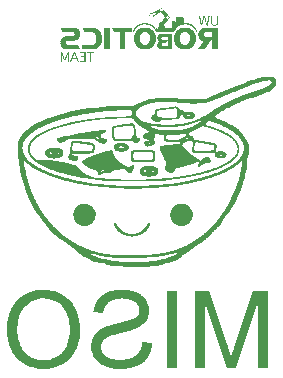
<source format=gbo>
G04*
G04 #@! TF.GenerationSoftware,Altium Limited,Altium Designer,20.1.11 (218)*
G04*
G04 Layer_Color=32896*
%FSAX25Y25*%
%MOIN*%
G70*
G04*
G04 #@! TF.SameCoordinates,AC60C541-8D92-4DB1-9754-A0BA6A31DCDC*
G04*
G04*
G04 #@! TF.FilePolarity,Positive*
G04*
G01*
G75*
G36*
X0069753Y0109260D02*
X0069789D01*
Y0109223D01*
X0069898D01*
Y0109187D01*
X0069934D01*
Y0109151D01*
X0069971D01*
Y0109187D01*
X0070007D01*
Y0109151D01*
X0070043D01*
Y0109115D01*
X0070079D01*
Y0109078D01*
X0070116D01*
Y0109042D01*
X0070079D01*
Y0109006D01*
X0070152D01*
Y0108970D01*
Y0108933D01*
X0070188D01*
Y0108897D01*
X0070224D01*
Y0108861D01*
X0070261D01*
Y0108825D01*
X0070297D01*
Y0108788D01*
X0070333D01*
Y0108752D01*
X0070369D01*
Y0108716D01*
X0070406D01*
Y0108679D01*
X0070442D01*
Y0108643D01*
X0070478D01*
Y0108607D01*
Y0108571D01*
X0070551D01*
Y0108534D01*
Y0108498D01*
X0070587D01*
Y0108462D01*
Y0108425D01*
X0070623D01*
Y0108389D01*
X0070660D01*
Y0108353D01*
X0070696D01*
Y0108317D01*
X0070732D01*
Y0108280D01*
X0070769D01*
Y0108244D01*
X0070805D01*
Y0108208D01*
X0070841D01*
Y0108171D01*
X0070877D01*
Y0108135D01*
X0070914D01*
Y0108099D01*
Y0108063D01*
X0070950D01*
Y0108026D01*
Y0107990D01*
X0071022D01*
Y0107954D01*
Y0107918D01*
X0071059D01*
Y0107881D01*
X0071095D01*
Y0107845D01*
X0071131D01*
Y0107809D01*
X0071168D01*
Y0107772D01*
X0071204D01*
Y0107736D01*
X0071240D01*
Y0107700D01*
X0071276D01*
Y0107664D01*
Y0107627D01*
X0071349D01*
Y0107591D01*
Y0107555D01*
X0071422D01*
Y0107518D01*
X0071385D01*
Y0107482D01*
X0071422D01*
Y0107446D01*
X0071458D01*
Y0107410D01*
X0071494D01*
Y0107373D01*
X0071530D01*
Y0107337D01*
X0071567D01*
Y0107301D01*
X0071603D01*
Y0107265D01*
X0071639D01*
Y0107228D01*
X0071675D01*
Y0107192D01*
X0071712D01*
Y0107156D01*
X0071675D01*
Y0107119D01*
X0071748D01*
Y0107083D01*
Y0107047D01*
X0071784D01*
Y0107011D01*
X0071821D01*
Y0106974D01*
X0071857D01*
Y0106938D01*
X0071893D01*
Y0106902D01*
X0071930D01*
Y0106866D01*
X0071966D01*
Y0106829D01*
X0072002D01*
Y0106793D01*
X0072038D01*
Y0106757D01*
X0072075D01*
Y0106720D01*
X0072111D01*
Y0106684D01*
X0072147D01*
Y0106648D01*
X0072183D01*
Y0106612D01*
X0072220D01*
Y0106575D01*
X0072256D01*
Y0106539D01*
X0072292D01*
Y0106503D01*
X0072256D01*
Y0106466D01*
X0072292D01*
Y0106430D01*
Y0106394D01*
X0072329D01*
Y0106358D01*
Y0106321D01*
Y0106285D01*
Y0106249D01*
Y0106212D01*
Y0106176D01*
X0072292D01*
Y0106140D01*
Y0106104D01*
Y0106067D01*
X0072256D01*
Y0106031D01*
X0072220D01*
Y0105995D01*
X0072183D01*
Y0105959D01*
X0072220D01*
Y0105922D01*
X0072147D01*
Y0105886D01*
Y0105850D01*
X0072111D01*
Y0105814D01*
X0072075D01*
Y0105777D01*
X0072038D01*
Y0105741D01*
X0072002D01*
Y0105705D01*
X0071966D01*
Y0105668D01*
X0071930D01*
Y0105632D01*
X0071893D01*
Y0105596D01*
Y0105560D01*
X0071821D01*
Y0105523D01*
X0071857D01*
Y0105487D01*
X0071821D01*
Y0105451D01*
X0071784D01*
Y0105414D01*
X0071748D01*
Y0105378D01*
X0071712D01*
Y0105342D01*
X0071675D01*
Y0105306D01*
X0071639D01*
Y0105269D01*
X0071603D01*
Y0105233D01*
X0071567D01*
Y0105197D01*
X0071530D01*
Y0105160D01*
Y0105124D01*
X0071494D01*
Y0105088D01*
Y0105052D01*
X0071458D01*
Y0105015D01*
X0071422D01*
Y0104979D01*
X0071385D01*
Y0104943D01*
X0071349D01*
Y0104906D01*
X0071313D01*
Y0104870D01*
X0071276D01*
Y0104834D01*
X0071240D01*
Y0104798D01*
Y0104761D01*
X0071168D01*
Y0104725D01*
Y0104689D01*
X0071131D01*
Y0104653D01*
Y0104616D01*
X0071095D01*
Y0104580D01*
X0071059D01*
Y0104544D01*
X0071022D01*
Y0104508D01*
X0070986D01*
Y0104471D01*
X0070950D01*
Y0104435D01*
X0070914D01*
Y0104399D01*
X0070877D01*
Y0104362D01*
X0070841D01*
Y0104326D01*
Y0104290D01*
X0070805D01*
Y0104253D01*
X0070769D01*
Y0104217D01*
Y0104181D01*
X0070732D01*
Y0104145D01*
X0070696D01*
Y0104108D01*
X0070660D01*
Y0104072D01*
X0070623D01*
Y0104036D01*
X0070587D01*
Y0104000D01*
X0070551D01*
Y0103963D01*
X0070515D01*
Y0103927D01*
X0070551D01*
Y0103891D01*
X0070442D01*
Y0103855D01*
X0070478D01*
Y0103818D01*
X0070442D01*
Y0103782D01*
X0070478D01*
Y0103746D01*
X0070442D01*
Y0103709D01*
X0070478D01*
Y0103673D01*
Y0103637D01*
X0070515D01*
Y0103601D01*
Y0103564D01*
X0070551D01*
Y0103528D01*
X0070515D01*
Y0103492D01*
X0070551D01*
Y0103455D01*
Y0103419D01*
Y0103383D01*
X0070587D01*
Y0103347D01*
Y0103310D01*
Y0103274D01*
X0070623D01*
Y0103238D01*
X0070587D01*
Y0103201D01*
X0070623D01*
Y0103165D01*
X0070660D01*
Y0103129D01*
X0070623D01*
Y0103093D01*
X0070660D01*
Y0103056D01*
X0070696D01*
Y0103020D01*
X0070660D01*
Y0102984D01*
X0070696D01*
Y0102948D01*
X0070660D01*
Y0102911D01*
X0070696D01*
Y0102875D01*
X0070732D01*
Y0102839D01*
Y0102802D01*
Y0102766D01*
X0070769D01*
Y0102730D01*
X0070732D01*
Y0102694D01*
X0070769D01*
Y0102657D01*
Y0102621D01*
X0072437D01*
Y0102657D01*
X0072474D01*
Y0102621D01*
X0072582D01*
Y0102657D01*
X0072619D01*
Y0102621D01*
X0072655D01*
Y0102657D01*
X0072691D01*
Y0102621D01*
X0072728D01*
Y0102657D01*
X0072764D01*
Y0102621D01*
X0072800D01*
Y0102657D01*
X0072836D01*
Y0102621D01*
X0072873D01*
Y0102657D01*
X0072909D01*
Y0102621D01*
X0072945D01*
Y0102657D01*
X0072982D01*
Y0102621D01*
X0073018D01*
Y0102657D01*
X0072982D01*
Y0102694D01*
Y0102730D01*
Y0102766D01*
X0073018D01*
Y0102802D01*
X0072982D01*
Y0102839D01*
Y0102875D01*
Y0102911D01*
X0073018D01*
Y0102948D01*
X0072982D01*
Y0102984D01*
Y0103020D01*
Y0103056D01*
X0073018D01*
Y0103093D01*
X0072982D01*
Y0103129D01*
Y0103165D01*
Y0103201D01*
X0073018D01*
Y0103238D01*
X0072982D01*
Y0103274D01*
Y0103310D01*
Y0103347D01*
X0073018D01*
Y0103383D01*
X0072982D01*
Y0103419D01*
Y0103455D01*
Y0103492D01*
X0073018D01*
Y0103528D01*
X0072982D01*
Y0103564D01*
Y0103601D01*
Y0103637D01*
X0073018D01*
Y0103673D01*
X0072982D01*
Y0103709D01*
Y0103746D01*
Y0103782D01*
X0073018D01*
Y0103818D01*
X0072982D01*
Y0103855D01*
Y0103891D01*
Y0103927D01*
X0073018D01*
Y0103963D01*
X0072982D01*
Y0104000D01*
Y0104036D01*
Y0104072D01*
X0073018D01*
Y0104108D01*
X0072982D01*
Y0104145D01*
Y0104181D01*
Y0104217D01*
X0073018D01*
Y0104253D01*
X0072982D01*
Y0104290D01*
Y0104326D01*
Y0104362D01*
X0073018D01*
Y0104399D01*
X0072982D01*
Y0104435D01*
Y0104471D01*
Y0104508D01*
X0073018D01*
Y0104544D01*
X0072982D01*
Y0104580D01*
Y0104616D01*
Y0104653D01*
X0073018D01*
Y0104689D01*
X0072982D01*
Y0104725D01*
Y0104761D01*
Y0104798D01*
X0073018D01*
Y0104834D01*
X0072982D01*
Y0104870D01*
Y0104906D01*
Y0104943D01*
X0073743D01*
Y0104906D01*
X0073780D01*
Y0104943D01*
X0073816D01*
Y0104906D01*
X0073852D01*
Y0104943D01*
X0073888D01*
Y0104906D01*
X0073925D01*
Y0104943D01*
X0073961D01*
Y0104906D01*
X0073997D01*
Y0104943D01*
X0074033D01*
Y0104906D01*
X0074070D01*
Y0104943D01*
X0074106D01*
Y0104906D01*
X0074142D01*
Y0104943D01*
X0074179D01*
Y0104906D01*
X0074215D01*
Y0104943D01*
X0074251D01*
Y0104906D01*
X0074287D01*
Y0104943D01*
X0074324D01*
Y0104906D01*
X0074360D01*
Y0104943D01*
X0074396D01*
Y0104979D01*
Y0105015D01*
Y0105052D01*
Y0105088D01*
Y0105124D01*
Y0105160D01*
Y0105197D01*
Y0105233D01*
Y0105269D01*
Y0105306D01*
Y0105342D01*
Y0105378D01*
Y0105414D01*
Y0105451D01*
Y0105487D01*
Y0105523D01*
Y0105560D01*
Y0105596D01*
Y0105632D01*
Y0105668D01*
Y0105705D01*
X0074433D01*
Y0105741D01*
X0074396D01*
Y0105777D01*
Y0105814D01*
Y0105850D01*
X0074433D01*
Y0105886D01*
X0074396D01*
Y0105922D01*
X0074433D01*
Y0105959D01*
Y0105995D01*
Y0106031D01*
X0074396D01*
Y0106067D01*
X0074433D01*
Y0106104D01*
Y0106140D01*
Y0106176D01*
Y0106212D01*
Y0106249D01*
Y0106285D01*
Y0106321D01*
Y0106358D01*
Y0106394D01*
Y0106430D01*
Y0106466D01*
X0074469D01*
Y0106430D01*
X0074505D01*
Y0106466D01*
X0074541D01*
Y0106430D01*
X0074578D01*
Y0106466D01*
X0074614D01*
Y0106430D01*
X0074650D01*
Y0106466D01*
X0074686D01*
Y0106430D01*
X0074723D01*
Y0106466D01*
X0074759D01*
Y0106430D01*
X0074795D01*
Y0106466D01*
X0074832D01*
Y0106430D01*
X0074868D01*
Y0106466D01*
X0074904D01*
Y0106430D01*
X0074941D01*
Y0106466D01*
X0074977D01*
Y0106430D01*
X0075013D01*
Y0106394D01*
X0075049D01*
Y0106430D01*
X0075086D01*
Y0106466D01*
X0075122D01*
Y0106430D01*
X0075158D01*
Y0106394D01*
X0075194D01*
Y0106430D01*
X0075231D01*
Y0106466D01*
X0075267D01*
Y0106430D01*
X0075303D01*
Y0106394D01*
X0075340D01*
Y0106430D01*
X0075376D01*
Y0106466D01*
X0075412D01*
Y0106430D01*
X0075448D01*
Y0106394D01*
X0075485D01*
Y0106430D01*
X0075521D01*
Y0106394D01*
X0075557D01*
Y0106430D01*
X0075593D01*
Y0106394D01*
X0075630D01*
Y0106430D01*
X0075666D01*
Y0106394D01*
X0075702D01*
Y0106430D01*
X0075739D01*
Y0106394D01*
X0075775D01*
Y0106430D01*
X0075811D01*
Y0106394D01*
X0075847D01*
Y0106430D01*
X0075884D01*
Y0106394D01*
X0075920D01*
Y0106430D01*
X0075956D01*
Y0106394D01*
X0075993D01*
Y0106430D01*
X0076029D01*
Y0106394D01*
X0076065D01*
Y0106430D01*
X0076101D01*
Y0106394D01*
X0076138D01*
Y0106430D01*
X0076174D01*
Y0106394D01*
X0076210D01*
Y0106430D01*
X0076247D01*
Y0106394D01*
X0076283D01*
Y0106430D01*
X0076319D01*
Y0106394D01*
X0076355D01*
Y0106430D01*
X0076392D01*
Y0106394D01*
X0076428D01*
Y0106430D01*
X0076464D01*
Y0106394D01*
X0076500D01*
Y0106430D01*
X0076537D01*
Y0106394D01*
X0076573D01*
Y0106430D01*
X0076609D01*
Y0106394D01*
X0076645D01*
Y0106430D01*
X0076682D01*
Y0106394D01*
X0076718D01*
Y0106430D01*
X0076754D01*
Y0106394D01*
X0076791D01*
Y0106430D01*
X0076827D01*
Y0106394D01*
X0076863D01*
Y0106430D01*
X0076899D01*
Y0106394D01*
Y0106358D01*
Y0106321D01*
Y0106285D01*
Y0106249D01*
X0076936D01*
Y0106212D01*
X0076899D01*
Y0106176D01*
X0076936D01*
Y0106140D01*
X0076899D01*
Y0106104D01*
X0076936D01*
Y0106067D01*
X0076899D01*
Y0106031D01*
X0076936D01*
Y0105995D01*
X0076899D01*
Y0105959D01*
X0076936D01*
Y0105922D01*
X0076899D01*
Y0105886D01*
X0076936D01*
Y0105850D01*
X0076899D01*
Y0105814D01*
X0076936D01*
Y0105777D01*
X0076899D01*
Y0105741D01*
X0076936D01*
Y0105705D01*
X0076899D01*
Y0105668D01*
X0076936D01*
Y0105632D01*
X0076899D01*
Y0105596D01*
X0076936D01*
Y0105560D01*
X0076899D01*
Y0105523D01*
X0076936D01*
Y0105487D01*
X0076899D01*
Y0105451D01*
X0076936D01*
Y0105414D01*
X0076899D01*
Y0105378D01*
X0076936D01*
Y0105342D01*
Y0105306D01*
Y0105269D01*
Y0105233D01*
Y0105197D01*
Y0105160D01*
Y0105124D01*
X0076899D01*
Y0105088D01*
X0076936D01*
Y0105052D01*
Y0105015D01*
Y0104979D01*
Y0104943D01*
Y0104906D01*
Y0104870D01*
Y0104834D01*
Y0104798D01*
Y0104761D01*
Y0104725D01*
Y0104689D01*
X0076972D01*
Y0104653D01*
X0076936D01*
Y0104616D01*
X0076972D01*
Y0104580D01*
Y0104544D01*
Y0104508D01*
X0076936D01*
Y0104471D01*
X0076972D01*
Y0104435D01*
Y0104399D01*
Y0104362D01*
X0077081D01*
Y0104399D01*
X0077117D01*
Y0104362D01*
X0077153D01*
Y0104399D01*
X0077190D01*
Y0104362D01*
X0077226D01*
Y0104399D01*
X0077335D01*
Y0104362D01*
X0077371D01*
Y0104399D01*
X0077480D01*
Y0104362D01*
X0077516D01*
Y0104399D01*
X0077625D01*
Y0104362D01*
X0077661D01*
Y0104399D01*
X0077770D01*
Y0104362D01*
X0077806D01*
Y0104399D01*
X0077843D01*
Y0104362D01*
X0077879D01*
Y0104399D01*
X0077915D01*
Y0104362D01*
X0077952D01*
Y0104399D01*
X0077988D01*
Y0104362D01*
X0078242D01*
Y0104326D01*
X0078351D01*
Y0104362D01*
X0078387D01*
Y0104326D01*
X0078423D01*
Y0104290D01*
X0078459D01*
Y0104326D01*
X0078496D01*
Y0104290D01*
X0078605D01*
Y0104253D01*
X0078641D01*
Y0104290D01*
X0078677D01*
Y0104253D01*
X0078713D01*
Y0104217D01*
X0078750D01*
Y0104253D01*
X0078786D01*
Y0104217D01*
X0078895D01*
Y0104181D01*
X0078931D01*
Y0104217D01*
X0078967D01*
Y0104181D01*
X0079004D01*
Y0104145D01*
X0079112D01*
Y0104108D01*
X0079149D01*
Y0104072D01*
X0079185D01*
Y0104108D01*
X0079221D01*
Y0104072D01*
X0079258D01*
Y0104036D01*
X0079294D01*
Y0104072D01*
X0079330D01*
Y0104036D01*
X0079366D01*
Y0104000D01*
X0079475D01*
Y0103963D01*
X0079511D01*
Y0103927D01*
X0079620D01*
Y0103891D01*
X0079656D01*
Y0103855D01*
X0079765D01*
Y0103818D01*
X0079802D01*
Y0103782D01*
X0079838D01*
Y0103746D01*
X0079874D01*
Y0103709D01*
X0079983D01*
Y0103673D01*
X0080019D01*
Y0103637D01*
X0080056D01*
Y0103601D01*
X0080092D01*
Y0103564D01*
X0080128D01*
Y0103528D01*
X0080164D01*
Y0103492D01*
X0080273D01*
Y0103455D01*
Y0103419D01*
X0080346D01*
Y0103383D01*
X0080382D01*
Y0103347D01*
X0080418D01*
Y0103310D01*
X0080455D01*
Y0103274D01*
X0080491D01*
Y0103238D01*
X0080527D01*
Y0103201D01*
X0080563D01*
Y0103165D01*
X0080600D01*
Y0103129D01*
X0080636D01*
Y0103093D01*
X0080672D01*
Y0103056D01*
X0080709D01*
Y0103020D01*
Y0102984D01*
X0080781D01*
Y0102948D01*
X0080745D01*
Y0102911D01*
X0080817D01*
Y0102875D01*
Y0102839D01*
X0080854D01*
Y0102802D01*
X0080890D01*
Y0102766D01*
X0080926D01*
Y0102730D01*
X0080963D01*
Y0102694D01*
Y0102657D01*
Y0102621D01*
X0080999D01*
Y0102585D01*
X0081035D01*
Y0102549D01*
X0081071D01*
Y0102512D01*
Y0102476D01*
X0081144D01*
Y0102440D01*
X0081108D01*
Y0102403D01*
X0081144D01*
Y0102367D01*
X0081180D01*
Y0102331D01*
X0081216D01*
Y0102295D01*
X0081180D01*
Y0102258D01*
X0081216D01*
Y0102222D01*
X0081253D01*
Y0102186D01*
X0081289D01*
Y0102149D01*
Y0102113D01*
Y0102077D01*
X0081325D01*
Y0102041D01*
X0081362D01*
Y0102004D01*
X0081325D01*
Y0101968D01*
X0081362D01*
Y0101932D01*
X0081398D01*
Y0101895D01*
X0081434D01*
Y0101859D01*
X0081398D01*
Y0101823D01*
X0081434D01*
Y0101787D01*
X0081398D01*
Y0101750D01*
X0081434D01*
Y0101714D01*
X0081470D01*
Y0101678D01*
X0081507D01*
Y0101642D01*
X0081470D01*
Y0101605D01*
X0081434D01*
Y0101569D01*
X0081253D01*
Y0101533D01*
X0081216D01*
Y0101497D01*
X0081180D01*
Y0101533D01*
X0081144D01*
Y0101497D01*
X0081035D01*
Y0101533D01*
X0081071D01*
Y0101569D01*
X0081035D01*
Y0101605D01*
Y0101642D01*
Y0101678D01*
X0080999D01*
Y0101714D01*
X0080963D01*
Y0101750D01*
X0080999D01*
Y0101787D01*
X0080963D01*
Y0101823D01*
X0080926D01*
Y0101859D01*
Y0101895D01*
Y0101932D01*
X0080890D01*
Y0101968D01*
X0080854D01*
Y0102004D01*
X0080817D01*
Y0102041D01*
X0080854D01*
Y0102077D01*
X0080817D01*
Y0102113D01*
X0080781D01*
Y0102149D01*
X0080745D01*
Y0102186D01*
X0080781D01*
Y0102222D01*
X0080745D01*
Y0102258D01*
X0080709D01*
Y0102295D01*
X0080672D01*
Y0102331D01*
Y0102367D01*
X0080600D01*
Y0102403D01*
X0080636D01*
Y0102440D01*
X0080600D01*
Y0102476D01*
X0080563D01*
Y0102512D01*
X0080527D01*
Y0102549D01*
X0080491D01*
Y0102585D01*
X0080455D01*
Y0102621D01*
Y0102657D01*
X0080418D01*
Y0102694D01*
Y0102730D01*
X0080346D01*
Y0102766D01*
Y0102802D01*
X0080309D01*
Y0102839D01*
X0080273D01*
Y0102875D01*
X0080237D01*
Y0102911D01*
X0080201D01*
Y0102948D01*
X0080164D01*
Y0102984D01*
X0080128D01*
Y0103020D01*
X0080092D01*
Y0103056D01*
X0080056D01*
Y0103093D01*
X0080019D01*
Y0103129D01*
X0079983D01*
Y0103165D01*
X0079874D01*
Y0103201D01*
X0079838D01*
Y0103238D01*
X0079802D01*
Y0103274D01*
X0079765D01*
Y0103310D01*
X0079729D01*
Y0103347D01*
X0079693D01*
Y0103383D01*
X0079584D01*
Y0103419D01*
X0079548D01*
Y0103455D01*
X0079475D01*
Y0103492D01*
X0079403D01*
Y0103528D01*
X0079366D01*
Y0103564D01*
X0079330D01*
Y0103601D01*
X0079294D01*
Y0103564D01*
X0079330D01*
Y0103528D01*
X0079294D01*
Y0103564D01*
X0079258D01*
Y0103601D01*
X0079221D01*
Y0103637D01*
X0079185D01*
Y0103601D01*
X0079149D01*
Y0103637D01*
X0079112D01*
Y0103673D01*
X0079004D01*
Y0103709D01*
X0078967D01*
Y0103746D01*
X0078931D01*
Y0103709D01*
X0078895D01*
Y0103746D01*
X0078858D01*
Y0103782D01*
X0078822D01*
Y0103746D01*
X0078786D01*
Y0103782D01*
X0078750D01*
Y0103818D01*
X0078713D01*
Y0103782D01*
X0078677D01*
Y0103818D01*
X0078568D01*
Y0103855D01*
X0078459D01*
Y0103891D01*
X0078205D01*
Y0103927D01*
X0078169D01*
Y0103891D01*
X0078133D01*
Y0103927D01*
X0078097D01*
Y0103963D01*
X0078060D01*
Y0103927D01*
X0078097D01*
Y0103891D01*
X0078060D01*
Y0103927D01*
X0078024D01*
Y0103963D01*
X0077988D01*
Y0103927D01*
X0077952D01*
Y0103963D01*
X0077915D01*
Y0103927D01*
X0077879D01*
Y0103963D01*
X0077843D01*
Y0103927D01*
X0077806D01*
Y0103963D01*
X0077117D01*
Y0103927D01*
X0077081D01*
Y0103963D01*
X0077044D01*
Y0103927D01*
X0077008D01*
Y0103963D01*
X0076972D01*
Y0103927D01*
X0076936D01*
Y0103963D01*
X0076899D01*
Y0103927D01*
X0076936D01*
Y0103891D01*
X0076899D01*
Y0103927D01*
X0076863D01*
Y0103891D01*
X0076827D01*
Y0103927D01*
X0076791D01*
Y0103891D01*
X0076609D01*
Y0103855D01*
X0076573D01*
Y0103891D01*
X0076537D01*
Y0103855D01*
X0076428D01*
Y0103818D01*
X0076319D01*
Y0103782D01*
X0076283D01*
Y0103818D01*
X0076247D01*
Y0103782D01*
X0076210D01*
Y0103746D01*
X0076029D01*
Y0103709D01*
X0075993D01*
Y0103673D01*
X0075884D01*
Y0103637D01*
X0075775D01*
Y0103601D01*
X0075739D01*
Y0103564D01*
X0075702D01*
Y0103601D01*
X0075666D01*
Y0103564D01*
X0075702D01*
Y0103528D01*
X0075666D01*
Y0103564D01*
X0075630D01*
Y0103528D01*
X0075593D01*
Y0103492D01*
X0075485D01*
Y0103455D01*
X0075448D01*
Y0103419D01*
X0075412D01*
Y0103383D01*
X0075303D01*
Y0103347D01*
X0075267D01*
Y0103310D01*
X0075231D01*
Y0103274D01*
X0075194D01*
Y0103238D01*
X0075122D01*
Y0103201D01*
X0075086D01*
Y0103165D01*
X0075013D01*
Y0103129D01*
X0074977D01*
Y0103093D01*
X0074941D01*
Y0103056D01*
X0074904D01*
Y0103020D01*
X0074868D01*
Y0102984D01*
X0074832D01*
Y0102948D01*
X0074795D01*
Y0102911D01*
X0074759D01*
Y0102875D01*
X0074723D01*
Y0102839D01*
X0074686D01*
Y0102802D01*
X0074650D01*
Y0102766D01*
X0074614D01*
Y0102730D01*
X0074578D01*
Y0102694D01*
X0074541D01*
Y0102657D01*
X0074505D01*
Y0102621D01*
Y0102585D01*
X0074469D01*
Y0102549D01*
Y0102512D01*
X0074433D01*
Y0102476D01*
X0074396D01*
Y0102440D01*
X0074360D01*
Y0102403D01*
X0074324D01*
Y0102367D01*
X0074287D01*
Y0102331D01*
X0074324D01*
Y0102295D01*
X0074287D01*
Y0102258D01*
X0074251D01*
Y0102222D01*
X0074215D01*
Y0102186D01*
X0074179D01*
Y0102149D01*
Y0102113D01*
Y0102077D01*
X0074142D01*
Y0102041D01*
X0074106D01*
Y0102004D01*
X0074070D01*
Y0101968D01*
X0074106D01*
Y0101932D01*
X0074070D01*
Y0101895D01*
X0074033D01*
Y0101859D01*
X0073997D01*
Y0101823D01*
X0074033D01*
Y0101787D01*
X0073997D01*
Y0101750D01*
X0073961D01*
Y0101714D01*
X0073925D01*
Y0101678D01*
X0073961D01*
Y0101642D01*
X0073925D01*
Y0101605D01*
Y0101569D01*
Y0101533D01*
X0073888D01*
Y0101497D01*
X0071893D01*
Y0101460D01*
X0071857D01*
Y0101497D01*
X0071603D01*
Y0101460D01*
X0071567D01*
Y0101497D01*
X0071313D01*
Y0101460D01*
X0071276D01*
Y0101497D01*
X0071168D01*
Y0101460D01*
X0071131D01*
Y0101497D01*
X0071095D01*
Y0101460D01*
X0071059D01*
Y0101497D01*
X0071022D01*
Y0101460D01*
X0070986D01*
Y0101497D01*
X0070877D01*
Y0101460D01*
X0070841D01*
Y0101497D01*
X0070805D01*
Y0101460D01*
X0070769D01*
Y0101497D01*
X0070732D01*
Y0101460D01*
X0070696D01*
Y0101497D01*
X0070587D01*
Y0101460D01*
X0070551D01*
Y0101497D01*
X0070515D01*
Y0101460D01*
X0070478D01*
Y0101497D01*
X0070442D01*
Y0101460D01*
X0070406D01*
Y0101497D01*
X0070369D01*
Y0101460D01*
X0070333D01*
Y0101497D01*
X0070297D01*
Y0101460D01*
X0070261D01*
Y0101497D01*
X0070224D01*
Y0101460D01*
X0070188D01*
Y0101497D01*
X0070152D01*
Y0101460D01*
X0070116D01*
Y0101497D01*
X0070079D01*
Y0101460D01*
X0070043D01*
Y0101497D01*
X0070007D01*
Y0101460D01*
X0069971D01*
Y0101497D01*
X0069934D01*
Y0101460D01*
X0069898D01*
Y0101497D01*
X0069862D01*
Y0101460D01*
X0069825D01*
Y0101497D01*
X0069789D01*
Y0101460D01*
X0069753D01*
Y0101497D01*
X0069717D01*
Y0101460D01*
X0069680D01*
Y0101497D01*
X0069644D01*
Y0101460D01*
X0069608D01*
Y0101497D01*
X0069571D01*
Y0101460D01*
X0069535D01*
Y0101497D01*
X0069499D01*
Y0101460D01*
X0069463D01*
Y0101497D01*
X0069426D01*
Y0101460D01*
X0069390D01*
Y0101497D01*
X0069354D01*
Y0101460D01*
X0069318D01*
Y0101497D01*
X0069281D01*
Y0101460D01*
X0069245D01*
Y0101497D01*
X0069209D01*
Y0101460D01*
X0069172D01*
Y0101497D01*
X0069136D01*
Y0101460D01*
X0069100D01*
Y0101497D01*
X0069064D01*
Y0101460D01*
X0069027D01*
Y0101497D01*
X0068991D01*
Y0101460D01*
X0068955D01*
Y0101497D01*
X0068918D01*
Y0101460D01*
X0068882D01*
Y0101497D01*
X0068846D01*
Y0101460D01*
X0068810D01*
Y0101497D01*
X0068773D01*
Y0101460D01*
X0068737D01*
Y0101497D01*
X0068701D01*
Y0101460D01*
X0068664D01*
Y0101497D01*
X0068628D01*
Y0101460D01*
X0068592D01*
Y0101497D01*
X0068556D01*
Y0101460D01*
X0068519D01*
Y0101497D01*
X0068483D01*
Y0101460D01*
X0068447D01*
Y0101497D01*
X0068411D01*
Y0101460D01*
X0068374D01*
Y0101497D01*
X0068338D01*
Y0101460D01*
X0068302D01*
Y0101497D01*
X0068265D01*
Y0101460D01*
X0068229D01*
Y0101497D01*
X0068193D01*
Y0101460D01*
X0068157D01*
Y0101497D01*
X0068120D01*
Y0101460D01*
X0068084D01*
Y0101497D01*
X0068048D01*
Y0101460D01*
X0068011D01*
Y0101497D01*
X0067975D01*
Y0101460D01*
X0067939D01*
Y0101497D01*
X0067903D01*
Y0101460D01*
X0067866D01*
Y0101497D01*
X0067830D01*
Y0101460D01*
X0067794D01*
Y0101497D01*
X0067758D01*
Y0101460D01*
X0067721D01*
Y0101497D01*
X0067685D01*
Y0101460D01*
X0067649D01*
Y0101497D01*
X0067612D01*
Y0101533D01*
Y0101569D01*
Y0101605D01*
X0067576D01*
Y0101642D01*
Y0101678D01*
Y0101714D01*
X0067540D01*
Y0101750D01*
Y0101787D01*
X0067504D01*
Y0101823D01*
Y0101859D01*
X0067467D01*
Y0101895D01*
X0067504D01*
Y0101932D01*
X0067467D01*
Y0101968D01*
X0067431D01*
Y0102004D01*
X0067395D01*
Y0102041D01*
Y0102077D01*
X0067358D01*
Y0102113D01*
Y0102149D01*
X0067322D01*
Y0102186D01*
Y0102222D01*
X0067286D01*
Y0102258D01*
Y0102295D01*
X0067250D01*
Y0102331D01*
X0067213D01*
Y0102367D01*
X0067177D01*
Y0102403D01*
X0067141D01*
Y0102440D01*
Y0102476D01*
Y0102512D01*
X0067105D01*
Y0102549D01*
X0067068D01*
Y0102585D01*
X0067032D01*
Y0102621D01*
X0066996D01*
Y0102657D01*
X0066960D01*
Y0102694D01*
X0066923D01*
Y0102730D01*
X0066887D01*
Y0102766D01*
X0066923D01*
Y0102802D01*
X0066814D01*
Y0102839D01*
X0066851D01*
Y0102875D01*
X0066742D01*
Y0102911D01*
X0066778D01*
Y0102948D01*
X0066669D01*
Y0102984D01*
X0066706D01*
Y0103020D01*
X0066597D01*
Y0103056D01*
X0066633D01*
Y0103093D01*
X0066524D01*
Y0103129D01*
X0066488D01*
Y0103165D01*
X0066452D01*
Y0103201D01*
X0066415D01*
Y0103238D01*
X0066343D01*
Y0103274D01*
Y0103310D01*
X0066234D01*
Y0103347D01*
X0066198D01*
Y0103383D01*
X0066161D01*
Y0103419D01*
X0066125D01*
Y0103455D01*
X0066016D01*
Y0103492D01*
X0065980D01*
Y0103528D01*
X0065871D01*
Y0103564D01*
X0065835D01*
Y0103601D01*
X0065726D01*
Y0103637D01*
X0065690D01*
Y0103673D01*
X0065581D01*
Y0103709D01*
X0065545D01*
Y0103673D01*
X0065508D01*
Y0103709D01*
X0065472D01*
Y0103746D01*
X0065363D01*
Y0103782D01*
X0065327D01*
Y0103746D01*
X0065291D01*
Y0103782D01*
X0065254D01*
Y0103818D01*
X0065146D01*
Y0103855D01*
X0065109D01*
Y0103818D01*
X0065073D01*
Y0103855D01*
X0064964D01*
Y0103891D01*
X0064638D01*
Y0103927D01*
X0064601D01*
Y0103891D01*
X0064565D01*
Y0103927D01*
X0064456D01*
Y0103963D01*
X0064420D01*
Y0103927D01*
X0064384D01*
Y0103963D01*
X0064347D01*
Y0103927D01*
X0064311D01*
Y0103963D01*
X0064275D01*
Y0103927D01*
X0064239D01*
Y0103963D01*
X0064202D01*
Y0103927D01*
X0064166D01*
Y0103963D01*
X0064057D01*
Y0103927D01*
X0064021D01*
Y0103963D01*
X0063985D01*
Y0103927D01*
X0063949D01*
Y0103963D01*
X0063912D01*
Y0103927D01*
X0063876D01*
Y0103963D01*
X0063840D01*
Y0103927D01*
X0063803D01*
Y0103963D01*
X0063767D01*
Y0103927D01*
X0063731D01*
Y0103963D01*
X0063695D01*
Y0103927D01*
X0063658D01*
Y0103963D01*
X0063622D01*
Y0103927D01*
X0063586D01*
Y0103891D01*
X0063549D01*
Y0103927D01*
X0063513D01*
Y0103891D01*
X0063477D01*
Y0103927D01*
X0063441D01*
Y0103891D01*
X0063259D01*
Y0103855D01*
X0063223D01*
Y0103891D01*
X0063187D01*
Y0103855D01*
X0063078D01*
Y0103818D01*
X0063042D01*
Y0103855D01*
X0063005D01*
Y0103818D01*
X0062896D01*
Y0103782D01*
X0062860D01*
Y0103818D01*
X0062824D01*
Y0103782D01*
X0062860D01*
Y0103746D01*
X0062824D01*
Y0103782D01*
X0062788D01*
Y0103746D01*
X0062679D01*
Y0103709D01*
X0062643D01*
Y0103746D01*
X0062606D01*
Y0103709D01*
X0062570D01*
Y0103673D01*
X0062461D01*
Y0103637D01*
X0062425D01*
Y0103601D01*
X0062316D01*
Y0103564D01*
X0062207D01*
Y0103528D01*
X0062171D01*
Y0103492D01*
X0062135D01*
Y0103455D01*
X0062026D01*
Y0103419D01*
X0061989D01*
Y0103383D01*
X0061881D01*
Y0103347D01*
X0061844D01*
Y0103310D01*
X0061808D01*
Y0103274D01*
X0061772D01*
Y0103238D01*
X0061736D01*
Y0103201D01*
X0061699D01*
Y0103238D01*
X0061663D01*
Y0103201D01*
X0061699D01*
Y0103165D01*
X0061590D01*
Y0103129D01*
X0061554D01*
Y0103093D01*
X0061518D01*
Y0103056D01*
X0061482D01*
Y0103020D01*
X0061445D01*
Y0102984D01*
X0061409D01*
Y0102948D01*
X0061373D01*
Y0102911D01*
X0061336D01*
Y0102875D01*
X0061300D01*
Y0102839D01*
X0061264D01*
Y0102802D01*
X0061228D01*
Y0102766D01*
X0061191D01*
Y0102730D01*
X0061155D01*
Y0102694D01*
X0061119D01*
Y0102657D01*
X0061083D01*
Y0102621D01*
Y0102585D01*
X0061010D01*
Y0102549D01*
X0061046D01*
Y0102512D01*
X0061010D01*
Y0102476D01*
X0060974D01*
Y0102440D01*
X0060938D01*
Y0102403D01*
X0060901D01*
Y0102367D01*
X0060865D01*
Y0102331D01*
Y0102295D01*
X0060829D01*
Y0102258D01*
Y0102222D01*
X0060792D01*
Y0102186D01*
X0060756D01*
Y0102149D01*
X0060720D01*
Y0102113D01*
X0060756D01*
Y0102077D01*
X0060720D01*
Y0102041D01*
X0060684D01*
Y0102004D01*
X0060647D01*
Y0101968D01*
Y0101932D01*
X0060611D01*
Y0101895D01*
Y0101859D01*
X0060575D01*
Y0101823D01*
X0060611D01*
Y0101787D01*
X0060575D01*
Y0101750D01*
X0060538D01*
Y0101714D01*
X0060502D01*
Y0101678D01*
X0060538D01*
Y0101642D01*
X0060502D01*
Y0101605D01*
X0060466D01*
Y0101569D01*
Y0101533D01*
Y0101497D01*
X0060357D01*
Y0101533D01*
X0060321D01*
Y0101497D01*
X0060285D01*
Y0101533D01*
X0060176D01*
Y0101569D01*
X0060067D01*
Y0101605D01*
X0060031D01*
Y0101642D01*
X0060067D01*
Y0101678D01*
Y0101714D01*
Y0101750D01*
X0060103D01*
Y0101787D01*
Y0101823D01*
Y0101859D01*
X0060139D01*
Y0101895D01*
X0060176D01*
Y0101932D01*
X0060139D01*
Y0101968D01*
X0060176D01*
Y0102004D01*
X0060212D01*
Y0102041D01*
X0060248D01*
Y0102077D01*
X0060212D01*
Y0102113D01*
X0060248D01*
Y0102149D01*
X0060285D01*
Y0102186D01*
X0060321D01*
Y0102222D01*
X0060285D01*
Y0102258D01*
X0060321D01*
Y0102295D01*
X0060357D01*
Y0102331D01*
X0060393D01*
Y0102367D01*
Y0102403D01*
Y0102440D01*
X0060430D01*
Y0102476D01*
X0060466D01*
Y0102512D01*
X0060502D01*
Y0102549D01*
Y0102585D01*
Y0102621D01*
X0060538D01*
Y0102657D01*
X0060575D01*
Y0102694D01*
X0060611D01*
Y0102730D01*
X0060647D01*
Y0102766D01*
X0060684D01*
Y0102802D01*
Y0102839D01*
X0060720D01*
Y0102875D01*
Y0102911D01*
X0060792D01*
Y0102948D01*
Y0102984D01*
X0060829D01*
Y0103020D01*
X0060865D01*
Y0103056D01*
X0060901D01*
Y0103093D01*
X0060938D01*
Y0103129D01*
X0060974D01*
Y0103165D01*
X0061010D01*
Y0103201D01*
X0061046D01*
Y0103238D01*
X0061083D01*
Y0103274D01*
X0061119D01*
Y0103310D01*
X0061155D01*
Y0103347D01*
X0061191D01*
Y0103383D01*
X0061228D01*
Y0103419D01*
X0061264D01*
Y0103455D01*
X0061300D01*
Y0103492D01*
X0061409D01*
Y0103528D01*
Y0103564D01*
X0061482D01*
Y0103601D01*
X0061518D01*
Y0103637D01*
X0061554D01*
Y0103673D01*
X0061590D01*
Y0103709D01*
X0061699D01*
Y0103746D01*
X0061736D01*
Y0103782D01*
X0061772D01*
Y0103818D01*
X0061808D01*
Y0103782D01*
X0061844D01*
Y0103818D01*
Y0103855D01*
X0061917D01*
Y0103891D01*
X0061953D01*
Y0103927D01*
X0062062D01*
Y0103963D01*
X0062098D01*
Y0104000D01*
X0062207D01*
Y0104036D01*
X0062243D01*
Y0104072D01*
X0062280D01*
Y0104036D01*
X0062316D01*
Y0104072D01*
X0062425D01*
Y0104108D01*
X0062461D01*
Y0104145D01*
X0062570D01*
Y0104181D01*
X0062606D01*
Y0104145D01*
X0062643D01*
Y0104181D01*
X0062679D01*
Y0104217D01*
X0062715D01*
Y0104181D01*
X0062751D01*
Y0104217D01*
X0062860D01*
Y0104253D01*
X0062896D01*
Y0104217D01*
X0062933D01*
Y0104253D01*
X0062969D01*
Y0104290D01*
X0063150D01*
Y0104326D01*
X0063187D01*
Y0104290D01*
X0063223D01*
Y0104326D01*
X0063259D01*
Y0104362D01*
X0063296D01*
Y0104326D01*
X0063332D01*
Y0104362D01*
X0063368D01*
Y0104326D01*
X0063404D01*
Y0104362D01*
X0063731D01*
Y0104399D01*
X0063767D01*
Y0104362D01*
X0063876D01*
Y0104399D01*
X0063912D01*
Y0104362D01*
X0063949D01*
Y0104399D01*
X0063985D01*
Y0104362D01*
X0064021D01*
Y0104399D01*
X0064057D01*
Y0104362D01*
X0064094D01*
Y0104399D01*
X0064130D01*
Y0104362D01*
X0064166D01*
Y0104399D01*
X0064202D01*
Y0104362D01*
X0064311D01*
Y0104399D01*
X0064347D01*
Y0104362D01*
X0064747D01*
Y0104326D01*
X0064783D01*
Y0104362D01*
X0064819D01*
Y0104326D01*
X0064855D01*
Y0104362D01*
X0064892D01*
Y0104326D01*
X0064928D01*
Y0104290D01*
X0064964D01*
Y0104326D01*
X0065000D01*
Y0104290D01*
X0065109D01*
Y0104253D01*
X0065146D01*
Y0104290D01*
X0065182D01*
Y0104253D01*
X0065218D01*
Y0104217D01*
X0065254D01*
Y0104253D01*
X0065291D01*
Y0104217D01*
X0065400D01*
Y0104181D01*
X0065436D01*
Y0104217D01*
X0065472D01*
Y0104181D01*
X0065508D01*
Y0104145D01*
X0065545D01*
Y0104181D01*
X0065581D01*
Y0104145D01*
X0065617D01*
Y0104108D01*
X0065654D01*
Y0104145D01*
X0065690D01*
Y0104108D01*
X0065726D01*
Y0104072D01*
X0065835D01*
Y0104036D01*
X0065871D01*
Y0104000D01*
X0065980D01*
Y0103963D01*
X0066016D01*
Y0103927D01*
X0066125D01*
Y0103891D01*
X0066161D01*
Y0103855D01*
X0066270D01*
Y0103818D01*
X0066307D01*
Y0103782D01*
X0066415D01*
Y0103746D01*
X0066452D01*
Y0103709D01*
X0066488D01*
Y0103673D01*
X0066524D01*
Y0103637D01*
X0066633D01*
Y0103601D01*
X0066669D01*
Y0103564D01*
X0066706D01*
Y0103528D01*
X0066742D01*
Y0103492D01*
X0066778D01*
Y0103455D01*
X0066814D01*
Y0103419D01*
X0066851D01*
Y0103383D01*
X0066887D01*
Y0103347D01*
X0066960D01*
Y0103310D01*
Y0103274D01*
X0067032D01*
Y0103238D01*
Y0103201D01*
X0067105D01*
Y0103165D01*
Y0103129D01*
X0067141D01*
Y0103093D01*
X0067177D01*
Y0103056D01*
X0067213D01*
Y0103020D01*
X0067250D01*
Y0102984D01*
X0067286D01*
Y0102948D01*
X0067322D01*
Y0102911D01*
X0067358D01*
Y0102875D01*
X0067395D01*
Y0102839D01*
X0067431D01*
Y0102802D01*
Y0102766D01*
X0067504D01*
Y0102730D01*
X0067467D01*
Y0102694D01*
X0067504D01*
Y0102657D01*
X0067540D01*
Y0102621D01*
X0067576D01*
Y0102585D01*
X0067612D01*
Y0102621D01*
X0067649D01*
Y0102585D01*
X0067758D01*
Y0102621D01*
X0067794D01*
Y0102585D01*
X0067830D01*
Y0102621D01*
X0067866D01*
Y0102585D01*
X0067903D01*
Y0102621D01*
X0067939D01*
Y0102585D01*
X0067975D01*
Y0102621D01*
X0068011D01*
Y0102585D01*
X0068048D01*
Y0102621D01*
X0068084D01*
Y0102585D01*
X0068120D01*
Y0102621D01*
X0068157D01*
Y0102585D01*
X0068193D01*
Y0102621D01*
X0068229D01*
Y0102585D01*
X0068265D01*
Y0102621D01*
X0068302D01*
Y0102585D01*
X0068338D01*
Y0102621D01*
X0068374D01*
Y0102585D01*
X0068411D01*
Y0102621D01*
X0068447D01*
Y0102657D01*
X0068483D01*
Y0102694D01*
X0068447D01*
Y0102730D01*
X0068483D01*
Y0102766D01*
X0068519D01*
Y0102802D01*
X0068483D01*
Y0102839D01*
X0068519D01*
Y0102875D01*
X0068483D01*
Y0102911D01*
X0068519D01*
Y0102948D01*
X0068556D01*
Y0102984D01*
Y0103020D01*
Y0103056D01*
X0068592D01*
Y0103093D01*
X0068556D01*
Y0103129D01*
X0068592D01*
Y0103165D01*
Y0103201D01*
Y0103238D01*
X0068628D01*
Y0103274D01*
Y0103310D01*
Y0103347D01*
X0068664D01*
Y0103383D01*
X0068628D01*
Y0103419D01*
X0068664D01*
Y0103455D01*
X0068628D01*
Y0103492D01*
X0068664D01*
Y0103528D01*
X0068701D01*
Y0103564D01*
Y0103601D01*
Y0103637D01*
X0068737D01*
Y0103673D01*
X0068701D01*
Y0103709D01*
X0068737D01*
Y0103746D01*
Y0103782D01*
Y0103818D01*
X0068773D01*
Y0103855D01*
Y0103891D01*
Y0103927D01*
X0068810D01*
Y0103963D01*
X0068773D01*
Y0104000D01*
X0068810D01*
Y0104036D01*
Y0104072D01*
Y0104108D01*
X0068846D01*
Y0104145D01*
X0068882D01*
Y0104181D01*
X0068846D01*
Y0104217D01*
X0068882D01*
Y0104253D01*
X0068846D01*
Y0104290D01*
X0068882D01*
Y0104326D01*
Y0104362D01*
X0068918D01*
Y0104399D01*
Y0104435D01*
Y0104471D01*
Y0104508D01*
X0068955D01*
Y0104544D01*
Y0104580D01*
Y0104616D01*
X0068991D01*
Y0104653D01*
X0069027D01*
Y0104689D01*
X0069064D01*
Y0104653D01*
X0069100D01*
Y0104689D01*
X0069136D01*
Y0104653D01*
X0069172D01*
Y0104689D01*
X0069209D01*
Y0104653D01*
X0069245D01*
Y0104689D01*
X0069281D01*
Y0104653D01*
X0069318D01*
Y0104689D01*
X0069354D01*
Y0104653D01*
X0069390D01*
Y0104689D01*
X0069426D01*
Y0104653D01*
X0069463D01*
Y0104689D01*
X0069499D01*
Y0104653D01*
X0069535D01*
Y0104689D01*
Y0104725D01*
X0069571D01*
Y0104761D01*
Y0104798D01*
X0069680D01*
Y0104834D01*
X0069644D01*
Y0104870D01*
X0069680D01*
Y0104906D01*
X0069717D01*
Y0104943D01*
X0069753D01*
Y0104979D01*
X0069789D01*
Y0105015D01*
X0069825D01*
Y0105052D01*
X0069862D01*
Y0105088D01*
X0069898D01*
Y0105124D01*
X0069862D01*
Y0105160D01*
X0069934D01*
Y0105197D01*
Y0105233D01*
X0069971D01*
Y0105269D01*
X0070007D01*
Y0105306D01*
X0070043D01*
Y0105342D01*
X0070079D01*
Y0105378D01*
X0070116D01*
Y0105414D01*
X0070152D01*
Y0105451D01*
X0070188D01*
Y0105487D01*
Y0105523D01*
X0070261D01*
Y0105560D01*
X0070224D01*
Y0105596D01*
X0070261D01*
Y0105632D01*
X0070297D01*
Y0105668D01*
X0070333D01*
Y0105705D01*
X0070369D01*
Y0105741D01*
X0070406D01*
Y0105777D01*
X0070442D01*
Y0105814D01*
X0070478D01*
Y0105850D01*
X0070515D01*
Y0105886D01*
X0070551D01*
Y0105922D01*
X0070515D01*
Y0105959D01*
X0070587D01*
Y0105995D01*
Y0106031D01*
X0070623D01*
Y0106067D01*
X0070660D01*
Y0106104D01*
X0070696D01*
Y0106140D01*
X0070732D01*
Y0106176D01*
X0070769D01*
Y0106212D01*
X0070805D01*
Y0106249D01*
X0070841D01*
Y0106285D01*
X0070805D01*
Y0106321D01*
X0070769D01*
Y0106358D01*
X0070732D01*
Y0106394D01*
X0070696D01*
Y0106430D01*
X0070660D01*
Y0106466D01*
X0070623D01*
Y0106503D01*
X0070587D01*
Y0106539D01*
Y0106575D01*
X0070551D01*
Y0106612D01*
Y0106648D01*
X0070515D01*
Y0106684D01*
X0070478D01*
Y0106720D01*
X0070442D01*
Y0106757D01*
X0070406D01*
Y0106793D01*
X0070369D01*
Y0106829D01*
Y0106866D01*
X0070297D01*
Y0106902D01*
X0070333D01*
Y0106938D01*
X0070224D01*
Y0106974D01*
X0070261D01*
Y0107011D01*
X0070188D01*
Y0107047D01*
Y0107083D01*
X0070152D01*
Y0107119D01*
X0070116D01*
Y0107156D01*
X0070079D01*
Y0107192D01*
X0070043D01*
Y0107228D01*
X0070007D01*
Y0107265D01*
X0069971D01*
Y0107301D01*
X0069934D01*
Y0107337D01*
X0069898D01*
Y0107373D01*
X0069862D01*
Y0107410D01*
X0069825D01*
Y0107446D01*
X0069789D01*
Y0107482D01*
X0069753D01*
Y0107518D01*
X0069717D01*
Y0107555D01*
Y0107591D01*
X0069680D01*
Y0107627D01*
X0069644D01*
Y0107664D01*
X0069608D01*
Y0107700D01*
Y0107736D01*
X0069571D01*
Y0107772D01*
X0069535D01*
Y0107809D01*
X0069499D01*
Y0107845D01*
X0069463D01*
Y0107881D01*
X0069426D01*
Y0107918D01*
Y0107954D01*
X0069354D01*
Y0107990D01*
X0069390D01*
Y0108026D01*
X0069281D01*
Y0107990D01*
X0069245D01*
Y0108026D01*
X0069209D01*
Y0107990D01*
X0069245D01*
Y0107954D01*
X0069136D01*
Y0107918D01*
X0069100D01*
Y0107881D01*
X0068991D01*
Y0107845D01*
X0068955D01*
Y0107809D01*
X0068846D01*
Y0107772D01*
X0068810D01*
Y0107736D01*
X0068701D01*
Y0107700D01*
X0068664D01*
Y0107664D01*
X0068628D01*
Y0107627D01*
X0068592D01*
Y0107591D01*
X0068483D01*
Y0107555D01*
X0068447D01*
Y0107518D01*
X0068338D01*
Y0107482D01*
X0068302D01*
Y0107446D01*
X0068193D01*
Y0107410D01*
X0068157D01*
Y0107373D01*
X0068084D01*
Y0107337D01*
X0068011D01*
Y0107301D01*
X0067975D01*
Y0107265D01*
X0067939D01*
Y0107228D01*
X0067830D01*
Y0107192D01*
X0067794D01*
Y0107156D01*
X0067685D01*
Y0107119D01*
X0067649D01*
Y0107083D01*
X0067540D01*
Y0107047D01*
X0067504D01*
Y0107011D01*
X0067395D01*
Y0106974D01*
Y0106938D01*
X0067358D01*
Y0106902D01*
Y0106866D01*
X0067322D01*
Y0106829D01*
X0067358D01*
Y0106793D01*
X0067322D01*
Y0106757D01*
X0067286D01*
Y0106720D01*
X0067250D01*
Y0106684D01*
X0067286D01*
Y0106648D01*
X0067250D01*
Y0106612D01*
X0067213D01*
Y0106575D01*
X0067177D01*
Y0106539D01*
X0067213D01*
Y0106503D01*
X0067177D01*
Y0106466D01*
Y0106430D01*
X0067141D01*
Y0106394D01*
Y0106358D01*
X0067105D01*
Y0106321D01*
X0067068D01*
Y0106285D01*
X0067032D01*
Y0106321D01*
X0066996D01*
Y0106285D01*
X0066960D01*
Y0106321D01*
X0066923D01*
Y0106285D01*
X0066887D01*
Y0106321D01*
X0066851D01*
Y0106285D01*
X0066814D01*
Y0106321D01*
X0066778D01*
Y0106285D01*
X0066742D01*
Y0106321D01*
X0066706D01*
Y0106285D01*
X0066669D01*
Y0106321D01*
X0066633D01*
Y0106285D01*
X0065871D01*
Y0106321D01*
X0065980D01*
Y0106358D01*
X0066016D01*
Y0106394D01*
X0066053D01*
Y0106358D01*
X0066089D01*
Y0106394D01*
X0066198D01*
Y0106430D01*
X0066234D01*
Y0106394D01*
X0066270D01*
Y0106430D01*
X0066307D01*
Y0106466D01*
X0066343D01*
Y0106430D01*
X0066379D01*
Y0106466D01*
X0066488D01*
Y0106503D01*
X0066597D01*
Y0106539D01*
X0066778D01*
Y0106575D01*
Y0106612D01*
Y0106648D01*
X0066742D01*
Y0106684D01*
X0066778D01*
Y0106720D01*
X0066742D01*
Y0106757D01*
X0066778D01*
Y0106793D01*
X0066742D01*
Y0106829D01*
X0066778D01*
Y0106866D01*
X0066742D01*
Y0106902D01*
Y0106938D01*
Y0106974D01*
Y0107011D01*
Y0107047D01*
X0066706D01*
Y0107083D01*
Y0107119D01*
Y0107156D01*
Y0107192D01*
Y0107228D01*
X0066597D01*
Y0107265D01*
X0066560D01*
Y0107301D01*
X0066452D01*
Y0107337D01*
X0066415D01*
Y0107373D01*
X0066379D01*
Y0107337D01*
X0066343D01*
Y0107373D01*
X0066234D01*
Y0107410D01*
X0066198D01*
Y0107446D01*
X0066016D01*
Y0107410D01*
X0066053D01*
Y0107373D01*
X0065944D01*
Y0107337D01*
X0065980D01*
Y0107301D01*
X0065944D01*
Y0107265D01*
X0065907D01*
Y0107228D01*
X0065871D01*
Y0107192D01*
X0065835D01*
Y0107156D01*
X0065799D01*
Y0107119D01*
X0065762D01*
Y0107083D01*
X0065726D01*
Y0107047D01*
X0065690D01*
Y0107011D01*
X0065654D01*
Y0106974D01*
Y0106938D01*
X0065617D01*
Y0106902D01*
Y0106866D01*
X0065545D01*
Y0106829D01*
Y0106793D01*
X0065508D01*
Y0106757D01*
X0065472D01*
Y0106793D01*
X0065436D01*
Y0106829D01*
X0065472D01*
Y0106866D01*
X0065508D01*
Y0106902D01*
X0065545D01*
Y0106938D01*
X0065508D01*
Y0106974D01*
X0065545D01*
Y0107011D01*
X0065581D01*
Y0107047D01*
X0065545D01*
Y0107083D01*
X0065581D01*
Y0107119D01*
X0065617D01*
Y0107156D01*
Y0107192D01*
Y0107228D01*
X0065654D01*
Y0107265D01*
X0065690D01*
Y0107301D01*
X0065654D01*
Y0107337D01*
X0065690D01*
Y0107373D01*
X0065726D01*
Y0107410D01*
X0065762D01*
Y0107446D01*
X0065726D01*
Y0107482D01*
X0065762D01*
Y0107518D01*
X0065799D01*
Y0107555D01*
Y0107591D01*
Y0107627D01*
X0065835D01*
Y0107664D01*
Y0107700D01*
Y0107736D01*
X0065871D01*
Y0107772D01*
X0065907D01*
Y0107809D01*
X0065944D01*
Y0107845D01*
X0065980D01*
Y0107809D01*
X0066016D01*
Y0107845D01*
X0066053D01*
Y0107809D01*
X0066089D01*
Y0107772D01*
X0066125D01*
Y0107809D01*
X0066161D01*
Y0107772D01*
X0066198D01*
Y0107809D01*
X0066234D01*
Y0107772D01*
X0066270D01*
Y0107809D01*
X0066307D01*
Y0107772D01*
X0066343D01*
Y0107809D01*
X0066379D01*
Y0107772D01*
X0066633D01*
Y0107736D01*
X0066669D01*
Y0107772D01*
X0066706D01*
Y0107809D01*
X0066669D01*
Y0107845D01*
X0066778D01*
Y0107881D01*
X0066814D01*
Y0107918D01*
X0066923D01*
Y0107954D01*
X0066960D01*
Y0107990D01*
X0067068D01*
Y0108026D01*
X0067105D01*
Y0108063D01*
X0067141D01*
Y0108099D01*
X0067177D01*
Y0108135D01*
X0067213D01*
Y0108099D01*
X0067250D01*
Y0108135D01*
X0067286D01*
Y0108171D01*
X0067322D01*
Y0108135D01*
X0067358D01*
Y0108171D01*
Y0108208D01*
X0067431D01*
Y0108244D01*
X0067467D01*
Y0108280D01*
X0067576D01*
Y0108317D01*
X0067612D01*
Y0108353D01*
X0067721D01*
Y0108389D01*
X0067758D01*
Y0108425D01*
X0067866D01*
Y0108462D01*
X0067903D01*
Y0108498D01*
X0068011D01*
Y0108534D01*
X0068048D01*
Y0108571D01*
X0068084D01*
Y0108607D01*
X0068120D01*
Y0108571D01*
X0068157D01*
Y0108607D01*
X0068193D01*
Y0108643D01*
X0068229D01*
Y0108679D01*
X0068265D01*
Y0108716D01*
X0068374D01*
Y0108752D01*
X0068411D01*
Y0108788D01*
X0068519D01*
Y0108825D01*
X0068556D01*
Y0108861D01*
X0068664D01*
Y0108897D01*
X0068701D01*
Y0108933D01*
X0068810D01*
Y0108970D01*
X0068846D01*
Y0109006D01*
X0068955D01*
Y0109042D01*
X0068991D01*
Y0109078D01*
X0069027D01*
Y0109115D01*
X0069064D01*
Y0109151D01*
X0069172D01*
Y0109187D01*
X0069209D01*
Y0109223D01*
X0069318D01*
Y0109260D01*
X0069354D01*
Y0109296D01*
X0069390D01*
Y0109260D01*
X0069426D01*
Y0109296D01*
X0069680D01*
Y0109260D01*
X0069717D01*
Y0109296D01*
X0069753D01*
Y0109260D01*
D02*
G37*
G36*
X0088472Y0106793D02*
X0088436D01*
Y0106757D01*
X0088472D01*
Y0106720D01*
X0088436D01*
Y0106684D01*
X0088472D01*
Y0106648D01*
X0088436D01*
Y0106612D01*
X0088472D01*
Y0106575D01*
X0088436D01*
Y0106539D01*
X0088472D01*
Y0106503D01*
X0088436D01*
Y0106466D01*
X0088472D01*
Y0106430D01*
X0088436D01*
Y0106394D01*
X0088472D01*
Y0106358D01*
X0088436D01*
Y0106321D01*
X0088472D01*
Y0106285D01*
X0088436D01*
Y0106249D01*
X0088472D01*
Y0106212D01*
X0088436D01*
Y0106176D01*
X0088472D01*
Y0106140D01*
X0088436D01*
Y0106104D01*
X0088472D01*
Y0106067D01*
X0088436D01*
Y0106031D01*
X0088472D01*
Y0105995D01*
X0088436D01*
Y0105959D01*
X0088472D01*
Y0105922D01*
X0088436D01*
Y0105886D01*
X0088472D01*
Y0105850D01*
X0088436D01*
Y0105814D01*
X0088472D01*
Y0105777D01*
X0088436D01*
Y0105741D01*
X0088472D01*
Y0105705D01*
X0088436D01*
Y0105668D01*
X0088472D01*
Y0105632D01*
X0088436D01*
Y0105596D01*
X0088472D01*
Y0105560D01*
X0088436D01*
Y0105523D01*
X0088472D01*
Y0105487D01*
X0088436D01*
Y0105451D01*
X0088472D01*
Y0105414D01*
X0088436D01*
Y0105378D01*
X0088472D01*
Y0105342D01*
X0088436D01*
Y0105306D01*
X0088472D01*
Y0105269D01*
X0088436D01*
Y0105233D01*
X0088472D01*
Y0105197D01*
X0088436D01*
Y0105160D01*
X0088472D01*
Y0105124D01*
X0088436D01*
Y0105088D01*
X0088472D01*
Y0105052D01*
X0088436D01*
Y0105015D01*
X0088472D01*
Y0104979D01*
X0088436D01*
Y0104943D01*
X0088472D01*
Y0104906D01*
X0088436D01*
Y0104870D01*
X0088472D01*
Y0104834D01*
X0088436D01*
Y0104798D01*
X0088472D01*
Y0104761D01*
X0088436D01*
Y0104725D01*
X0088472D01*
Y0104689D01*
X0088436D01*
Y0104653D01*
X0088472D01*
Y0104616D01*
X0088436D01*
Y0104580D01*
X0088472D01*
Y0104544D01*
X0088436D01*
Y0104508D01*
X0088472D01*
Y0104471D01*
X0088436D01*
Y0104435D01*
X0088472D01*
Y0104399D01*
X0088436D01*
Y0104362D01*
Y0104326D01*
Y0104290D01*
Y0104253D01*
Y0104217D01*
X0088399D01*
Y0104181D01*
X0088436D01*
Y0104145D01*
X0088399D01*
Y0104108D01*
X0088363D01*
Y0104072D01*
X0088399D01*
Y0104036D01*
X0088363D01*
Y0104000D01*
X0088327D01*
Y0103963D01*
Y0103927D01*
Y0103891D01*
X0088291D01*
Y0103855D01*
X0088254D01*
Y0103818D01*
X0088218D01*
Y0103782D01*
X0088182D01*
Y0103746D01*
X0088145D01*
Y0103709D01*
X0088109D01*
Y0103673D01*
X0088000D01*
Y0103637D01*
X0087964D01*
Y0103601D01*
X0087855D01*
Y0103564D01*
X0087746D01*
Y0103528D01*
X0087565D01*
Y0103492D01*
X0087529D01*
Y0103528D01*
X0087492D01*
Y0103492D01*
X0087529D01*
Y0103455D01*
X0087492D01*
Y0103492D01*
X0087384D01*
Y0103528D01*
X0087347D01*
Y0103492D01*
X0087384D01*
Y0103455D01*
X0087347D01*
Y0103492D01*
X0087238D01*
Y0103528D01*
X0087202D01*
Y0103492D01*
X0087238D01*
Y0103455D01*
X0087202D01*
Y0103492D01*
X0087093D01*
Y0103528D01*
X0087057D01*
Y0103492D01*
X0087093D01*
Y0103455D01*
X0087057D01*
Y0103492D01*
X0087021D01*
Y0103528D01*
X0086984D01*
Y0103492D01*
X0086948D01*
Y0103528D01*
X0086767D01*
Y0103564D01*
X0086731D01*
Y0103601D01*
X0086622D01*
Y0103637D01*
X0086585D01*
Y0103673D01*
X0086513D01*
Y0103709D01*
X0086477D01*
Y0103746D01*
X0086404D01*
Y0103782D01*
X0086368D01*
Y0103818D01*
X0086331D01*
Y0103855D01*
Y0103891D01*
X0086295D01*
Y0103927D01*
Y0103963D01*
X0086259D01*
Y0104000D01*
X0086223D01*
Y0104036D01*
X0086186D01*
Y0104072D01*
X0086223D01*
Y0104108D01*
X0086186D01*
Y0104145D01*
Y0104181D01*
Y0104217D01*
Y0104253D01*
Y0104290D01*
X0086150D01*
Y0104326D01*
Y0104362D01*
Y0104399D01*
X0086114D01*
Y0104435D01*
X0086150D01*
Y0104471D01*
X0086114D01*
Y0104508D01*
X0086150D01*
Y0104544D01*
X0086114D01*
Y0104580D01*
X0086150D01*
Y0104616D01*
X0086114D01*
Y0104653D01*
X0086150D01*
Y0104689D01*
X0086114D01*
Y0104725D01*
X0086150D01*
Y0104761D01*
X0086114D01*
Y0104798D01*
X0086150D01*
Y0104834D01*
X0086114D01*
Y0104870D01*
X0086150D01*
Y0104906D01*
X0086114D01*
Y0104943D01*
X0086150D01*
Y0104979D01*
X0086114D01*
Y0105015D01*
X0086150D01*
Y0105052D01*
X0086114D01*
Y0105088D01*
X0086150D01*
Y0105124D01*
X0086114D01*
Y0105160D01*
X0086150D01*
Y0105197D01*
X0086114D01*
Y0105233D01*
X0086150D01*
Y0105269D01*
X0086114D01*
Y0105306D01*
X0086150D01*
Y0105342D01*
X0086114D01*
Y0105378D01*
X0086150D01*
Y0105414D01*
X0086114D01*
Y0105451D01*
X0086150D01*
Y0105487D01*
X0086114D01*
Y0105523D01*
X0086150D01*
Y0105560D01*
X0086114D01*
Y0105596D01*
X0086150D01*
Y0105632D01*
X0086114D01*
Y0105668D01*
X0086150D01*
Y0105705D01*
X0086114D01*
Y0105741D01*
X0086150D01*
Y0105777D01*
X0086114D01*
Y0105814D01*
X0086150D01*
Y0105850D01*
X0086114D01*
Y0105886D01*
X0086150D01*
Y0105922D01*
X0086114D01*
Y0105959D01*
X0086150D01*
Y0105995D01*
X0086114D01*
Y0106031D01*
X0086150D01*
Y0106067D01*
X0086114D01*
Y0106104D01*
X0086150D01*
Y0106140D01*
X0086114D01*
Y0106176D01*
X0086150D01*
Y0106212D01*
X0086114D01*
Y0106249D01*
X0086150D01*
Y0106285D01*
X0086114D01*
Y0106321D01*
X0086150D01*
Y0106358D01*
X0086114D01*
Y0106394D01*
X0086150D01*
Y0106430D01*
X0086114D01*
Y0106466D01*
X0086150D01*
Y0106503D01*
X0086114D01*
Y0106539D01*
X0086150D01*
Y0106575D01*
X0086114D01*
Y0106612D01*
X0086150D01*
Y0106648D01*
X0086114D01*
Y0106684D01*
X0086150D01*
Y0106720D01*
X0086114D01*
Y0106757D01*
X0086150D01*
Y0106793D01*
X0086114D01*
Y0106829D01*
X0086223D01*
Y0106793D01*
X0086259D01*
Y0106829D01*
X0086513D01*
Y0106793D01*
Y0106757D01*
Y0106720D01*
Y0106684D01*
Y0106648D01*
Y0106612D01*
Y0106575D01*
Y0106539D01*
Y0106503D01*
Y0106466D01*
Y0106430D01*
Y0106394D01*
Y0106358D01*
Y0106321D01*
Y0106285D01*
Y0106249D01*
Y0106212D01*
Y0106176D01*
Y0106140D01*
Y0106104D01*
Y0106067D01*
Y0106031D01*
Y0105995D01*
Y0105959D01*
Y0105922D01*
Y0105886D01*
Y0105850D01*
Y0105814D01*
Y0105777D01*
Y0105741D01*
Y0105705D01*
Y0105668D01*
Y0105632D01*
Y0105596D01*
Y0105560D01*
Y0105523D01*
Y0105487D01*
Y0105451D01*
Y0105414D01*
Y0105378D01*
Y0105342D01*
Y0105306D01*
Y0105269D01*
Y0105233D01*
Y0105197D01*
Y0105160D01*
Y0105124D01*
Y0105088D01*
Y0105052D01*
Y0105015D01*
Y0104979D01*
Y0104943D01*
Y0104906D01*
Y0104870D01*
Y0104834D01*
Y0104798D01*
Y0104761D01*
Y0104725D01*
Y0104689D01*
Y0104653D01*
Y0104616D01*
Y0104580D01*
Y0104544D01*
X0086549D01*
Y0104508D01*
X0086513D01*
Y0104471D01*
X0086549D01*
Y0104435D01*
Y0104399D01*
Y0104362D01*
Y0104326D01*
Y0104290D01*
X0086585D01*
Y0104253D01*
X0086549D01*
Y0104217D01*
X0086585D01*
Y0104181D01*
Y0104145D01*
X0086622D01*
Y0104108D01*
Y0104072D01*
X0086658D01*
Y0104036D01*
X0086694D01*
Y0104000D01*
X0086731D01*
Y0103963D01*
X0086767D01*
Y0103927D01*
X0086803D01*
Y0103891D01*
X0086839D01*
Y0103855D01*
X0086876D01*
Y0103891D01*
X0086912D01*
Y0103855D01*
X0087021D01*
Y0103818D01*
X0087057D01*
Y0103855D01*
X0087093D01*
Y0103818D01*
X0087202D01*
Y0103782D01*
X0087238D01*
Y0103818D01*
X0087347D01*
Y0103782D01*
X0087384D01*
Y0103818D01*
X0087420D01*
Y0103855D01*
X0087456D01*
Y0103818D01*
X0087492D01*
Y0103855D01*
X0087601D01*
Y0103891D01*
X0087638D01*
Y0103927D01*
X0087674D01*
Y0103891D01*
X0087710D01*
Y0103927D01*
X0087819D01*
Y0103963D01*
Y0104000D01*
X0087891D01*
Y0104036D01*
Y0104072D01*
X0087928D01*
Y0104108D01*
Y0104145D01*
X0087964D01*
Y0104181D01*
X0088000D01*
Y0104217D01*
X0087964D01*
Y0104253D01*
X0088000D01*
Y0104290D01*
X0088037D01*
Y0104326D01*
X0088000D01*
Y0104362D01*
X0088037D01*
Y0104399D01*
X0088000D01*
Y0104435D01*
X0088037D01*
Y0104471D01*
X0088000D01*
Y0104508D01*
X0088037D01*
Y0104544D01*
X0088000D01*
Y0104580D01*
X0088037D01*
Y0104616D01*
X0088000D01*
Y0104653D01*
X0088037D01*
Y0104689D01*
X0088000D01*
Y0104725D01*
X0088037D01*
Y0104761D01*
X0088000D01*
Y0104798D01*
X0088037D01*
Y0104834D01*
X0088000D01*
Y0104870D01*
X0088037D01*
Y0104906D01*
X0088000D01*
Y0104943D01*
X0088037D01*
Y0104979D01*
X0088000D01*
Y0105015D01*
X0088037D01*
Y0105052D01*
X0088000D01*
Y0105088D01*
X0088037D01*
Y0105124D01*
X0088000D01*
Y0105160D01*
X0088037D01*
Y0105197D01*
X0088000D01*
Y0105233D01*
X0088037D01*
Y0105269D01*
X0088000D01*
Y0105306D01*
X0088037D01*
Y0105342D01*
X0088000D01*
Y0105378D01*
X0088037D01*
Y0105414D01*
X0088000D01*
Y0105451D01*
X0088037D01*
Y0105487D01*
X0088000D01*
Y0105523D01*
X0088037D01*
Y0105560D01*
X0088000D01*
Y0105596D01*
X0088037D01*
Y0105632D01*
X0088000D01*
Y0105668D01*
X0088037D01*
Y0105705D01*
X0088000D01*
Y0105741D01*
X0088037D01*
Y0105777D01*
X0088000D01*
Y0105814D01*
X0088037D01*
Y0105850D01*
X0088000D01*
Y0105886D01*
X0088037D01*
Y0105922D01*
X0088000D01*
Y0105959D01*
X0088037D01*
Y0105995D01*
X0088000D01*
Y0106031D01*
X0088037D01*
Y0106067D01*
X0088000D01*
Y0106104D01*
X0088037D01*
Y0106140D01*
X0088000D01*
Y0106176D01*
X0088037D01*
Y0106212D01*
X0088000D01*
Y0106249D01*
X0088037D01*
Y0106285D01*
X0088000D01*
Y0106321D01*
X0088037D01*
Y0106358D01*
X0088000D01*
Y0106394D01*
X0088037D01*
Y0106430D01*
X0088000D01*
Y0106466D01*
X0088037D01*
Y0106503D01*
X0088000D01*
Y0106539D01*
X0088037D01*
Y0106575D01*
X0088000D01*
Y0106612D01*
X0088037D01*
Y0106648D01*
X0088000D01*
Y0106684D01*
X0088037D01*
Y0106720D01*
X0088000D01*
Y0106757D01*
X0088037D01*
Y0106793D01*
Y0106829D01*
X0088254D01*
Y0106793D01*
X0088291D01*
Y0106829D01*
X0088472D01*
Y0106793D01*
D02*
G37*
G36*
X0085715D02*
X0085678D01*
Y0106757D01*
X0085715D01*
Y0106720D01*
X0085678D01*
Y0106684D01*
Y0106648D01*
Y0106612D01*
X0085642D01*
Y0106575D01*
X0085606D01*
Y0106539D01*
X0085642D01*
Y0106503D01*
X0085606D01*
Y0106466D01*
X0085642D01*
Y0106430D01*
X0085606D01*
Y0106394D01*
X0085642D01*
Y0106358D01*
X0085606D01*
Y0106321D01*
X0085570D01*
Y0106285D01*
Y0106249D01*
Y0106212D01*
X0085533D01*
Y0106176D01*
X0085570D01*
Y0106140D01*
X0085533D01*
Y0106104D01*
Y0106067D01*
Y0106031D01*
Y0105995D01*
Y0105959D01*
X0085497D01*
Y0105922D01*
Y0105886D01*
Y0105850D01*
X0085461D01*
Y0105814D01*
X0085497D01*
Y0105777D01*
X0085461D01*
Y0105741D01*
Y0105705D01*
Y0105668D01*
Y0105632D01*
X0085425D01*
Y0105596D01*
Y0105560D01*
X0085388D01*
Y0105523D01*
X0085425D01*
Y0105487D01*
X0085388D01*
Y0105451D01*
X0085425D01*
Y0105414D01*
X0085388D01*
Y0105378D01*
Y0105342D01*
X0085352D01*
Y0105306D01*
Y0105269D01*
X0085316D01*
Y0105233D01*
X0085352D01*
Y0105197D01*
X0085316D01*
Y0105160D01*
X0085352D01*
Y0105124D01*
X0085316D01*
Y0105088D01*
X0085352D01*
Y0105052D01*
X0085316D01*
Y0105015D01*
X0085280D01*
Y0104979D01*
Y0104943D01*
Y0104906D01*
X0085243D01*
Y0104870D01*
X0085280D01*
Y0104834D01*
X0085243D01*
Y0104798D01*
X0085280D01*
Y0104761D01*
X0085243D01*
Y0104725D01*
Y0104689D01*
Y0104653D01*
X0085207D01*
Y0104616D01*
Y0104580D01*
Y0104544D01*
X0085171D01*
Y0104508D01*
X0085207D01*
Y0104471D01*
X0085171D01*
Y0104435D01*
Y0104399D01*
Y0104362D01*
X0085134D01*
Y0104326D01*
Y0104290D01*
Y0104253D01*
X0085098D01*
Y0104217D01*
X0085134D01*
Y0104181D01*
X0085098D01*
Y0104145D01*
X0085134D01*
Y0104108D01*
X0085098D01*
Y0104072D01*
X0085062D01*
Y0104036D01*
Y0104000D01*
Y0103963D01*
X0085026D01*
Y0103927D01*
X0085062D01*
Y0103891D01*
X0085026D01*
Y0103855D01*
X0085062D01*
Y0103818D01*
X0085026D01*
Y0103782D01*
Y0103746D01*
Y0103709D01*
X0084989D01*
Y0103673D01*
Y0103637D01*
Y0103601D01*
X0084953D01*
Y0103564D01*
X0084917D01*
Y0103601D01*
X0084880D01*
Y0103564D01*
X0084844D01*
Y0103601D01*
X0084808D01*
Y0103564D01*
X0084772D01*
Y0103601D01*
X0084735D01*
Y0103564D01*
X0084699D01*
Y0103601D01*
X0084663D01*
Y0103564D01*
X0084627D01*
Y0103601D01*
X0084590D01*
Y0103564D01*
X0084554D01*
Y0103601D01*
X0084518D01*
Y0103637D01*
X0084554D01*
Y0103673D01*
X0084518D01*
Y0103709D01*
Y0103746D01*
Y0103782D01*
X0084481D01*
Y0103818D01*
Y0103855D01*
Y0103891D01*
X0084445D01*
Y0103927D01*
X0084481D01*
Y0103963D01*
X0084445D01*
Y0104000D01*
X0084409D01*
Y0104036D01*
Y0104072D01*
Y0104108D01*
X0084373D01*
Y0104145D01*
X0084409D01*
Y0104181D01*
X0084373D01*
Y0104217D01*
Y0104253D01*
Y0104290D01*
X0084336D01*
Y0104326D01*
X0084300D01*
Y0104362D01*
X0084336D01*
Y0104399D01*
X0084300D01*
Y0104435D01*
X0084336D01*
Y0104471D01*
X0084300D01*
Y0104508D01*
X0084336D01*
Y0104544D01*
X0084300D01*
Y0104580D01*
X0084264D01*
Y0104616D01*
Y0104653D01*
Y0104689D01*
X0084227D01*
Y0104725D01*
X0084264D01*
Y0104761D01*
X0084227D01*
Y0104798D01*
Y0104834D01*
Y0104870D01*
X0084191D01*
Y0104906D01*
X0084155D01*
Y0104943D01*
X0084191D01*
Y0104979D01*
X0084155D01*
Y0105015D01*
Y0105052D01*
Y0105088D01*
Y0105124D01*
Y0105160D01*
X0084119D01*
Y0105197D01*
Y0105233D01*
Y0105269D01*
X0084082D01*
Y0105306D01*
X0084119D01*
Y0105342D01*
X0084082D01*
Y0105378D01*
Y0105414D01*
X0084046D01*
Y0105451D01*
Y0105487D01*
X0084010D01*
Y0105523D01*
X0084046D01*
Y0105560D01*
X0084010D01*
Y0105596D01*
Y0105632D01*
Y0105668D01*
X0083973D01*
Y0105705D01*
X0084010D01*
Y0105741D01*
X0083973D01*
Y0105777D01*
X0083937D01*
Y0105814D01*
X0083973D01*
Y0105850D01*
X0083937D01*
Y0105886D01*
X0083973D01*
Y0105922D01*
X0083937D01*
Y0105959D01*
X0083901D01*
Y0105995D01*
X0083937D01*
Y0106031D01*
X0083901D01*
Y0106067D01*
Y0106104D01*
Y0106140D01*
X0083865D01*
Y0106176D01*
X0083901D01*
Y0106212D01*
X0083865D01*
Y0106249D01*
X0083901D01*
Y0106285D01*
X0083828D01*
Y0106249D01*
Y0106212D01*
X0083792D01*
Y0106176D01*
X0083828D01*
Y0106140D01*
X0083792D01*
Y0106104D01*
X0083828D01*
Y0106067D01*
X0083792D01*
Y0106031D01*
Y0105995D01*
Y0105959D01*
X0083756D01*
Y0105922D01*
X0083792D01*
Y0105886D01*
X0083756D01*
Y0105850D01*
X0083720D01*
Y0105814D01*
X0083756D01*
Y0105777D01*
X0083720D01*
Y0105741D01*
Y0105705D01*
Y0105668D01*
Y0105632D01*
X0083683D01*
Y0105596D01*
Y0105560D01*
X0083647D01*
Y0105523D01*
X0083683D01*
Y0105487D01*
X0083647D01*
Y0105451D01*
Y0105414D01*
Y0105378D01*
X0083611D01*
Y0105342D01*
Y0105306D01*
Y0105269D01*
X0083574D01*
Y0105233D01*
X0083611D01*
Y0105197D01*
X0083574D01*
Y0105160D01*
Y0105124D01*
Y0105088D01*
X0083538D01*
Y0105052D01*
Y0105015D01*
Y0104979D01*
X0083502D01*
Y0104943D01*
X0083538D01*
Y0104906D01*
X0083502D01*
Y0104870D01*
Y0104834D01*
Y0104798D01*
X0083466D01*
Y0104761D01*
Y0104725D01*
Y0104689D01*
X0083429D01*
Y0104653D01*
X0083466D01*
Y0104616D01*
X0083429D01*
Y0104580D01*
Y0104544D01*
Y0104508D01*
X0083393D01*
Y0104471D01*
X0083357D01*
Y0104435D01*
X0083393D01*
Y0104399D01*
X0083357D01*
Y0104362D01*
X0083393D01*
Y0104326D01*
X0083357D01*
Y0104290D01*
Y0104253D01*
Y0104217D01*
X0083320D01*
Y0104181D01*
Y0104145D01*
Y0104108D01*
X0083284D01*
Y0104072D01*
X0083320D01*
Y0104036D01*
X0083284D01*
Y0104000D01*
X0083248D01*
Y0103963D01*
Y0103927D01*
Y0103891D01*
X0083212D01*
Y0103855D01*
X0083248D01*
Y0103818D01*
X0083212D01*
Y0103782D01*
Y0103746D01*
Y0103709D01*
X0083175D01*
Y0103673D01*
X0083212D01*
Y0103637D01*
X0083175D01*
Y0103601D01*
X0083139D01*
Y0103564D01*
X0083103D01*
Y0103601D01*
X0083067D01*
Y0103564D01*
X0083030D01*
Y0103601D01*
X0082994D01*
Y0103564D01*
X0082958D01*
Y0103601D01*
X0082921D01*
Y0103564D01*
X0082885D01*
Y0103601D01*
X0082849D01*
Y0103564D01*
X0082813D01*
Y0103601D01*
X0082776D01*
Y0103564D01*
X0082740D01*
Y0103601D01*
X0082704D01*
Y0103637D01*
X0082740D01*
Y0103673D01*
X0082704D01*
Y0103709D01*
Y0103746D01*
Y0103782D01*
Y0103818D01*
X0082667D01*
Y0103855D01*
Y0103891D01*
X0082631D01*
Y0103927D01*
X0082667D01*
Y0103963D01*
X0082631D01*
Y0104000D01*
X0082667D01*
Y0104036D01*
X0082631D01*
Y0104072D01*
X0082595D01*
Y0104108D01*
X0082631D01*
Y0104145D01*
X0082595D01*
Y0104181D01*
X0082559D01*
Y0104217D01*
X0082595D01*
Y0104253D01*
X0082559D01*
Y0104290D01*
X0082595D01*
Y0104326D01*
X0082559D01*
Y0104362D01*
X0082595D01*
Y0104399D01*
X0082559D01*
Y0104435D01*
X0082522D01*
Y0104471D01*
Y0104508D01*
Y0104544D01*
X0082486D01*
Y0104580D01*
X0082522D01*
Y0104616D01*
X0082486D01*
Y0104653D01*
Y0104689D01*
Y0104725D01*
X0082450D01*
Y0104761D01*
X0082486D01*
Y0104798D01*
X0082450D01*
Y0104834D01*
X0082414D01*
Y0104870D01*
X0082450D01*
Y0104906D01*
X0082414D01*
Y0104943D01*
X0082450D01*
Y0104979D01*
X0082414D01*
Y0105015D01*
X0082377D01*
Y0105052D01*
X0082414D01*
Y0105088D01*
X0082377D01*
Y0105124D01*
Y0105160D01*
Y0105197D01*
X0082341D01*
Y0105233D01*
X0082377D01*
Y0105269D01*
X0082341D01*
Y0105306D01*
Y0105342D01*
Y0105378D01*
X0082305D01*
Y0105414D01*
Y0105451D01*
Y0105487D01*
X0082269D01*
Y0105523D01*
X0082305D01*
Y0105560D01*
X0082269D01*
Y0105596D01*
Y0105632D01*
Y0105668D01*
X0082232D01*
Y0105705D01*
X0082269D01*
Y0105741D01*
X0082232D01*
Y0105777D01*
X0082196D01*
Y0105814D01*
X0082232D01*
Y0105850D01*
X0082196D01*
Y0105886D01*
X0082232D01*
Y0105922D01*
X0082196D01*
Y0105959D01*
X0082160D01*
Y0105995D01*
X0082196D01*
Y0106031D01*
X0082160D01*
Y0106067D01*
X0082123D01*
Y0106104D01*
X0082160D01*
Y0106140D01*
X0082123D01*
Y0106176D01*
X0082160D01*
Y0106212D01*
X0082123D01*
Y0106249D01*
Y0106285D01*
Y0106321D01*
X0082087D01*
Y0106358D01*
Y0106394D01*
Y0106430D01*
X0082051D01*
Y0106466D01*
X0082087D01*
Y0106503D01*
X0082051D01*
Y0106539D01*
Y0106575D01*
Y0106612D01*
X0082015D01*
Y0106648D01*
X0081978D01*
Y0106684D01*
X0082015D01*
Y0106648D01*
X0082051D01*
Y0106684D01*
X0082015D01*
Y0106720D01*
Y0106757D01*
Y0106793D01*
X0081978D01*
Y0106829D01*
X0082160D01*
Y0106793D01*
X0082196D01*
Y0106829D01*
X0082377D01*
Y0106793D01*
X0082341D01*
Y0106757D01*
X0082377D01*
Y0106720D01*
Y0106684D01*
Y0106648D01*
X0082414D01*
Y0106612D01*
Y0106575D01*
Y0106539D01*
X0082450D01*
Y0106503D01*
X0082414D01*
Y0106466D01*
X0082450D01*
Y0106430D01*
X0082414D01*
Y0106394D01*
X0082450D01*
Y0106358D01*
X0082486D01*
Y0106321D01*
Y0106285D01*
Y0106249D01*
X0082522D01*
Y0106212D01*
X0082486D01*
Y0106176D01*
X0082522D01*
Y0106140D01*
Y0106104D01*
Y0106067D01*
X0082559D01*
Y0106031D01*
X0082522D01*
Y0105995D01*
X0082559D01*
Y0105959D01*
X0082595D01*
Y0105922D01*
X0082559D01*
Y0105886D01*
X0082595D01*
Y0105850D01*
X0082559D01*
Y0105814D01*
X0082595D01*
Y0105777D01*
Y0105741D01*
Y0105705D01*
X0082631D01*
Y0105668D01*
Y0105632D01*
Y0105596D01*
X0082667D01*
Y0105560D01*
X0082631D01*
Y0105523D01*
X0082667D01*
Y0105487D01*
Y0105451D01*
Y0105414D01*
X0082704D01*
Y0105378D01*
Y0105342D01*
Y0105306D01*
X0082740D01*
Y0105269D01*
X0082704D01*
Y0105233D01*
X0082740D01*
Y0105197D01*
Y0105160D01*
Y0105124D01*
X0082776D01*
Y0105088D01*
X0082740D01*
Y0105052D01*
X0082776D01*
Y0105015D01*
X0082813D01*
Y0104979D01*
X0082776D01*
Y0104943D01*
X0082813D01*
Y0104906D01*
X0082776D01*
Y0104870D01*
X0082813D01*
Y0104834D01*
Y0104798D01*
Y0104761D01*
X0082849D01*
Y0104725D01*
Y0104689D01*
Y0104653D01*
X0082885D01*
Y0104616D01*
X0082849D01*
Y0104580D01*
X0082885D01*
Y0104544D01*
Y0104508D01*
Y0104471D01*
X0082921D01*
Y0104435D01*
Y0104399D01*
Y0104362D01*
Y0104326D01*
Y0104290D01*
X0082958D01*
Y0104253D01*
X0082921D01*
Y0104217D01*
X0082958D01*
Y0104181D01*
X0082994D01*
Y0104217D01*
X0083030D01*
Y0104253D01*
X0082994D01*
Y0104290D01*
X0083030D01*
Y0104326D01*
X0082994D01*
Y0104362D01*
X0083030D01*
Y0104399D01*
X0082994D01*
Y0104435D01*
X0083030D01*
Y0104471D01*
X0082994D01*
Y0104508D01*
X0083030D01*
Y0104544D01*
X0083067D01*
Y0104580D01*
Y0104616D01*
Y0104653D01*
X0083103D01*
Y0104689D01*
X0083067D01*
Y0104725D01*
X0083103D01*
Y0104761D01*
Y0104798D01*
Y0104834D01*
X0083139D01*
Y0104870D01*
X0083103D01*
Y0104906D01*
X0083139D01*
Y0104943D01*
X0083175D01*
Y0104979D01*
X0083139D01*
Y0105015D01*
X0083175D01*
Y0105052D01*
X0083139D01*
Y0105088D01*
X0083175D01*
Y0105124D01*
X0083212D01*
Y0105160D01*
Y0105197D01*
Y0105233D01*
X0083248D01*
Y0105269D01*
X0083212D01*
Y0105306D01*
X0083248D01*
Y0105342D01*
Y0105378D01*
Y0105414D01*
X0083284D01*
Y0105451D01*
Y0105487D01*
Y0105523D01*
X0083320D01*
Y0105560D01*
X0083284D01*
Y0105596D01*
X0083320D01*
Y0105632D01*
X0083284D01*
Y0105668D01*
X0083320D01*
Y0105705D01*
X0083357D01*
Y0105741D01*
Y0105777D01*
Y0105814D01*
X0083393D01*
Y0105850D01*
X0083357D01*
Y0105886D01*
X0083393D01*
Y0105922D01*
Y0105959D01*
Y0105995D01*
X0083429D01*
Y0106031D01*
Y0106067D01*
Y0106104D01*
X0083466D01*
Y0106140D01*
X0083429D01*
Y0106176D01*
X0083466D01*
Y0106212D01*
Y0106249D01*
Y0106285D01*
X0083502D01*
Y0106321D01*
Y0106358D01*
Y0106394D01*
X0083538D01*
Y0106430D01*
X0083502D01*
Y0106466D01*
X0083538D01*
Y0106503D01*
Y0106539D01*
X0083574D01*
Y0106575D01*
Y0106612D01*
Y0106648D01*
Y0106684D01*
X0083611D01*
Y0106720D01*
X0083574D01*
Y0106757D01*
X0083611D01*
Y0106793D01*
X0083647D01*
Y0106829D01*
X0083901D01*
Y0106793D01*
X0083937D01*
Y0106829D01*
X0084046D01*
Y0106793D01*
Y0106757D01*
Y0106720D01*
X0084082D01*
Y0106684D01*
Y0106648D01*
Y0106612D01*
X0084119D01*
Y0106575D01*
X0084082D01*
Y0106539D01*
X0084119D01*
Y0106503D01*
Y0106466D01*
Y0106430D01*
X0084155D01*
Y0106394D01*
X0084191D01*
Y0106358D01*
X0084155D01*
Y0106321D01*
X0084191D01*
Y0106285D01*
X0084155D01*
Y0106249D01*
X0084191D01*
Y0106212D01*
Y0106176D01*
Y0106140D01*
X0084227D01*
Y0106104D01*
Y0106067D01*
Y0106031D01*
X0084264D01*
Y0105995D01*
X0084227D01*
Y0105959D01*
X0084264D01*
Y0105922D01*
X0084300D01*
Y0105886D01*
X0084264D01*
Y0105850D01*
X0084300D01*
Y0105814D01*
X0084336D01*
Y0105777D01*
X0084300D01*
Y0105741D01*
X0084336D01*
Y0105705D01*
X0084300D01*
Y0105668D01*
X0084336D01*
Y0105632D01*
X0084373D01*
Y0105596D01*
Y0105560D01*
Y0105523D01*
X0084409D01*
Y0105487D01*
X0084373D01*
Y0105451D01*
X0084409D01*
Y0105414D01*
X0084373D01*
Y0105378D01*
X0084409D01*
Y0105342D01*
X0084445D01*
Y0105306D01*
Y0105269D01*
Y0105233D01*
X0084481D01*
Y0105197D01*
X0084445D01*
Y0105160D01*
X0084481D01*
Y0105124D01*
X0084445D01*
Y0105088D01*
X0084481D01*
Y0105052D01*
X0084518D01*
Y0105015D01*
Y0104979D01*
Y0104943D01*
X0084554D01*
Y0104906D01*
X0084518D01*
Y0104870D01*
X0084554D01*
Y0104834D01*
Y0104798D01*
Y0104761D01*
X0084590D01*
Y0104725D01*
Y0104689D01*
Y0104653D01*
X0084627D01*
Y0104616D01*
X0084590D01*
Y0104580D01*
X0084627D01*
Y0104544D01*
Y0104508D01*
Y0104471D01*
X0084663D01*
Y0104435D01*
Y0104399D01*
Y0104362D01*
X0084699D01*
Y0104326D01*
X0084663D01*
Y0104290D01*
X0084699D01*
Y0104253D01*
X0084663D01*
Y0104217D01*
X0084699D01*
Y0104181D01*
X0084735D01*
Y0104217D01*
X0084772D01*
Y0104253D01*
X0084735D01*
Y0104290D01*
X0084772D01*
Y0104326D01*
X0084735D01*
Y0104362D01*
X0084772D01*
Y0104399D01*
X0084735D01*
Y0104435D01*
X0084772D01*
Y0104471D01*
Y0104508D01*
Y0104544D01*
X0084808D01*
Y0104580D01*
Y0104616D01*
Y0104653D01*
X0084844D01*
Y0104689D01*
X0084808D01*
Y0104725D01*
X0084844D01*
Y0104761D01*
Y0104798D01*
Y0104834D01*
X0084880D01*
Y0104870D01*
X0084844D01*
Y0104906D01*
X0084880D01*
Y0104943D01*
X0084917D01*
Y0104979D01*
X0084880D01*
Y0105015D01*
X0084917D01*
Y0105052D01*
X0084880D01*
Y0105088D01*
X0084917D01*
Y0105124D01*
Y0105160D01*
Y0105197D01*
X0084953D01*
Y0105233D01*
Y0105269D01*
Y0105306D01*
X0084989D01*
Y0105342D01*
X0084953D01*
Y0105378D01*
X0084989D01*
Y0105414D01*
Y0105451D01*
Y0105487D01*
X0085026D01*
Y0105523D01*
Y0105560D01*
Y0105596D01*
X0085062D01*
Y0105632D01*
X0085026D01*
Y0105668D01*
X0085062D01*
Y0105705D01*
Y0105741D01*
Y0105777D01*
Y0105814D01*
Y0105850D01*
X0085098D01*
Y0105886D01*
X0085134D01*
Y0105922D01*
X0085098D01*
Y0105959D01*
X0085134D01*
Y0105995D01*
X0085098D01*
Y0106031D01*
X0085134D01*
Y0106067D01*
Y0106104D01*
Y0106140D01*
X0085171D01*
Y0106176D01*
Y0106212D01*
Y0106249D01*
X0085207D01*
Y0106285D01*
X0085171D01*
Y0106321D01*
X0085207D01*
Y0106358D01*
X0085171D01*
Y0106394D01*
X0085207D01*
Y0106430D01*
Y0106466D01*
X0085243D01*
Y0106503D01*
Y0106539D01*
Y0106575D01*
Y0106612D01*
X0085280D01*
Y0106648D01*
X0085243D01*
Y0106684D01*
X0085280D01*
Y0106720D01*
Y0106757D01*
Y0106793D01*
X0085316D01*
Y0106829D01*
X0085352D01*
Y0106793D01*
X0085388D01*
Y0106829D01*
X0085715D01*
Y0106793D01*
D02*
G37*
G36*
X0065472Y0106720D02*
X0065436D01*
Y0106757D01*
X0065472D01*
Y0106720D01*
D02*
G37*
G36*
X0065835Y0106285D02*
X0065799D01*
Y0106321D01*
X0065835D01*
Y0106285D01*
D02*
G37*
G36*
X0065799Y0106249D02*
X0065762D01*
Y0106285D01*
X0065799D01*
Y0106249D01*
D02*
G37*
G36*
X0077806Y0102875D02*
X0077843D01*
Y0102839D01*
X0077879D01*
Y0102875D01*
X0077988D01*
Y0102839D01*
X0078024D01*
Y0102875D01*
X0078060D01*
Y0102839D01*
X0078169D01*
Y0102802D01*
X0078205D01*
Y0102839D01*
X0078242D01*
Y0102802D01*
X0078278D01*
Y0102839D01*
X0078314D01*
Y0102802D01*
X0078351D01*
Y0102766D01*
X0078387D01*
Y0102802D01*
X0078423D01*
Y0102766D01*
X0078532D01*
Y0102730D01*
X0078568D01*
Y0102766D01*
X0078605D01*
Y0102730D01*
X0078641D01*
Y0102694D01*
X0078750D01*
Y0102657D01*
X0078786D01*
Y0102694D01*
X0078822D01*
Y0102657D01*
X0078858D01*
Y0102621D01*
X0078967D01*
Y0102585D01*
X0079004D01*
Y0102549D01*
X0079040D01*
Y0102585D01*
X0079076D01*
Y0102549D01*
X0079112D01*
Y0102512D01*
X0079149D01*
Y0102549D01*
X0079185D01*
Y0102512D01*
X0079221D01*
Y0102476D01*
X0079258D01*
Y0102440D01*
X0079294D01*
Y0102403D01*
X0079330D01*
Y0102440D01*
X0079366D01*
Y0102403D01*
X0079403D01*
Y0102367D01*
X0079439D01*
Y0102331D01*
X0079548D01*
Y0102295D01*
X0079584D01*
Y0102258D01*
X0079620D01*
Y0102222D01*
X0079656D01*
Y0102186D01*
X0079765D01*
Y0102149D01*
Y0102113D01*
X0079838D01*
Y0102077D01*
X0079874D01*
Y0102041D01*
X0079910D01*
Y0102004D01*
X0079947D01*
Y0101968D01*
X0079983D01*
Y0101932D01*
X0080019D01*
Y0101895D01*
X0080056D01*
Y0101859D01*
X0080092D01*
Y0101823D01*
X0080128D01*
Y0101787D01*
X0080164D01*
Y0101750D01*
X0080201D01*
Y0101714D01*
X0080237D01*
Y0101678D01*
X0080273D01*
Y0101642D01*
X0080309D01*
Y0101605D01*
X0080346D01*
Y0101569D01*
Y0101533D01*
X0080382D01*
Y0101497D01*
Y0101460D01*
X0080418D01*
Y0101424D01*
X0080455D01*
Y0101388D01*
X0080491D01*
Y0101351D01*
Y0101315D01*
X0080563D01*
Y0101279D01*
X0080527D01*
Y0101242D01*
X0080563D01*
Y0101206D01*
X0080600D01*
Y0101170D01*
X0080636D01*
Y0101134D01*
X0080600D01*
Y0101097D01*
X0080636D01*
Y0101061D01*
X0080672D01*
Y0101025D01*
X0080709D01*
Y0100989D01*
Y0100952D01*
Y0100916D01*
X0080745D01*
Y0100880D01*
X0080781D01*
Y0100844D01*
X0080745D01*
Y0100807D01*
X0080781D01*
Y0100771D01*
X0080817D01*
Y0100735D01*
X0080854D01*
Y0100698D01*
X0080817D01*
Y0100662D01*
X0080854D01*
Y0100626D01*
X0080817D01*
Y0100590D01*
X0080854D01*
Y0100553D01*
X0080890D01*
Y0100517D01*
X0080926D01*
Y0100481D01*
X0080890D01*
Y0100444D01*
X0080926D01*
Y0100408D01*
Y0100372D01*
Y0100336D01*
X0080963D01*
Y0100299D01*
Y0100263D01*
Y0100227D01*
X0080999D01*
Y0100190D01*
X0080963D01*
Y0100154D01*
X0080999D01*
Y0100118D01*
Y0100082D01*
Y0100045D01*
Y0100009D01*
Y0099973D01*
X0081035D01*
Y0099936D01*
Y0099900D01*
Y0099864D01*
Y0099828D01*
Y0099791D01*
X0081071D01*
Y0099755D01*
X0081035D01*
Y0099719D01*
X0081071D01*
Y0099683D01*
X0081035D01*
Y0099646D01*
X0081071D01*
Y0099610D01*
X0081035D01*
Y0099574D01*
X0081071D01*
Y0099537D01*
X0081035D01*
Y0099501D01*
X0081071D01*
Y0099465D01*
X0081035D01*
Y0099429D01*
X0081071D01*
Y0099392D01*
X0081035D01*
Y0099356D01*
X0081071D01*
Y0099320D01*
X0081035D01*
Y0099284D01*
X0081071D01*
Y0099247D01*
X0081035D01*
Y0099211D01*
X0081071D01*
Y0099175D01*
X0081035D01*
Y0099138D01*
X0081071D01*
Y0099102D01*
X0081035D01*
Y0099066D01*
X0081071D01*
Y0099030D01*
X0081035D01*
Y0098993D01*
X0081071D01*
Y0098957D01*
X0081035D01*
Y0098921D01*
X0081071D01*
Y0098884D01*
X0081035D01*
Y0098848D01*
X0081071D01*
Y0098812D01*
X0081035D01*
Y0098776D01*
X0081071D01*
Y0098739D01*
X0081035D01*
Y0098703D01*
Y0098667D01*
Y0098631D01*
Y0098594D01*
Y0098558D01*
X0080999D01*
Y0098522D01*
Y0098485D01*
Y0098449D01*
X0080963D01*
Y0098413D01*
X0080999D01*
Y0098377D01*
X0080963D01*
Y0098340D01*
X0080999D01*
Y0098304D01*
X0080963D01*
Y0098268D01*
Y0098232D01*
Y0098195D01*
X0080926D01*
Y0098159D01*
X0080890D01*
Y0098123D01*
X0080926D01*
Y0098086D01*
X0080890D01*
Y0098050D01*
X0080926D01*
Y0098014D01*
X0080890D01*
Y0097978D01*
X0080854D01*
Y0097941D01*
Y0097905D01*
Y0097869D01*
X0080817D01*
Y0097833D01*
X0080854D01*
Y0097796D01*
X0080817D01*
Y0097760D01*
X0080781D01*
Y0097724D01*
X0080745D01*
Y0097687D01*
X0080781D01*
Y0097651D01*
X0080745D01*
Y0097615D01*
X0080709D01*
Y0097579D01*
X0080672D01*
Y0097542D01*
X0080709D01*
Y0097506D01*
X0080672D01*
Y0097470D01*
X0080636D01*
Y0097433D01*
Y0097397D01*
Y0097361D01*
X0080600D01*
Y0097325D01*
X0080563D01*
Y0097288D01*
X0080527D01*
Y0097252D01*
X0080563D01*
Y0097216D01*
X0080527D01*
Y0097180D01*
X0080491D01*
Y0097143D01*
X0080455D01*
Y0097107D01*
X0080418D01*
Y0097071D01*
Y0097034D01*
X0080382D01*
Y0096998D01*
X0080346D01*
Y0096962D01*
Y0096925D01*
X0080309D01*
Y0096889D01*
X0080273D01*
Y0096853D01*
X0080237D01*
Y0096817D01*
X0080201D01*
Y0096780D01*
X0080164D01*
Y0096744D01*
Y0096708D01*
X0080092D01*
Y0096672D01*
X0080128D01*
Y0096635D01*
X0080019D01*
Y0096599D01*
X0080056D01*
Y0096563D01*
X0079947D01*
Y0096526D01*
X0079983D01*
Y0096490D01*
X0079874D01*
Y0096454D01*
X0079910D01*
Y0096418D01*
X0079802D01*
Y0096381D01*
X0079765D01*
Y0096345D01*
X0079729D01*
Y0096309D01*
X0079693D01*
Y0096273D01*
X0079620D01*
Y0096236D01*
Y0096200D01*
X0079511D01*
Y0096164D01*
X0079475D01*
Y0096127D01*
X0079366D01*
Y0096091D01*
X0079330D01*
Y0096055D01*
X0079294D01*
Y0096019D01*
X0079185D01*
Y0095982D01*
X0079149D01*
Y0095946D01*
X0079112D01*
Y0095982D01*
X0079076D01*
Y0095946D01*
X0079112D01*
Y0095910D01*
X0079076D01*
Y0095946D01*
X0079040D01*
Y0095910D01*
X0078931D01*
Y0095873D01*
X0078895D01*
Y0095837D01*
X0078713D01*
Y0095801D01*
X0078677D01*
Y0095765D01*
X0078496D01*
Y0095728D01*
X0078459D01*
Y0095765D01*
X0078423D01*
Y0095728D01*
X0078387D01*
Y0095692D01*
X0078351D01*
Y0095728D01*
X0078314D01*
Y0095692D01*
X0078133D01*
Y0095656D01*
X0078097D01*
Y0095692D01*
X0078060D01*
Y0095656D01*
X0078024D01*
Y0095692D01*
X0077988D01*
Y0095656D01*
X0077952D01*
Y0095692D01*
X0077915D01*
Y0095656D01*
X0077952D01*
Y0095620D01*
X0077915D01*
Y0095656D01*
X0077879D01*
Y0095620D01*
X0077843D01*
Y0095656D01*
X0077806D01*
Y0095620D01*
X0077770D01*
Y0095656D01*
X0077734D01*
Y0095620D01*
X0077697D01*
Y0095656D01*
X0077661D01*
Y0095620D01*
X0077552D01*
Y0095656D01*
X0077516D01*
Y0095620D01*
X0077407D01*
Y0095656D01*
X0077371D01*
Y0095620D01*
X0077262D01*
Y0095656D01*
X0077226D01*
Y0095620D01*
X0077190D01*
Y0095656D01*
X0077153D01*
Y0095620D01*
X0077117D01*
Y0095656D01*
X0077081D01*
Y0095620D01*
X0077044D01*
Y0095656D01*
X0077008D01*
Y0095620D01*
X0076972D01*
Y0095656D01*
X0076936D01*
Y0095692D01*
X0076899D01*
Y0095656D01*
X0076936D01*
Y0095620D01*
X0076899D01*
Y0095656D01*
X0076863D01*
Y0095692D01*
X0076827D01*
Y0095656D01*
X0076791D01*
Y0095692D01*
X0076754D01*
Y0095656D01*
X0076718D01*
Y0095692D01*
X0076464D01*
Y0095728D01*
X0076355D01*
Y0095765D01*
X0076319D01*
Y0095728D01*
X0076283D01*
Y0095765D01*
X0076174D01*
Y0095801D01*
X0076138D01*
Y0095837D01*
X0076101D01*
Y0095801D01*
X0076065D01*
Y0095837D01*
X0075956D01*
Y0095873D01*
X0075847D01*
Y0095910D01*
X0075739D01*
Y0095946D01*
X0075702D01*
Y0095982D01*
X0075593D01*
Y0096019D01*
X0075557D01*
Y0096055D01*
X0075448D01*
Y0096091D01*
X0075412D01*
Y0096127D01*
X0075303D01*
Y0096164D01*
X0075267D01*
Y0096200D01*
X0075231D01*
Y0096236D01*
X0075194D01*
Y0096273D01*
X0075086D01*
Y0096309D01*
Y0096345D01*
X0075013D01*
Y0096381D01*
X0074977D01*
Y0096418D01*
X0074941D01*
Y0096454D01*
X0074904D01*
Y0096490D01*
X0074868D01*
Y0096526D01*
X0074832D01*
Y0096563D01*
X0074795D01*
Y0096599D01*
X0074759D01*
Y0096635D01*
X0074723D01*
Y0096672D01*
X0074686D01*
Y0096708D01*
X0074650D01*
Y0096744D01*
X0074614D01*
Y0096780D01*
X0074578D01*
Y0096817D01*
X0074541D01*
Y0096853D01*
X0074505D01*
Y0096889D01*
Y0096925D01*
X0074433D01*
Y0096962D01*
X0074469D01*
Y0096998D01*
X0074433D01*
Y0097034D01*
X0074396D01*
Y0097071D01*
X0074360D01*
Y0097107D01*
X0074324D01*
Y0097143D01*
Y0097180D01*
Y0097216D01*
X0074287D01*
Y0097252D01*
X0074251D01*
Y0097288D01*
X0074215D01*
Y0097325D01*
X0074251D01*
Y0097361D01*
X0074215D01*
Y0097397D01*
X0074179D01*
Y0097433D01*
X0074142D01*
Y0097470D01*
Y0097506D01*
Y0097542D01*
X0074106D01*
Y0097579D01*
X0074070D01*
Y0097615D01*
X0074106D01*
Y0097651D01*
X0074070D01*
Y0097687D01*
X0074033D01*
Y0097724D01*
Y0097760D01*
Y0097796D01*
X0073997D01*
Y0097833D01*
X0074033D01*
Y0097869D01*
X0073997D01*
Y0097905D01*
X0073961D01*
Y0097941D01*
Y0097978D01*
Y0098014D01*
X0073925D01*
Y0098050D01*
X0073961D01*
Y0098086D01*
X0073925D01*
Y0098123D01*
X0073888D01*
Y0098159D01*
X0073925D01*
Y0098195D01*
X0073888D01*
Y0098232D01*
X0073852D01*
Y0098268D01*
X0073888D01*
Y0098304D01*
X0073852D01*
Y0098340D01*
X0073888D01*
Y0098377D01*
X0073852D01*
Y0098413D01*
Y0098449D01*
Y0098485D01*
Y0098522D01*
X0073816D01*
Y0098558D01*
Y0098594D01*
Y0098631D01*
Y0098667D01*
Y0098703D01*
Y0098739D01*
X0073780D01*
Y0098776D01*
X0073816D01*
Y0098812D01*
X0073780D01*
Y0098848D01*
X0073816D01*
Y0098884D01*
X0073780D01*
Y0098921D01*
X0073816D01*
Y0098957D01*
X0073780D01*
Y0098993D01*
Y0099030D01*
Y0099066D01*
Y0099102D01*
Y0099138D01*
Y0099175D01*
Y0099211D01*
Y0099247D01*
Y0099284D01*
Y0099320D01*
Y0099356D01*
Y0099392D01*
Y0099429D01*
Y0099465D01*
Y0099501D01*
X0073816D01*
Y0099537D01*
X0073780D01*
Y0099574D01*
X0073816D01*
Y0099610D01*
X0073780D01*
Y0099646D01*
X0073816D01*
Y0099683D01*
X0073780D01*
Y0099719D01*
X0073816D01*
Y0099755D01*
X0073780D01*
Y0099791D01*
X0073816D01*
Y0099828D01*
Y0099864D01*
Y0099900D01*
Y0099936D01*
Y0099973D01*
X0073852D01*
Y0100009D01*
Y0100045D01*
Y0100082D01*
Y0100118D01*
Y0100154D01*
X0073888D01*
Y0100190D01*
X0073852D01*
Y0100227D01*
X0073888D01*
Y0100263D01*
X0073852D01*
Y0100299D01*
X0073888D01*
Y0100336D01*
X0073925D01*
Y0100372D01*
Y0100408D01*
Y0100444D01*
X0073961D01*
Y0100481D01*
X0073925D01*
Y0100517D01*
X0073961D01*
Y0100553D01*
Y0100590D01*
X0073997D01*
Y0100626D01*
Y0100662D01*
X0074033D01*
Y0100698D01*
X0073997D01*
Y0100735D01*
X0074033D01*
Y0100771D01*
X0074070D01*
Y0100807D01*
Y0100844D01*
Y0100880D01*
X0074106D01*
Y0100916D01*
Y0100952D01*
Y0100989D01*
X0074142D01*
Y0101025D01*
X0074179D01*
Y0101061D01*
Y0101097D01*
Y0101134D01*
X0074215D01*
Y0101170D01*
X0074251D01*
Y0101206D01*
Y0101242D01*
X0074287D01*
Y0101279D01*
Y0101315D01*
X0074324D01*
Y0101351D01*
X0074360D01*
Y0101388D01*
X0074396D01*
Y0101424D01*
Y0101460D01*
X0074433D01*
Y0101497D01*
Y0101533D01*
X0074469D01*
Y0101569D01*
X0074505D01*
Y0101605D01*
X0074541D01*
Y0101642D01*
X0074578D01*
Y0101678D01*
X0074614D01*
Y0101714D01*
Y0101750D01*
X0074686D01*
Y0101787D01*
X0074650D01*
Y0101823D01*
X0074723D01*
Y0101859D01*
Y0101895D01*
X0074795D01*
Y0101932D01*
Y0101968D01*
X0074868D01*
Y0102004D01*
Y0102041D01*
X0074977D01*
Y0102077D01*
X0075013D01*
Y0102113D01*
X0075049D01*
Y0102149D01*
X0075086D01*
Y0102186D01*
X0075122D01*
Y0102222D01*
X0075158D01*
Y0102258D01*
X0075267D01*
Y0102295D01*
Y0102331D01*
X0075340D01*
Y0102367D01*
X0075376D01*
Y0102403D01*
X0075485D01*
Y0102440D01*
X0075521D01*
Y0102476D01*
X0075630D01*
Y0102512D01*
X0075666D01*
Y0102549D01*
X0075775D01*
Y0102585D01*
X0075811D01*
Y0102621D01*
X0075920D01*
Y0102657D01*
X0075956D01*
Y0102694D01*
X0075993D01*
Y0102657D01*
X0076029D01*
Y0102694D01*
X0076138D01*
Y0102730D01*
X0076174D01*
Y0102766D01*
X0076210D01*
Y0102730D01*
X0076247D01*
Y0102766D01*
X0076355D01*
Y0102802D01*
X0076392D01*
Y0102766D01*
X0076428D01*
Y0102802D01*
X0076464D01*
Y0102766D01*
X0076500D01*
Y0102802D01*
X0076537D01*
Y0102839D01*
X0076573D01*
Y0102802D01*
X0076609D01*
Y0102839D01*
X0076791D01*
Y0102875D01*
X0076827D01*
Y0102839D01*
X0076863D01*
Y0102875D01*
X0076899D01*
Y0102839D01*
X0076936D01*
Y0102875D01*
X0076972D01*
Y0102839D01*
X0077008D01*
Y0102875D01*
X0077044D01*
Y0102911D01*
X0077081D01*
Y0102875D01*
X0077117D01*
Y0102911D01*
X0077153D01*
Y0102875D01*
X0077190D01*
Y0102911D01*
X0077226D01*
Y0102875D01*
X0077262D01*
Y0102911D01*
X0077298D01*
Y0102875D01*
X0077335D01*
Y0102911D01*
X0077371D01*
Y0102875D01*
X0077407D01*
Y0102911D01*
X0077444D01*
Y0102875D01*
X0077480D01*
Y0102911D01*
X0077516D01*
Y0102875D01*
X0077552D01*
Y0102911D01*
X0077589D01*
Y0102875D01*
X0077625D01*
Y0102911D01*
X0077661D01*
Y0102875D01*
X0077697D01*
Y0102911D01*
X0077734D01*
Y0102875D01*
X0077770D01*
Y0102911D01*
X0077806D01*
Y0102875D01*
D02*
G37*
G36*
X0064456D02*
X0064493D01*
Y0102839D01*
X0064529D01*
Y0102875D01*
X0064638D01*
Y0102839D01*
X0064674D01*
Y0102875D01*
X0064710D01*
Y0102839D01*
X0064964D01*
Y0102802D01*
X0065000D01*
Y0102766D01*
X0065037D01*
Y0102802D01*
X0065073D01*
Y0102766D01*
X0065254D01*
Y0102730D01*
X0065291D01*
Y0102766D01*
X0065327D01*
Y0102730D01*
X0065363D01*
Y0102694D01*
X0065472D01*
Y0102657D01*
X0065581D01*
Y0102621D01*
X0065690D01*
Y0102585D01*
X0065726D01*
Y0102549D01*
X0065835D01*
Y0102512D01*
X0065871D01*
Y0102476D01*
X0065980D01*
Y0102440D01*
X0066016D01*
Y0102403D01*
X0066125D01*
Y0102367D01*
X0066161D01*
Y0102331D01*
X0066198D01*
Y0102295D01*
X0066234D01*
Y0102258D01*
X0066343D01*
Y0102222D01*
X0066379D01*
Y0102186D01*
X0066415D01*
Y0102149D01*
X0066452D01*
Y0102113D01*
X0066488D01*
Y0102077D01*
X0066524D01*
Y0102041D01*
X0066633D01*
Y0102004D01*
X0066597D01*
Y0101968D01*
X0066669D01*
Y0101932D01*
Y0101895D01*
X0066778D01*
Y0101859D01*
Y0101823D01*
X0066851D01*
Y0101787D01*
X0066814D01*
Y0101750D01*
X0066923D01*
Y0101714D01*
X0066887D01*
Y0101678D01*
X0066923D01*
Y0101642D01*
X0066960D01*
Y0101605D01*
X0066996D01*
Y0101569D01*
X0067032D01*
Y0101533D01*
X0067068D01*
Y0101497D01*
X0067105D01*
Y0101460D01*
X0067141D01*
Y0101424D01*
X0067105D01*
Y0101388D01*
X0067141D01*
Y0101351D01*
X0067177D01*
Y0101315D01*
X0067213D01*
Y0101279D01*
X0067250D01*
Y0101242D01*
X0067286D01*
Y0101206D01*
X0067250D01*
Y0101170D01*
X0067286D01*
Y0101134D01*
X0067322D01*
Y0101097D01*
X0067358D01*
Y0101061D01*
X0067322D01*
Y0101025D01*
X0067358D01*
Y0100989D01*
X0067395D01*
Y0100952D01*
X0067431D01*
Y0100916D01*
X0067395D01*
Y0100880D01*
X0067431D01*
Y0100844D01*
X0067467D01*
Y0100807D01*
X0067504D01*
Y0100771D01*
X0067467D01*
Y0100735D01*
X0067504D01*
Y0100698D01*
Y0100662D01*
X0067540D01*
Y0100626D01*
Y0100590D01*
X0067576D01*
Y0100553D01*
X0067540D01*
Y0100517D01*
X0067576D01*
Y0100481D01*
Y0100444D01*
X0067649D01*
Y0100408D01*
X0067612D01*
Y0100372D01*
Y0100336D01*
Y0100299D01*
X0067649D01*
Y0100263D01*
Y0100227D01*
Y0100190D01*
Y0100154D01*
X0067685D01*
Y0100118D01*
Y0100082D01*
Y0100045D01*
Y0100009D01*
X0067721D01*
Y0099973D01*
X0067685D01*
Y0099936D01*
X0067721D01*
Y0099900D01*
X0067685D01*
Y0099864D01*
X0067721D01*
Y0099828D01*
X0067685D01*
Y0099791D01*
X0067721D01*
Y0099755D01*
Y0099719D01*
Y0099683D01*
X0067758D01*
Y0099646D01*
X0067721D01*
Y0099610D01*
X0067758D01*
Y0099574D01*
X0067721D01*
Y0099537D01*
X0067758D01*
Y0099501D01*
X0067721D01*
Y0099465D01*
X0067758D01*
Y0099429D01*
X0067794D01*
Y0099392D01*
X0067758D01*
Y0099356D01*
Y0099320D01*
Y0099284D01*
X0067794D01*
Y0099247D01*
X0067758D01*
Y0099211D01*
Y0099175D01*
Y0099138D01*
X0067794D01*
Y0099102D01*
X0067758D01*
Y0099066D01*
X0067721D01*
Y0099030D01*
X0067758D01*
Y0098993D01*
X0067721D01*
Y0098957D01*
X0067758D01*
Y0098921D01*
X0067721D01*
Y0098884D01*
Y0098848D01*
Y0098812D01*
X0067758D01*
Y0098776D01*
X0067721D01*
Y0098739D01*
Y0098703D01*
Y0098667D01*
X0067685D01*
Y0098631D01*
X0067721D01*
Y0098594D01*
X0067685D01*
Y0098558D01*
X0067721D01*
Y0098522D01*
X0067685D01*
Y0098485D01*
Y0098449D01*
Y0098413D01*
Y0098377D01*
X0067649D01*
Y0098340D01*
Y0098304D01*
X0067612D01*
Y0098268D01*
X0067649D01*
Y0098232D01*
X0067612D01*
Y0098195D01*
Y0098159D01*
Y0098123D01*
X0067649D01*
Y0098086D01*
X0067612D01*
Y0098050D01*
X0067576D01*
Y0098014D01*
X0067540D01*
Y0097978D01*
X0067576D01*
Y0097941D01*
X0067540D01*
Y0097905D01*
Y0097869D01*
X0067504D01*
Y0097833D01*
Y0097796D01*
X0067467D01*
Y0097760D01*
X0067504D01*
Y0097724D01*
X0067467D01*
Y0097687D01*
X0067431D01*
Y0097651D01*
X0067395D01*
Y0097615D01*
X0067431D01*
Y0097579D01*
X0067395D01*
Y0097542D01*
X0067358D01*
Y0097506D01*
Y0097470D01*
Y0097433D01*
X0067322D01*
Y0097397D01*
X0067286D01*
Y0097361D01*
X0067250D01*
Y0097325D01*
X0067286D01*
Y0097288D01*
X0067250D01*
Y0097252D01*
X0067213D01*
Y0097216D01*
X0067177D01*
Y0097180D01*
Y0097143D01*
X0067141D01*
Y0097107D01*
Y0097071D01*
X0067105D01*
Y0097034D01*
X0067068D01*
Y0096998D01*
X0067032D01*
Y0096962D01*
Y0096925D01*
X0066960D01*
Y0096889D01*
X0066996D01*
Y0096853D01*
X0066887D01*
Y0096817D01*
X0066923D01*
Y0096780D01*
X0066887D01*
Y0096744D01*
X0066851D01*
Y0096708D01*
X0066814D01*
Y0096672D01*
X0066778D01*
Y0096635D01*
X0066742D01*
Y0096599D01*
X0066706D01*
Y0096563D01*
X0066669D01*
Y0096526D01*
X0066633D01*
Y0096490D01*
X0066597D01*
Y0096454D01*
X0066560D01*
Y0096418D01*
X0066524D01*
Y0096381D01*
X0066488D01*
Y0096418D01*
X0066452D01*
Y0096381D01*
X0066488D01*
Y0096345D01*
X0066379D01*
Y0096309D01*
X0066415D01*
Y0096273D01*
X0066307D01*
Y0096236D01*
X0066270D01*
Y0096200D01*
X0066198D01*
Y0096164D01*
X0066125D01*
Y0096127D01*
X0066089D01*
Y0096091D01*
X0066053D01*
Y0096055D01*
X0065944D01*
Y0096019D01*
X0065907D01*
Y0095982D01*
X0065799D01*
Y0095946D01*
X0065762D01*
Y0095910D01*
X0065654D01*
Y0095873D01*
X0065545D01*
Y0095837D01*
X0065436D01*
Y0095801D01*
X0065327D01*
Y0095765D01*
X0065218D01*
Y0095728D01*
X0065182D01*
Y0095765D01*
X0065146D01*
Y0095728D01*
X0065037D01*
Y0095692D01*
X0065000D01*
Y0095728D01*
X0064964D01*
Y0095692D01*
X0064783D01*
Y0095656D01*
X0064747D01*
Y0095692D01*
X0064710D01*
Y0095656D01*
X0064674D01*
Y0095692D01*
X0064638D01*
Y0095656D01*
X0064601D01*
Y0095692D01*
X0064565D01*
Y0095656D01*
X0064601D01*
Y0095620D01*
X0064565D01*
Y0095656D01*
X0064529D01*
Y0095620D01*
X0064493D01*
Y0095656D01*
X0064456D01*
Y0095620D01*
X0064420D01*
Y0095656D01*
X0064384D01*
Y0095620D01*
X0064347D01*
Y0095656D01*
X0064311D01*
Y0095620D01*
X0064202D01*
Y0095656D01*
X0064166D01*
Y0095620D01*
X0064057D01*
Y0095656D01*
X0064021D01*
Y0095620D01*
X0063912D01*
Y0095656D01*
X0063876D01*
Y0095620D01*
X0063840D01*
Y0095656D01*
X0063803D01*
Y0095620D01*
X0063767D01*
Y0095656D01*
X0063731D01*
Y0095620D01*
X0063695D01*
Y0095656D01*
X0063658D01*
Y0095620D01*
X0063622D01*
Y0095656D01*
X0063586D01*
Y0095692D01*
X0063549D01*
Y0095656D01*
X0063513D01*
Y0095692D01*
X0063477D01*
Y0095656D01*
X0063441D01*
Y0095692D01*
X0063259D01*
Y0095728D01*
X0063223D01*
Y0095692D01*
X0063187D01*
Y0095728D01*
X0063078D01*
Y0095765D01*
X0063042D01*
Y0095728D01*
X0063005D01*
Y0095765D01*
X0062896D01*
Y0095801D01*
X0062860D01*
Y0095765D01*
X0062824D01*
Y0095801D01*
X0062788D01*
Y0095837D01*
X0062751D01*
Y0095801D01*
X0062715D01*
Y0095837D01*
X0062679D01*
Y0095873D01*
X0062643D01*
Y0095837D01*
X0062606D01*
Y0095873D01*
X0062570D01*
Y0095910D01*
X0062534D01*
Y0095873D01*
X0062497D01*
Y0095910D01*
X0062461D01*
Y0095946D01*
X0062425D01*
Y0095982D01*
X0062388D01*
Y0095946D01*
X0062425D01*
Y0095910D01*
X0062388D01*
Y0095946D01*
X0062352D01*
Y0095982D01*
X0062280D01*
Y0096019D01*
X0062207D01*
Y0096055D01*
X0062171D01*
Y0096091D01*
X0062135D01*
Y0096127D01*
X0062026D01*
Y0096164D01*
X0061989D01*
Y0096200D01*
X0061881D01*
Y0096236D01*
X0061844D01*
Y0096273D01*
X0061808D01*
Y0096309D01*
X0061772D01*
Y0096345D01*
X0061736D01*
Y0096381D01*
X0061699D01*
Y0096418D01*
X0061590D01*
Y0096454D01*
Y0096490D01*
X0061518D01*
Y0096526D01*
Y0096563D01*
X0061445D01*
Y0096599D01*
X0061409D01*
Y0096635D01*
X0061373D01*
Y0096672D01*
X0061409D01*
Y0096708D01*
X0061300D01*
Y0096744D01*
X0061336D01*
Y0096780D01*
X0061228D01*
Y0096817D01*
X0061264D01*
Y0096853D01*
X0061228D01*
Y0096889D01*
X0061191D01*
Y0096925D01*
X0061155D01*
Y0096962D01*
X0061119D01*
Y0096998D01*
X0061083D01*
Y0097034D01*
Y0097071D01*
X0061046D01*
Y0097107D01*
Y0097143D01*
X0061010D01*
Y0097180D01*
X0060974D01*
Y0097216D01*
X0060938D01*
Y0097252D01*
X0060974D01*
Y0097288D01*
X0060938D01*
Y0097325D01*
X0060901D01*
Y0097361D01*
X0060865D01*
Y0097397D01*
Y0097433D01*
Y0097470D01*
X0060829D01*
Y0097506D01*
X0060792D01*
Y0097542D01*
X0060829D01*
Y0097579D01*
X0060792D01*
Y0097615D01*
X0060756D01*
Y0097651D01*
X0060720D01*
Y0097687D01*
X0060756D01*
Y0097724D01*
X0060720D01*
Y0097760D01*
Y0097796D01*
X0060684D01*
Y0097833D01*
Y0097869D01*
X0060647D01*
Y0097905D01*
X0060684D01*
Y0097941D01*
X0060647D01*
Y0097978D01*
Y0098014D01*
Y0098050D01*
X0060611D01*
Y0098086D01*
X0060575D01*
Y0098123D01*
X0060611D01*
Y0098159D01*
X0060575D01*
Y0098195D01*
X0060611D01*
Y0098232D01*
X0060575D01*
Y0098268D01*
X0060538D01*
Y0098304D01*
X0060575D01*
Y0098340D01*
X0060538D01*
Y0098377D01*
X0060502D01*
Y0098413D01*
X0060538D01*
Y0098449D01*
X0060502D01*
Y0098485D01*
X0060538D01*
Y0098522D01*
X0060502D01*
Y0098558D01*
X0060538D01*
Y0098594D01*
X0060502D01*
Y0098631D01*
Y0098667D01*
Y0098703D01*
Y0098739D01*
Y0098776D01*
X0060466D01*
Y0098812D01*
Y0098848D01*
Y0098884D01*
Y0098921D01*
Y0098957D01*
Y0098993D01*
Y0099030D01*
Y0099066D01*
Y0099102D01*
Y0099138D01*
Y0099175D01*
X0060430D01*
Y0099211D01*
X0060466D01*
Y0099247D01*
Y0099284D01*
Y0099320D01*
X0060430D01*
Y0099356D01*
X0060466D01*
Y0099392D01*
Y0099429D01*
Y0099465D01*
Y0099501D01*
Y0099537D01*
Y0099574D01*
Y0099610D01*
Y0099646D01*
Y0099683D01*
Y0099719D01*
X0060502D01*
Y0099755D01*
Y0099791D01*
Y0099828D01*
Y0099864D01*
X0060538D01*
Y0099900D01*
X0060502D01*
Y0099936D01*
X0060538D01*
Y0099973D01*
X0060502D01*
Y0100009D01*
X0060538D01*
Y0100045D01*
X0060502D01*
Y0100082D01*
X0060538D01*
Y0100118D01*
X0060502D01*
Y0100154D01*
X0060538D01*
Y0100190D01*
X0060575D01*
Y0100227D01*
Y0100263D01*
Y0100299D01*
X0060611D01*
Y0100336D01*
X0060575D01*
Y0100372D01*
X0060611D01*
Y0100408D01*
X0060575D01*
Y0100444D01*
X0060611D01*
Y0100481D01*
X0060647D01*
Y0100517D01*
Y0100553D01*
Y0100590D01*
X0060684D01*
Y0100626D01*
Y0100662D01*
Y0100698D01*
X0060720D01*
Y0100735D01*
Y0100771D01*
Y0100807D01*
X0060756D01*
Y0100844D01*
Y0100880D01*
X0060792D01*
Y0100916D01*
Y0100952D01*
X0060829D01*
Y0100989D01*
X0060792D01*
Y0101025D01*
X0060829D01*
Y0101061D01*
X0060865D01*
Y0101097D01*
X0060901D01*
Y0101134D01*
Y0101170D01*
X0060938D01*
Y0101206D01*
Y0101242D01*
X0060974D01*
Y0101279D01*
X0061010D01*
Y0101315D01*
Y0101351D01*
Y0101388D01*
X0061046D01*
Y0101424D01*
X0061083D01*
Y0101460D01*
X0061119D01*
Y0101497D01*
Y0101533D01*
X0061191D01*
Y0101569D01*
X0061155D01*
Y0101605D01*
X0061264D01*
Y0101642D01*
X0061228D01*
Y0101678D01*
X0061264D01*
Y0101714D01*
X0061300D01*
Y0101750D01*
X0061336D01*
Y0101787D01*
X0061373D01*
Y0101823D01*
X0061409D01*
Y0101859D01*
X0061445D01*
Y0101895D01*
X0061482D01*
Y0101932D01*
X0061518D01*
Y0101968D01*
X0061554D01*
Y0102004D01*
X0061590D01*
Y0102041D01*
X0061627D01*
Y0102077D01*
X0061663D01*
Y0102113D01*
X0061699D01*
Y0102149D01*
X0061736D01*
Y0102186D01*
X0061844D01*
Y0102222D01*
X0061881D01*
Y0102258D01*
X0061917D01*
Y0102295D01*
X0061953D01*
Y0102331D01*
X0061989D01*
Y0102367D01*
X0062026D01*
Y0102331D01*
X0062062D01*
Y0102367D01*
X0062098D01*
Y0102403D01*
X0062135D01*
Y0102440D01*
X0062171D01*
Y0102476D01*
X0062280D01*
Y0102512D01*
X0062316D01*
Y0102549D01*
X0062352D01*
Y0102512D01*
X0062388D01*
Y0102549D01*
X0062425D01*
Y0102585D01*
X0062461D01*
Y0102621D01*
X0062570D01*
Y0102657D01*
X0062606D01*
Y0102621D01*
X0062643D01*
Y0102657D01*
X0062679D01*
Y0102694D01*
X0062788D01*
Y0102730D01*
X0062824D01*
Y0102694D01*
X0062860D01*
Y0102730D01*
X0062896D01*
Y0102766D01*
X0063078D01*
Y0102802D01*
X0063114D01*
Y0102766D01*
X0063150D01*
Y0102802D01*
X0063187D01*
Y0102839D01*
X0063223D01*
Y0102802D01*
X0063259D01*
Y0102839D01*
X0063513D01*
Y0102875D01*
X0063549D01*
Y0102839D01*
X0063586D01*
Y0102875D01*
X0063622D01*
Y0102839D01*
X0063658D01*
Y0102875D01*
X0063695D01*
Y0102911D01*
X0063731D01*
Y0102875D01*
X0063767D01*
Y0102911D01*
X0063803D01*
Y0102875D01*
X0063840D01*
Y0102911D01*
X0063876D01*
Y0102875D01*
X0063912D01*
Y0102911D01*
X0063949D01*
Y0102875D01*
X0063985D01*
Y0102911D01*
X0064021D01*
Y0102875D01*
X0064057D01*
Y0102911D01*
X0064094D01*
Y0102875D01*
X0064130D01*
Y0102911D01*
X0064166D01*
Y0102875D01*
X0064202D01*
Y0102911D01*
X0064239D01*
Y0102875D01*
X0064275D01*
Y0102911D01*
X0064311D01*
Y0102875D01*
X0064347D01*
Y0102911D01*
X0064384D01*
Y0102875D01*
X0064420D01*
Y0102911D01*
X0064456D01*
Y0102875D01*
D02*
G37*
G36*
X0059668D02*
X0059632D01*
Y0102911D01*
X0059668D01*
Y0102875D01*
D02*
G37*
G36*
X0059595D02*
X0059632D01*
Y0102839D01*
X0059668D01*
Y0102802D01*
X0059632D01*
Y0102766D01*
X0059668D01*
Y0102730D01*
X0059632D01*
Y0102694D01*
X0059668D01*
Y0102657D01*
X0059632D01*
Y0102621D01*
X0059668D01*
Y0102585D01*
X0059632D01*
Y0102549D01*
X0059668D01*
Y0102512D01*
X0059632D01*
Y0102476D01*
X0059668D01*
Y0102440D01*
X0059632D01*
Y0102403D01*
X0059668D01*
Y0102367D01*
X0059632D01*
Y0102331D01*
X0059668D01*
Y0102295D01*
X0059632D01*
Y0102258D01*
X0059668D01*
Y0102222D01*
X0059632D01*
Y0102186D01*
X0059668D01*
Y0102149D01*
X0059632D01*
Y0102113D01*
X0059668D01*
Y0102077D01*
X0059632D01*
Y0102041D01*
X0059668D01*
Y0102004D01*
X0059632D01*
Y0101968D01*
X0059668D01*
Y0101932D01*
X0059632D01*
Y0101895D01*
X0059668D01*
Y0101859D01*
X0059632D01*
Y0101823D01*
X0059668D01*
Y0101787D01*
X0059632D01*
Y0101750D01*
X0059668D01*
Y0101714D01*
X0059632D01*
Y0101678D01*
X0059668D01*
Y0101642D01*
X0059632D01*
Y0101605D01*
X0059668D01*
Y0101569D01*
X0059632D01*
Y0101533D01*
X0059668D01*
Y0101497D01*
X0059632D01*
Y0101460D01*
X0059668D01*
Y0101424D01*
X0059632D01*
Y0101388D01*
X0059668D01*
Y0101351D01*
X0059632D01*
Y0101315D01*
X0059523D01*
Y0101351D01*
X0059486D01*
Y0101315D01*
X0059523D01*
Y0101279D01*
X0059486D01*
Y0101315D01*
X0059450D01*
Y0101351D01*
X0059414D01*
Y0101315D01*
X0059377D01*
Y0101351D01*
X0059341D01*
Y0101315D01*
X0059232D01*
Y0101351D01*
X0059196D01*
Y0101315D01*
X0059232D01*
Y0101279D01*
X0059196D01*
Y0101315D01*
X0059160D01*
Y0101351D01*
X0059124D01*
Y0101315D01*
X0059087D01*
Y0101351D01*
X0059051D01*
Y0101315D01*
X0058942D01*
Y0101351D01*
X0058906D01*
Y0101315D01*
X0058942D01*
Y0101279D01*
X0058906D01*
Y0101315D01*
X0058870D01*
Y0101351D01*
X0058833D01*
Y0101315D01*
X0058797D01*
Y0101351D01*
X0058761D01*
Y0101315D01*
X0058652D01*
Y0101351D01*
X0058616D01*
Y0101315D01*
X0058652D01*
Y0101279D01*
X0058616D01*
Y0101315D01*
X0058579D01*
Y0101351D01*
X0058543D01*
Y0101315D01*
X0058507D01*
Y0101351D01*
X0058471D01*
Y0101315D01*
X0058362D01*
Y0101351D01*
X0058325D01*
Y0101315D01*
X0058362D01*
Y0101279D01*
X0058325D01*
Y0101315D01*
X0058289D01*
Y0101351D01*
X0058253D01*
Y0101315D01*
X0058217D01*
Y0101351D01*
X0058180D01*
Y0101315D01*
X0058072D01*
Y0101351D01*
X0058035D01*
Y0101315D01*
X0058072D01*
Y0101279D01*
X0058035D01*
Y0101315D01*
X0057999D01*
Y0101351D01*
X0057963D01*
Y0101315D01*
X0057926D01*
Y0101351D01*
X0057890D01*
Y0101315D01*
X0057781D01*
Y0101351D01*
X0057745D01*
Y0101315D01*
X0057781D01*
Y0101279D01*
X0057745D01*
Y0101315D01*
X0057709D01*
Y0101351D01*
X0057673D01*
Y0101315D01*
X0057636D01*
Y0101351D01*
X0057600D01*
Y0101315D01*
X0057491D01*
Y0101351D01*
X0057455D01*
Y0101315D01*
X0057491D01*
Y0101279D01*
Y0101242D01*
Y0101206D01*
X0057455D01*
Y0101170D01*
X0057491D01*
Y0101134D01*
Y0101097D01*
Y0101061D01*
X0057455D01*
Y0101025D01*
X0057491D01*
Y0100989D01*
Y0100952D01*
Y0100916D01*
X0057455D01*
Y0100880D01*
X0057491D01*
Y0100844D01*
Y0100807D01*
Y0100771D01*
X0057455D01*
Y0100735D01*
X0057491D01*
Y0100698D01*
Y0100662D01*
Y0100626D01*
X0057455D01*
Y0100590D01*
X0057491D01*
Y0100553D01*
Y0100517D01*
Y0100481D01*
X0057455D01*
Y0100444D01*
X0057491D01*
Y0100408D01*
Y0100372D01*
Y0100336D01*
X0057455D01*
Y0100299D01*
X0057491D01*
Y0100263D01*
Y0100227D01*
Y0100190D01*
X0057455D01*
Y0100154D01*
X0057491D01*
Y0100118D01*
Y0100082D01*
Y0100045D01*
X0057455D01*
Y0100009D01*
X0057491D01*
Y0099973D01*
Y0099936D01*
Y0099900D01*
X0057455D01*
Y0099864D01*
X0057491D01*
Y0099828D01*
Y0099791D01*
Y0099755D01*
X0057455D01*
Y0099719D01*
X0057491D01*
Y0099683D01*
Y0099646D01*
Y0099610D01*
X0057455D01*
Y0099574D01*
X0057491D01*
Y0099537D01*
Y0099501D01*
Y0099465D01*
X0057455D01*
Y0099429D01*
X0057491D01*
Y0099392D01*
Y0099356D01*
Y0099320D01*
X0057455D01*
Y0099284D01*
X0057491D01*
Y0099247D01*
Y0099211D01*
Y0099175D01*
X0057455D01*
Y0099138D01*
X0057491D01*
Y0099102D01*
Y0099066D01*
Y0099030D01*
X0057455D01*
Y0098993D01*
X0057491D01*
Y0098957D01*
Y0098921D01*
Y0098884D01*
X0057455D01*
Y0098848D01*
X0057491D01*
Y0098812D01*
Y0098776D01*
Y0098739D01*
X0057455D01*
Y0098703D01*
X0057491D01*
Y0098667D01*
Y0098631D01*
Y0098594D01*
X0057455D01*
Y0098558D01*
X0057491D01*
Y0098522D01*
Y0098485D01*
Y0098449D01*
X0057455D01*
Y0098413D01*
X0057491D01*
Y0098377D01*
Y0098340D01*
Y0098304D01*
X0057455D01*
Y0098268D01*
X0057491D01*
Y0098232D01*
Y0098195D01*
Y0098159D01*
X0057455D01*
Y0098123D01*
X0057491D01*
Y0098086D01*
Y0098050D01*
Y0098014D01*
X0057455D01*
Y0097978D01*
X0057491D01*
Y0097941D01*
Y0097905D01*
Y0097869D01*
X0057455D01*
Y0097833D01*
X0057491D01*
Y0097796D01*
Y0097760D01*
Y0097724D01*
X0057455D01*
Y0097687D01*
X0057491D01*
Y0097651D01*
Y0097615D01*
Y0097579D01*
X0057455D01*
Y0097542D01*
X0057491D01*
Y0097506D01*
Y0097470D01*
Y0097433D01*
X0057455D01*
Y0097397D01*
X0057491D01*
Y0097361D01*
Y0097325D01*
Y0097288D01*
X0057455D01*
Y0097252D01*
X0057491D01*
Y0097216D01*
Y0097180D01*
Y0097143D01*
X0057455D01*
Y0097107D01*
X0057491D01*
Y0097071D01*
Y0097034D01*
Y0096998D01*
X0057455D01*
Y0096962D01*
X0057491D01*
Y0096925D01*
Y0096889D01*
Y0096853D01*
X0057455D01*
Y0096817D01*
X0057491D01*
Y0096780D01*
Y0096744D01*
Y0096708D01*
X0057455D01*
Y0096672D01*
X0057491D01*
Y0096635D01*
Y0096599D01*
Y0096563D01*
X0057455D01*
Y0096526D01*
X0057491D01*
Y0096490D01*
Y0096454D01*
Y0096418D01*
X0057455D01*
Y0096381D01*
X0057491D01*
Y0096345D01*
Y0096309D01*
Y0096273D01*
X0057455D01*
Y0096236D01*
X0057491D01*
Y0096200D01*
Y0096164D01*
Y0096127D01*
X0057455D01*
Y0096091D01*
X0057491D01*
Y0096055D01*
Y0096019D01*
Y0095982D01*
X0057455D01*
Y0095946D01*
X0057491D01*
Y0095910D01*
Y0095873D01*
Y0095837D01*
X0057455D01*
Y0095801D01*
X0057491D01*
Y0095765D01*
Y0095728D01*
Y0095692D01*
X0057455D01*
Y0095656D01*
X0057491D01*
Y0095620D01*
X0055641D01*
Y0095656D01*
X0055677D01*
Y0095692D01*
X0055641D01*
Y0095728D01*
X0055677D01*
Y0095765D01*
X0055641D01*
Y0095801D01*
X0055677D01*
Y0095837D01*
X0055641D01*
Y0095873D01*
X0055677D01*
Y0095910D01*
X0055641D01*
Y0095946D01*
X0055677D01*
Y0095982D01*
X0055641D01*
Y0096019D01*
X0055677D01*
Y0096055D01*
X0055641D01*
Y0096091D01*
X0055677D01*
Y0096127D01*
X0055641D01*
Y0096164D01*
X0055677D01*
Y0096200D01*
X0055641D01*
Y0096236D01*
X0055677D01*
Y0096273D01*
X0055641D01*
Y0096309D01*
X0055677D01*
Y0096345D01*
X0055641D01*
Y0096381D01*
X0055677D01*
Y0096418D01*
X0055641D01*
Y0096454D01*
X0055677D01*
Y0096490D01*
X0055641D01*
Y0096526D01*
X0055677D01*
Y0096563D01*
X0055641D01*
Y0096599D01*
X0055677D01*
Y0096635D01*
X0055641D01*
Y0096672D01*
X0055677D01*
Y0096708D01*
X0055641D01*
Y0096744D01*
X0055677D01*
Y0096780D01*
X0055641D01*
Y0096817D01*
X0055677D01*
Y0096853D01*
X0055641D01*
Y0096889D01*
X0055677D01*
Y0096925D01*
X0055641D01*
Y0096962D01*
X0055677D01*
Y0096998D01*
X0055641D01*
Y0097034D01*
X0055677D01*
Y0097071D01*
X0055641D01*
Y0097107D01*
X0055677D01*
Y0097143D01*
X0055641D01*
Y0097180D01*
X0055677D01*
Y0097216D01*
X0055641D01*
Y0097252D01*
X0055677D01*
Y0097288D01*
X0055641D01*
Y0097325D01*
X0055677D01*
Y0097361D01*
X0055641D01*
Y0097397D01*
X0055677D01*
Y0097433D01*
X0055641D01*
Y0097470D01*
X0055677D01*
Y0097506D01*
X0055641D01*
Y0097542D01*
X0055677D01*
Y0097579D01*
X0055641D01*
Y0097615D01*
X0055677D01*
Y0097651D01*
X0055641D01*
Y0097687D01*
X0055677D01*
Y0097724D01*
X0055641D01*
Y0097760D01*
X0055677D01*
Y0097796D01*
X0055641D01*
Y0097833D01*
X0055677D01*
Y0097869D01*
X0055641D01*
Y0097905D01*
X0055677D01*
Y0097941D01*
X0055641D01*
Y0097978D01*
X0055677D01*
Y0098014D01*
X0055641D01*
Y0098050D01*
X0055677D01*
Y0098086D01*
X0055641D01*
Y0098123D01*
X0055677D01*
Y0098159D01*
X0055641D01*
Y0098195D01*
X0055677D01*
Y0098232D01*
X0055641D01*
Y0098268D01*
X0055677D01*
Y0098304D01*
X0055641D01*
Y0098340D01*
X0055677D01*
Y0098377D01*
X0055641D01*
Y0098413D01*
X0055677D01*
Y0098449D01*
X0055641D01*
Y0098485D01*
X0055677D01*
Y0098522D01*
X0055641D01*
Y0098558D01*
X0055677D01*
Y0098594D01*
X0055641D01*
Y0098631D01*
X0055677D01*
Y0098667D01*
X0055641D01*
Y0098703D01*
X0055677D01*
Y0098739D01*
X0055641D01*
Y0098776D01*
X0055677D01*
Y0098812D01*
X0055641D01*
Y0098848D01*
X0055677D01*
Y0098884D01*
X0055641D01*
Y0098921D01*
X0055677D01*
Y0098957D01*
X0055641D01*
Y0098993D01*
X0055677D01*
Y0099030D01*
X0055641D01*
Y0099066D01*
X0055677D01*
Y0099102D01*
X0055641D01*
Y0099138D01*
X0055677D01*
Y0099175D01*
X0055641D01*
Y0099211D01*
X0055677D01*
Y0099247D01*
X0055641D01*
Y0099284D01*
X0055677D01*
Y0099320D01*
X0055641D01*
Y0099356D01*
X0055677D01*
Y0099392D01*
X0055641D01*
Y0099429D01*
X0055677D01*
Y0099465D01*
X0055641D01*
Y0099501D01*
X0055677D01*
Y0099537D01*
X0055641D01*
Y0099574D01*
X0055677D01*
Y0099610D01*
X0055641D01*
Y0099646D01*
X0055677D01*
Y0099683D01*
X0055641D01*
Y0099719D01*
X0055677D01*
Y0099755D01*
X0055641D01*
Y0099791D01*
X0055677D01*
Y0099828D01*
X0055641D01*
Y0099864D01*
X0055677D01*
Y0099900D01*
X0055641D01*
Y0099936D01*
X0055677D01*
Y0099973D01*
X0055641D01*
Y0100009D01*
X0055677D01*
Y0100045D01*
X0055641D01*
Y0100082D01*
X0055677D01*
Y0100118D01*
X0055641D01*
Y0100154D01*
X0055677D01*
Y0100190D01*
X0055641D01*
Y0100227D01*
X0055677D01*
Y0100263D01*
X0055641D01*
Y0100299D01*
X0055677D01*
Y0100336D01*
X0055641D01*
Y0100372D01*
X0055677D01*
Y0100408D01*
X0055641D01*
Y0100444D01*
X0055677D01*
Y0100481D01*
X0055641D01*
Y0100517D01*
X0055677D01*
Y0100553D01*
X0055641D01*
Y0100590D01*
X0055677D01*
Y0100626D01*
X0055641D01*
Y0100662D01*
X0055677D01*
Y0100698D01*
X0055641D01*
Y0100735D01*
X0055677D01*
Y0100771D01*
X0055641D01*
Y0100807D01*
X0055677D01*
Y0100844D01*
X0055641D01*
Y0100880D01*
X0055677D01*
Y0100916D01*
X0055641D01*
Y0100952D01*
X0055677D01*
Y0100989D01*
X0055641D01*
Y0101025D01*
X0055677D01*
Y0101061D01*
X0055641D01*
Y0101097D01*
X0055677D01*
Y0101134D01*
X0055641D01*
Y0101170D01*
X0055677D01*
Y0101206D01*
X0055641D01*
Y0101242D01*
X0055677D01*
Y0101279D01*
X0055641D01*
Y0101315D01*
X0055605D01*
Y0101351D01*
X0055568D01*
Y0101315D01*
X0055460D01*
Y0101351D01*
X0055423D01*
Y0101315D01*
X0055460D01*
Y0101279D01*
X0055423D01*
Y0101315D01*
X0055387D01*
Y0101351D01*
X0055351D01*
Y0101315D01*
X0055314D01*
Y0101351D01*
X0055278D01*
Y0101315D01*
X0055169D01*
Y0101351D01*
X0055133D01*
Y0101315D01*
X0055169D01*
Y0101279D01*
X0055133D01*
Y0101315D01*
X0055097D01*
Y0101351D01*
X0055061D01*
Y0101315D01*
X0055024D01*
Y0101351D01*
X0054988D01*
Y0101315D01*
X0054879D01*
Y0101351D01*
X0054843D01*
Y0101315D01*
X0054879D01*
Y0101279D01*
X0054843D01*
Y0101315D01*
X0054807D01*
Y0101351D01*
X0054770D01*
Y0101315D01*
X0054734D01*
Y0101351D01*
X0054698D01*
Y0101315D01*
X0054589D01*
Y0101351D01*
X0054553D01*
Y0101315D01*
X0054589D01*
Y0101279D01*
X0054553D01*
Y0101315D01*
X0054516D01*
Y0101351D01*
X0054480D01*
Y0101315D01*
X0054444D01*
Y0101351D01*
X0054408D01*
Y0101315D01*
X0054299D01*
Y0101351D01*
X0054263D01*
Y0101315D01*
X0054299D01*
Y0101279D01*
X0054263D01*
Y0101315D01*
X0054226D01*
Y0101351D01*
X0054190D01*
Y0101315D01*
X0054154D01*
Y0101351D01*
X0054117D01*
Y0101315D01*
X0054009D01*
Y0101351D01*
X0053972D01*
Y0101315D01*
X0054009D01*
Y0101279D01*
X0053972D01*
Y0101315D01*
X0053936D01*
Y0101351D01*
X0053900D01*
Y0101315D01*
X0053863D01*
Y0101351D01*
X0053827D01*
Y0101388D01*
X0053791D01*
Y0101424D01*
Y0101460D01*
Y0101497D01*
X0053755D01*
Y0101533D01*
Y0101569D01*
X0053682D01*
Y0101605D01*
X0053718D01*
Y0101642D01*
X0053682D01*
Y0101678D01*
Y0101714D01*
X0053646D01*
Y0101750D01*
Y0101787D01*
X0053610D01*
Y0101823D01*
Y0101859D01*
Y0101895D01*
X0053573D01*
Y0101932D01*
X0053537D01*
Y0101968D01*
Y0102004D01*
Y0102041D01*
X0053501D01*
Y0102077D01*
X0053464D01*
Y0102113D01*
X0053501D01*
Y0102149D01*
X0053464D01*
Y0102186D01*
X0053428D01*
Y0102222D01*
X0053392D01*
Y0102258D01*
X0053428D01*
Y0102295D01*
X0053392D01*
Y0102331D01*
X0053355D01*
Y0102367D01*
X0053319D01*
Y0102403D01*
X0053355D01*
Y0102440D01*
X0053319D01*
Y0102476D01*
X0053283D01*
Y0102512D01*
Y0102549D01*
Y0102585D01*
X0053247D01*
Y0102621D01*
Y0102657D01*
X0053210D01*
Y0102694D01*
Y0102730D01*
X0053174D01*
Y0102766D01*
X0053138D01*
Y0102802D01*
Y0102839D01*
Y0102875D01*
X0053174D01*
Y0102911D01*
X0053210D01*
Y0102875D01*
X0053247D01*
Y0102911D01*
X0053283D01*
Y0102875D01*
X0053319D01*
Y0102911D01*
X0053355D01*
Y0102875D01*
X0053392D01*
Y0102911D01*
X0053428D01*
Y0102875D01*
X0053464D01*
Y0102911D01*
X0053501D01*
Y0102875D01*
X0053537D01*
Y0102911D01*
X0053573D01*
Y0102875D01*
X0053610D01*
Y0102911D01*
X0053646D01*
Y0102875D01*
X0053682D01*
Y0102911D01*
X0053718D01*
Y0102875D01*
X0053755D01*
Y0102911D01*
X0053791D01*
Y0102875D01*
X0053827D01*
Y0102911D01*
X0053863D01*
Y0102875D01*
X0053900D01*
Y0102911D01*
X0053936D01*
Y0102875D01*
X0053972D01*
Y0102911D01*
X0054009D01*
Y0102875D01*
X0054045D01*
Y0102911D01*
X0054081D01*
Y0102875D01*
X0054117D01*
Y0102911D01*
X0054154D01*
Y0102875D01*
X0054190D01*
Y0102911D01*
X0054226D01*
Y0102875D01*
X0054263D01*
Y0102911D01*
X0054299D01*
Y0102875D01*
X0054335D01*
Y0102911D01*
X0054371D01*
Y0102875D01*
X0054408D01*
Y0102911D01*
X0054444D01*
Y0102875D01*
X0054480D01*
Y0102911D01*
X0054516D01*
Y0102875D01*
X0054553D01*
Y0102911D01*
X0054589D01*
Y0102875D01*
X0054625D01*
Y0102911D01*
X0054662D01*
Y0102875D01*
X0054698D01*
Y0102911D01*
X0054734D01*
Y0102875D01*
X0054770D01*
Y0102911D01*
X0054807D01*
Y0102875D01*
X0054843D01*
Y0102911D01*
X0054879D01*
Y0102875D01*
X0054915D01*
Y0102911D01*
X0054952D01*
Y0102875D01*
X0054988D01*
Y0102911D01*
X0055024D01*
Y0102875D01*
X0055061D01*
Y0102911D01*
X0055097D01*
Y0102875D01*
X0055133D01*
Y0102911D01*
X0055169D01*
Y0102875D01*
X0055206D01*
Y0102911D01*
X0055242D01*
Y0102875D01*
X0055278D01*
Y0102911D01*
X0055314D01*
Y0102875D01*
X0055351D01*
Y0102911D01*
X0055387D01*
Y0102875D01*
X0055423D01*
Y0102911D01*
X0055460D01*
Y0102875D01*
X0055496D01*
Y0102911D01*
X0055532D01*
Y0102875D01*
X0055568D01*
Y0102911D01*
X0055605D01*
Y0102875D01*
X0055641D01*
Y0102911D01*
X0055677D01*
Y0102875D01*
X0055713D01*
Y0102911D01*
X0055750D01*
Y0102875D01*
X0055786D01*
Y0102911D01*
X0055822D01*
Y0102875D01*
X0055859D01*
Y0102911D01*
X0055895D01*
Y0102875D01*
X0055931D01*
Y0102911D01*
X0055967D01*
Y0102875D01*
X0056004D01*
Y0102911D01*
X0056040D01*
Y0102875D01*
X0056076D01*
Y0102911D01*
X0056113D01*
Y0102875D01*
X0056149D01*
Y0102911D01*
X0056185D01*
Y0102875D01*
X0056221D01*
Y0102911D01*
X0056258D01*
Y0102875D01*
X0056294D01*
Y0102911D01*
X0056330D01*
Y0102875D01*
X0056366D01*
Y0102911D01*
X0056403D01*
Y0102875D01*
X0056439D01*
Y0102911D01*
X0056475D01*
Y0102875D01*
X0056512D01*
Y0102911D01*
X0056548D01*
Y0102875D01*
X0056584D01*
Y0102911D01*
X0056621D01*
Y0102875D01*
X0056657D01*
Y0102911D01*
X0056693D01*
Y0102875D01*
X0056729D01*
Y0102911D01*
X0056766D01*
Y0102875D01*
X0056802D01*
Y0102911D01*
X0056838D01*
Y0102875D01*
X0056874D01*
Y0102911D01*
X0056911D01*
Y0102875D01*
X0056947D01*
Y0102911D01*
X0056983D01*
Y0102875D01*
X0057020D01*
Y0102911D01*
X0057056D01*
Y0102875D01*
X0057092D01*
Y0102911D01*
X0057128D01*
Y0102875D01*
X0057165D01*
Y0102911D01*
X0057201D01*
Y0102875D01*
X0057237D01*
Y0102911D01*
X0057274D01*
Y0102875D01*
X0057310D01*
Y0102911D01*
X0057346D01*
Y0102875D01*
X0057382D01*
Y0102911D01*
X0057419D01*
Y0102875D01*
X0057455D01*
Y0102911D01*
X0057491D01*
Y0102875D01*
X0057527D01*
Y0102911D01*
X0057564D01*
Y0102875D01*
X0057600D01*
Y0102911D01*
X0057636D01*
Y0102875D01*
X0057673D01*
Y0102911D01*
X0057709D01*
Y0102875D01*
X0057745D01*
Y0102911D01*
X0057781D01*
Y0102875D01*
X0057818D01*
Y0102911D01*
X0057854D01*
Y0102875D01*
X0057890D01*
Y0102911D01*
X0057926D01*
Y0102875D01*
X0057963D01*
Y0102911D01*
X0057999D01*
Y0102875D01*
X0058035D01*
Y0102911D01*
X0058072D01*
Y0102875D01*
X0058108D01*
Y0102911D01*
X0058144D01*
Y0102875D01*
X0058180D01*
Y0102911D01*
X0058217D01*
Y0102875D01*
X0058253D01*
Y0102911D01*
X0058289D01*
Y0102875D01*
X0058325D01*
Y0102911D01*
X0058362D01*
Y0102875D01*
X0058398D01*
Y0102911D01*
X0058434D01*
Y0102875D01*
X0058471D01*
Y0102911D01*
X0058507D01*
Y0102875D01*
X0058543D01*
Y0102911D01*
X0058579D01*
Y0102875D01*
X0058616D01*
Y0102911D01*
X0058652D01*
Y0102875D01*
X0058688D01*
Y0102911D01*
X0058724D01*
Y0102875D01*
X0058761D01*
Y0102911D01*
X0058797D01*
Y0102875D01*
X0058833D01*
Y0102911D01*
X0058870D01*
Y0102875D01*
X0058906D01*
Y0102911D01*
X0058942D01*
Y0102875D01*
X0058978D01*
Y0102911D01*
X0059015D01*
Y0102875D01*
X0059051D01*
Y0102911D01*
X0059087D01*
Y0102875D01*
X0059124D01*
Y0102911D01*
X0059160D01*
Y0102875D01*
X0059196D01*
Y0102911D01*
X0059232D01*
Y0102875D01*
X0059269D01*
Y0102911D01*
X0059305D01*
Y0102875D01*
X0059341D01*
Y0102911D01*
X0059377D01*
Y0102875D01*
X0059414D01*
Y0102911D01*
X0059450D01*
Y0102875D01*
X0059486D01*
Y0102911D01*
X0059523D01*
Y0102875D01*
X0059559D01*
Y0102911D01*
X0059595D01*
Y0102875D01*
D02*
G37*
G36*
X0052340D02*
X0052376D01*
Y0102839D01*
X0052340D01*
Y0102802D01*
Y0102766D01*
Y0102730D01*
Y0102694D01*
Y0102657D01*
Y0102621D01*
Y0102585D01*
X0052376D01*
Y0102549D01*
X0052340D01*
Y0102512D01*
Y0102476D01*
Y0102440D01*
Y0102403D01*
Y0102367D01*
Y0102331D01*
Y0102295D01*
X0052376D01*
Y0102258D01*
X0052340D01*
Y0102222D01*
Y0102186D01*
Y0102149D01*
Y0102113D01*
Y0102077D01*
Y0102041D01*
Y0102004D01*
X0052376D01*
Y0101968D01*
X0052340D01*
Y0101932D01*
Y0101895D01*
Y0101859D01*
Y0101823D01*
Y0101787D01*
Y0101750D01*
Y0101714D01*
X0052376D01*
Y0101678D01*
X0052340D01*
Y0101642D01*
Y0101605D01*
Y0101569D01*
Y0101533D01*
Y0101497D01*
Y0101460D01*
Y0101424D01*
X0052376D01*
Y0101388D01*
X0052340D01*
Y0101351D01*
Y0101315D01*
Y0101279D01*
Y0101242D01*
Y0101206D01*
Y0101170D01*
Y0101134D01*
X0052376D01*
Y0101097D01*
X0052340D01*
Y0101061D01*
Y0101025D01*
Y0100989D01*
Y0100952D01*
Y0100916D01*
Y0100880D01*
Y0100844D01*
X0052376D01*
Y0100807D01*
X0052340D01*
Y0100771D01*
Y0100735D01*
Y0100698D01*
Y0100662D01*
Y0100626D01*
Y0100590D01*
Y0100553D01*
X0052376D01*
Y0100517D01*
X0052340D01*
Y0100481D01*
Y0100444D01*
Y0100408D01*
Y0100372D01*
Y0100336D01*
Y0100299D01*
Y0100263D01*
X0052376D01*
Y0100227D01*
X0052340D01*
Y0100190D01*
Y0100154D01*
Y0100118D01*
Y0100082D01*
Y0100045D01*
Y0100009D01*
Y0099973D01*
X0052376D01*
Y0099936D01*
X0052340D01*
Y0099900D01*
Y0099864D01*
Y0099828D01*
Y0099791D01*
Y0099755D01*
Y0099719D01*
Y0099683D01*
X0052376D01*
Y0099646D01*
X0052340D01*
Y0099610D01*
Y0099574D01*
Y0099537D01*
Y0099501D01*
Y0099465D01*
Y0099429D01*
Y0099392D01*
X0052376D01*
Y0099356D01*
X0052340D01*
Y0099320D01*
Y0099284D01*
Y0099247D01*
Y0099211D01*
Y0099175D01*
Y0099138D01*
Y0099102D01*
X0052376D01*
Y0099066D01*
X0052340D01*
Y0099030D01*
Y0098993D01*
Y0098957D01*
Y0098921D01*
Y0098884D01*
Y0098848D01*
Y0098812D01*
X0052376D01*
Y0098776D01*
X0052340D01*
Y0098739D01*
Y0098703D01*
Y0098667D01*
Y0098631D01*
Y0098594D01*
Y0098558D01*
Y0098522D01*
X0052376D01*
Y0098485D01*
X0052340D01*
Y0098449D01*
Y0098413D01*
Y0098377D01*
Y0098340D01*
Y0098304D01*
Y0098268D01*
Y0098232D01*
X0052376D01*
Y0098195D01*
X0052340D01*
Y0098159D01*
Y0098123D01*
Y0098086D01*
Y0098050D01*
Y0098014D01*
Y0097978D01*
Y0097941D01*
X0052376D01*
Y0097905D01*
X0052340D01*
Y0097869D01*
Y0097833D01*
Y0097796D01*
Y0097760D01*
Y0097724D01*
Y0097687D01*
Y0097651D01*
X0052376D01*
Y0097615D01*
X0052340D01*
Y0097579D01*
Y0097542D01*
Y0097506D01*
Y0097470D01*
Y0097433D01*
Y0097397D01*
Y0097361D01*
X0052376D01*
Y0097325D01*
X0052340D01*
Y0097288D01*
Y0097252D01*
Y0097216D01*
Y0097180D01*
Y0097143D01*
Y0097107D01*
Y0097071D01*
X0052376D01*
Y0097034D01*
X0052340D01*
Y0096998D01*
Y0096962D01*
Y0096925D01*
Y0096889D01*
Y0096853D01*
Y0096817D01*
Y0096780D01*
X0052376D01*
Y0096744D01*
X0052340D01*
Y0096708D01*
Y0096672D01*
Y0096635D01*
Y0096599D01*
Y0096563D01*
Y0096526D01*
Y0096490D01*
X0052376D01*
Y0096454D01*
X0052340D01*
Y0096418D01*
Y0096381D01*
Y0096345D01*
Y0096309D01*
Y0096273D01*
Y0096236D01*
Y0096200D01*
X0052376D01*
Y0096164D01*
X0052340D01*
Y0096127D01*
Y0096091D01*
Y0096055D01*
Y0096019D01*
Y0095982D01*
Y0095946D01*
Y0095910D01*
X0052376D01*
Y0095873D01*
X0052340D01*
Y0095837D01*
Y0095801D01*
Y0095765D01*
Y0095728D01*
Y0095692D01*
Y0095656D01*
Y0095620D01*
X0050562D01*
Y0095656D01*
X0050526D01*
Y0095692D01*
Y0095728D01*
Y0095765D01*
X0050562D01*
Y0095801D01*
X0050526D01*
Y0095837D01*
Y0095873D01*
Y0095910D01*
X0050562D01*
Y0095946D01*
X0050526D01*
Y0095982D01*
Y0096019D01*
Y0096055D01*
X0050562D01*
Y0096091D01*
X0050526D01*
Y0096127D01*
Y0096164D01*
Y0096200D01*
X0050562D01*
Y0096236D01*
X0050526D01*
Y0096273D01*
Y0096309D01*
Y0096345D01*
X0050562D01*
Y0096381D01*
X0050526D01*
Y0096418D01*
Y0096454D01*
Y0096490D01*
X0050562D01*
Y0096526D01*
X0050526D01*
Y0096563D01*
Y0096599D01*
Y0096635D01*
X0050562D01*
Y0096672D01*
X0050526D01*
Y0096708D01*
Y0096744D01*
Y0096780D01*
X0050562D01*
Y0096817D01*
X0050526D01*
Y0096853D01*
Y0096889D01*
Y0096925D01*
X0050562D01*
Y0096962D01*
X0050526D01*
Y0096998D01*
Y0097034D01*
Y0097071D01*
X0050562D01*
Y0097107D01*
X0050526D01*
Y0097143D01*
Y0097180D01*
Y0097216D01*
X0050562D01*
Y0097252D01*
X0050526D01*
Y0097288D01*
Y0097325D01*
Y0097361D01*
X0050562D01*
Y0097397D01*
X0050526D01*
Y0097433D01*
Y0097470D01*
Y0097506D01*
X0050562D01*
Y0097542D01*
X0050526D01*
Y0097579D01*
Y0097615D01*
Y0097651D01*
X0050562D01*
Y0097687D01*
X0050526D01*
Y0097724D01*
Y0097760D01*
Y0097796D01*
X0050562D01*
Y0097833D01*
X0050526D01*
Y0097869D01*
Y0097905D01*
Y0097941D01*
X0050562D01*
Y0097978D01*
X0050526D01*
Y0098014D01*
Y0098050D01*
Y0098086D01*
X0050562D01*
Y0098123D01*
X0050526D01*
Y0098159D01*
Y0098195D01*
Y0098232D01*
X0050562D01*
Y0098268D01*
X0050526D01*
Y0098304D01*
Y0098340D01*
Y0098377D01*
X0050562D01*
Y0098413D01*
X0050526D01*
Y0098449D01*
Y0098485D01*
Y0098522D01*
X0050562D01*
Y0098558D01*
X0050526D01*
Y0098594D01*
Y0098631D01*
Y0098667D01*
X0050562D01*
Y0098703D01*
X0050526D01*
Y0098739D01*
Y0098776D01*
Y0098812D01*
X0050562D01*
Y0098848D01*
X0050526D01*
Y0098884D01*
Y0098921D01*
Y0098957D01*
X0050562D01*
Y0098993D01*
X0050526D01*
Y0099030D01*
Y0099066D01*
Y0099102D01*
X0050562D01*
Y0099138D01*
X0050526D01*
Y0099175D01*
Y0099211D01*
Y0099247D01*
X0050562D01*
Y0099284D01*
X0050526D01*
Y0099320D01*
Y0099356D01*
Y0099392D01*
X0050562D01*
Y0099429D01*
X0050526D01*
Y0099465D01*
Y0099501D01*
Y0099537D01*
X0050562D01*
Y0099574D01*
X0050526D01*
Y0099610D01*
Y0099646D01*
Y0099683D01*
X0050562D01*
Y0099719D01*
X0050526D01*
Y0099755D01*
Y0099791D01*
Y0099828D01*
X0050562D01*
Y0099864D01*
X0050526D01*
Y0099900D01*
Y0099936D01*
Y0099973D01*
X0050562D01*
Y0100009D01*
X0050526D01*
Y0100045D01*
Y0100082D01*
Y0100118D01*
X0050562D01*
Y0100154D01*
X0050526D01*
Y0100190D01*
Y0100227D01*
Y0100263D01*
X0050562D01*
Y0100299D01*
X0050526D01*
Y0100336D01*
Y0100372D01*
Y0100408D01*
X0050562D01*
Y0100444D01*
X0050526D01*
Y0100481D01*
Y0100517D01*
Y0100553D01*
X0050562D01*
Y0100590D01*
X0050526D01*
Y0100626D01*
Y0100662D01*
Y0100698D01*
X0050562D01*
Y0100735D01*
X0050526D01*
Y0100771D01*
Y0100807D01*
Y0100844D01*
X0050562D01*
Y0100880D01*
X0050526D01*
Y0100916D01*
Y0100952D01*
Y0100989D01*
X0050562D01*
Y0101025D01*
X0050526D01*
Y0101061D01*
Y0101097D01*
Y0101134D01*
X0050562D01*
Y0101170D01*
X0050526D01*
Y0101206D01*
Y0101242D01*
Y0101279D01*
X0050562D01*
Y0101315D01*
X0050526D01*
Y0101351D01*
Y0101388D01*
Y0101424D01*
X0050562D01*
Y0101460D01*
X0050526D01*
Y0101497D01*
Y0101533D01*
Y0101569D01*
X0050562D01*
Y0101605D01*
X0050526D01*
Y0101642D01*
Y0101678D01*
Y0101714D01*
X0050562D01*
Y0101750D01*
X0050526D01*
Y0101787D01*
Y0101823D01*
Y0101859D01*
X0050562D01*
Y0101895D01*
X0050526D01*
Y0101932D01*
Y0101968D01*
Y0102004D01*
X0050562D01*
Y0102041D01*
X0050526D01*
Y0102077D01*
Y0102113D01*
Y0102149D01*
X0050562D01*
Y0102186D01*
X0050526D01*
Y0102222D01*
Y0102258D01*
Y0102295D01*
X0050562D01*
Y0102331D01*
X0050526D01*
Y0102367D01*
Y0102403D01*
Y0102440D01*
X0050562D01*
Y0102476D01*
X0050526D01*
Y0102512D01*
Y0102549D01*
Y0102585D01*
X0050562D01*
Y0102621D01*
X0050526D01*
Y0102657D01*
Y0102694D01*
Y0102730D01*
X0050562D01*
Y0102766D01*
X0050526D01*
Y0102802D01*
Y0102839D01*
Y0102875D01*
X0050562D01*
Y0102911D01*
X0050599D01*
Y0102875D01*
X0050635D01*
Y0102911D01*
X0050671D01*
Y0102875D01*
X0050707D01*
Y0102911D01*
X0050744D01*
Y0102875D01*
X0050780D01*
Y0102911D01*
X0050816D01*
Y0102875D01*
X0050852D01*
Y0102911D01*
X0050889D01*
Y0102875D01*
X0050925D01*
Y0102911D01*
X0050961D01*
Y0102875D01*
X0050998D01*
Y0102911D01*
X0051034D01*
Y0102875D01*
X0051070D01*
Y0102911D01*
X0051106D01*
Y0102875D01*
X0051143D01*
Y0102911D01*
X0051179D01*
Y0102875D01*
X0051215D01*
Y0102911D01*
X0051251D01*
Y0102875D01*
X0051288D01*
Y0102911D01*
X0051324D01*
Y0102875D01*
X0051360D01*
Y0102911D01*
X0051397D01*
Y0102875D01*
X0051433D01*
Y0102911D01*
X0051469D01*
Y0102875D01*
X0051505D01*
Y0102911D01*
X0051542D01*
Y0102875D01*
X0051578D01*
Y0102911D01*
X0051614D01*
Y0102875D01*
X0051651D01*
Y0102911D01*
X0051687D01*
Y0102875D01*
X0051723D01*
Y0102911D01*
X0051759D01*
Y0102875D01*
X0051796D01*
Y0102911D01*
X0051832D01*
Y0102875D01*
X0051868D01*
Y0102911D01*
X0051904D01*
Y0102875D01*
X0051941D01*
Y0102911D01*
X0051977D01*
Y0102875D01*
X0052013D01*
Y0102911D01*
X0052049D01*
Y0102875D01*
X0052086D01*
Y0102911D01*
X0052122D01*
Y0102875D01*
X0052158D01*
Y0102911D01*
X0052195D01*
Y0102875D01*
X0052231D01*
Y0102911D01*
X0052267D01*
Y0102875D01*
X0052303D01*
Y0102911D01*
X0052340D01*
Y0102875D01*
D02*
G37*
G36*
X0046608D02*
X0046644D01*
Y0102839D01*
X0046681D01*
Y0102875D01*
X0046717D01*
Y0102839D01*
X0046971D01*
Y0102802D01*
X0047007D01*
Y0102766D01*
X0047043D01*
Y0102802D01*
X0047080D01*
Y0102766D01*
X0047261D01*
Y0102730D01*
X0047297D01*
Y0102766D01*
X0047333D01*
Y0102730D01*
X0047370D01*
Y0102694D01*
X0047551D01*
Y0102657D01*
X0047587D01*
Y0102621D01*
X0047769D01*
Y0102585D01*
X0047805D01*
Y0102549D01*
X0047914D01*
Y0102512D01*
X0047950D01*
Y0102476D01*
X0048059D01*
Y0102440D01*
X0048095D01*
Y0102403D01*
X0048204D01*
Y0102367D01*
X0048240D01*
Y0102331D01*
X0048349D01*
Y0102295D01*
X0048386D01*
Y0102258D01*
X0048422D01*
Y0102222D01*
X0048458D01*
Y0102186D01*
X0048567D01*
Y0102149D01*
X0048603D01*
Y0102113D01*
X0048640D01*
Y0102077D01*
X0048676D01*
Y0102041D01*
X0048712D01*
Y0102004D01*
X0048748D01*
Y0101968D01*
X0048785D01*
Y0101932D01*
X0048821D01*
Y0101895D01*
X0048857D01*
Y0101859D01*
X0048893D01*
Y0101823D01*
X0048930D01*
Y0101787D01*
X0048966D01*
Y0101750D01*
X0049002D01*
Y0101714D01*
X0049038D01*
Y0101678D01*
X0049075D01*
Y0101642D01*
Y0101605D01*
X0049111D01*
Y0101569D01*
Y0101533D01*
X0049147D01*
Y0101497D01*
X0049184D01*
Y0101460D01*
X0049220D01*
Y0101424D01*
Y0101388D01*
X0049256D01*
Y0101351D01*
Y0101315D01*
X0049292D01*
Y0101279D01*
X0049329D01*
Y0101242D01*
X0049365D01*
Y0101206D01*
X0049329D01*
Y0101170D01*
X0049365D01*
Y0101134D01*
X0049401D01*
Y0101097D01*
X0049438D01*
Y0101061D01*
X0049401D01*
Y0101025D01*
X0049438D01*
Y0100989D01*
X0049474D01*
Y0100952D01*
Y0100916D01*
Y0100880D01*
X0049510D01*
Y0100844D01*
Y0100807D01*
Y0100771D01*
X0049546D01*
Y0100735D01*
X0049583D01*
Y0100698D01*
X0049546D01*
Y0100662D01*
X0049583D01*
Y0100626D01*
Y0100590D01*
Y0100553D01*
X0049619D01*
Y0100517D01*
Y0100481D01*
Y0100444D01*
X0049655D01*
Y0100408D01*
X0049619D01*
Y0100372D01*
X0049655D01*
Y0100336D01*
X0049619D01*
Y0100299D01*
X0049655D01*
Y0100263D01*
Y0100227D01*
X0049692D01*
Y0100190D01*
Y0100154D01*
Y0100118D01*
Y0100082D01*
X0049728D01*
Y0100045D01*
X0049692D01*
Y0100009D01*
X0049728D01*
Y0099973D01*
X0049692D01*
Y0099936D01*
X0049728D01*
Y0099900D01*
Y0099864D01*
Y0099828D01*
Y0099791D01*
Y0099755D01*
Y0099719D01*
Y0099683D01*
X0049764D01*
Y0099646D01*
X0049728D01*
Y0099610D01*
X0049764D01*
Y0099574D01*
Y0099537D01*
Y0099501D01*
X0049728D01*
Y0099465D01*
X0049764D01*
Y0099429D01*
Y0099392D01*
Y0099356D01*
X0049728D01*
Y0099320D01*
X0049764D01*
Y0099284D01*
Y0099247D01*
Y0099211D01*
X0049728D01*
Y0099175D01*
X0049764D01*
Y0099138D01*
Y0099102D01*
Y0099066D01*
X0049728D01*
Y0099030D01*
X0049764D01*
Y0098993D01*
Y0098957D01*
Y0098921D01*
X0049728D01*
Y0098884D01*
X0049764D01*
Y0098848D01*
Y0098812D01*
Y0098776D01*
X0049728D01*
Y0098739D01*
Y0098703D01*
Y0098667D01*
Y0098631D01*
Y0098594D01*
Y0098558D01*
Y0098522D01*
X0049692D01*
Y0098485D01*
X0049728D01*
Y0098449D01*
X0049692D01*
Y0098413D01*
X0049728D01*
Y0098377D01*
X0049692D01*
Y0098340D01*
Y0098304D01*
Y0098268D01*
X0049655D01*
Y0098232D01*
Y0098195D01*
Y0098159D01*
X0049619D01*
Y0098123D01*
X0049655D01*
Y0098086D01*
X0049619D01*
Y0098050D01*
X0049655D01*
Y0098014D01*
X0049619D01*
Y0097978D01*
Y0097941D01*
Y0097905D01*
X0049583D01*
Y0097869D01*
Y0097833D01*
Y0097796D01*
X0049546D01*
Y0097760D01*
X0049583D01*
Y0097724D01*
X0049546D01*
Y0097687D01*
X0049510D01*
Y0097651D01*
Y0097615D01*
Y0097579D01*
X0049474D01*
Y0097542D01*
X0049510D01*
Y0097506D01*
X0049474D01*
Y0097470D01*
X0049438D01*
Y0097433D01*
X0049401D01*
Y0097397D01*
X0049438D01*
Y0097361D01*
X0049401D01*
Y0097325D01*
X0049365D01*
Y0097288D01*
X0049329D01*
Y0097252D01*
X0049365D01*
Y0097216D01*
X0049329D01*
Y0097180D01*
X0049292D01*
Y0097143D01*
Y0097107D01*
Y0097071D01*
X0049256D01*
Y0097034D01*
X0049220D01*
Y0096998D01*
X0049184D01*
Y0096962D01*
X0049220D01*
Y0096925D01*
X0049184D01*
Y0096889D01*
X0049147D01*
Y0096853D01*
X0049111D01*
Y0096817D01*
X0049075D01*
Y0096780D01*
X0049038D01*
Y0096744D01*
X0049002D01*
Y0096708D01*
X0048966D01*
Y0096672D01*
Y0096635D01*
X0048930D01*
Y0096599D01*
X0048893D01*
Y0096563D01*
X0048857D01*
Y0096526D01*
Y0096490D01*
X0048785D01*
Y0096454D01*
X0048748D01*
Y0096418D01*
X0048676D01*
Y0096381D01*
Y0096345D01*
X0048603D01*
Y0096309D01*
X0048567D01*
Y0096273D01*
X0048531D01*
Y0096236D01*
X0048494D01*
Y0096200D01*
X0048386D01*
Y0096164D01*
X0048349D01*
Y0096127D01*
X0048313D01*
Y0096091D01*
X0048277D01*
Y0096055D01*
X0048168D01*
Y0096019D01*
X0048132D01*
Y0095982D01*
X0048023D01*
Y0095946D01*
X0047987D01*
Y0095910D01*
X0047878D01*
Y0095873D01*
X0047841D01*
Y0095910D01*
X0047805D01*
Y0095873D01*
X0047769D01*
Y0095837D01*
X0047660D01*
Y0095801D01*
X0047624D01*
Y0095837D01*
X0047587D01*
Y0095801D01*
X0047624D01*
Y0095765D01*
X0047587D01*
Y0095801D01*
X0047551D01*
Y0095765D01*
X0047442D01*
Y0095728D01*
X0047406D01*
Y0095765D01*
X0047370D01*
Y0095728D01*
X0047333D01*
Y0095692D01*
X0047297D01*
Y0095728D01*
X0047261D01*
Y0095692D01*
X0047080D01*
Y0095656D01*
X0047043D01*
Y0095692D01*
X0047007D01*
Y0095656D01*
X0046971D01*
Y0095620D01*
X0046934D01*
Y0095656D01*
X0046898D01*
Y0095620D01*
X0043234D01*
Y0095656D01*
X0043198D01*
Y0095692D01*
X0043234D01*
Y0095728D01*
X0043198D01*
Y0095765D01*
Y0095801D01*
Y0095837D01*
X0043234D01*
Y0095873D01*
X0043198D01*
Y0095910D01*
X0043234D01*
Y0095946D01*
X0043198D01*
Y0095982D01*
X0043234D01*
Y0096019D01*
X0043198D01*
Y0096055D01*
Y0096091D01*
Y0096127D01*
X0043234D01*
Y0096164D01*
X0043198D01*
Y0096200D01*
X0043234D01*
Y0096236D01*
X0043198D01*
Y0096273D01*
X0043234D01*
Y0096309D01*
X0043198D01*
Y0096345D01*
Y0096381D01*
Y0096418D01*
X0043234D01*
Y0096454D01*
X0043198D01*
Y0096490D01*
X0043234D01*
Y0096526D01*
X0043198D01*
Y0096563D01*
X0043234D01*
Y0096599D01*
X0043198D01*
Y0096635D01*
Y0096672D01*
Y0096708D01*
X0043234D01*
Y0096744D01*
X0043198D01*
Y0096780D01*
X0043234D01*
Y0096817D01*
X0043198D01*
Y0096853D01*
X0043234D01*
Y0096889D01*
X0043198D01*
Y0096925D01*
Y0096962D01*
Y0096998D01*
X0043234D01*
Y0097034D01*
X0043198D01*
Y0097071D01*
X0043234D01*
Y0097107D01*
X0043198D01*
Y0097143D01*
X0043234D01*
Y0097180D01*
X0043270D01*
Y0097216D01*
X0043307D01*
Y0097180D01*
X0043343D01*
Y0097216D01*
X0043379D01*
Y0097180D01*
X0043416D01*
Y0097216D01*
X0043452D01*
Y0097180D01*
X0043488D01*
Y0097216D01*
X0043524D01*
Y0097180D01*
X0043561D01*
Y0097216D01*
X0043597D01*
Y0097180D01*
X0043633D01*
Y0097216D01*
X0043670D01*
Y0097180D01*
X0043706D01*
Y0097216D01*
X0043742D01*
Y0097180D01*
X0043778D01*
Y0097216D01*
X0043815D01*
Y0097180D01*
X0043851D01*
Y0097216D01*
X0043887D01*
Y0097180D01*
X0043923D01*
Y0097216D01*
X0043960D01*
Y0097180D01*
X0043996D01*
Y0097216D01*
X0044032D01*
Y0097180D01*
X0044069D01*
Y0097216D01*
X0044105D01*
Y0097180D01*
X0044141D01*
Y0097216D01*
X0044177D01*
Y0097180D01*
X0044214D01*
Y0097216D01*
X0044250D01*
Y0097180D01*
X0044286D01*
Y0097216D01*
X0044322D01*
Y0097180D01*
X0044359D01*
Y0097216D01*
X0044395D01*
Y0097180D01*
X0044431D01*
Y0097216D01*
X0044468D01*
Y0097180D01*
X0044504D01*
Y0097216D01*
X0044540D01*
Y0097180D01*
X0044576D01*
Y0097216D01*
X0044613D01*
Y0097180D01*
X0044649D01*
Y0097216D01*
X0044685D01*
Y0097180D01*
X0044721D01*
Y0097216D01*
X0044758D01*
Y0097180D01*
X0044794D01*
Y0097216D01*
X0044830D01*
Y0097180D01*
X0044867D01*
Y0097216D01*
X0044903D01*
Y0097180D01*
X0044939D01*
Y0097216D01*
X0044976D01*
Y0097180D01*
X0045012D01*
Y0097216D01*
X0045048D01*
Y0097180D01*
X0045084D01*
Y0097216D01*
X0045121D01*
Y0097180D01*
X0045157D01*
Y0097216D01*
X0045193D01*
Y0097180D01*
X0045229D01*
Y0097216D01*
X0045266D01*
Y0097180D01*
X0045302D01*
Y0097216D01*
X0045338D01*
Y0097180D01*
X0045375D01*
Y0097216D01*
X0045411D01*
Y0097180D01*
X0045447D01*
Y0097216D01*
X0045483D01*
Y0097180D01*
X0045520D01*
Y0097216D01*
X0045556D01*
Y0097180D01*
X0045592D01*
Y0097216D01*
X0045628D01*
Y0097180D01*
X0045665D01*
Y0097216D01*
X0045701D01*
Y0097180D01*
X0045737D01*
Y0097216D01*
X0045774D01*
Y0097180D01*
X0045810D01*
Y0097216D01*
X0045846D01*
Y0097180D01*
X0045882D01*
Y0097216D01*
X0045919D01*
Y0097180D01*
X0045955D01*
Y0097216D01*
X0045991D01*
Y0097180D01*
X0046027D01*
Y0097216D01*
X0046064D01*
Y0097180D01*
X0046100D01*
Y0097216D01*
X0046136D01*
Y0097180D01*
X0046173D01*
Y0097216D01*
X0046209D01*
Y0097180D01*
X0046245D01*
Y0097216D01*
X0046281D01*
Y0097180D01*
X0046318D01*
Y0097216D01*
X0046354D01*
Y0097180D01*
X0046390D01*
Y0097216D01*
X0046427D01*
Y0097180D01*
X0046463D01*
Y0097216D01*
X0046499D01*
Y0097180D01*
X0046535D01*
Y0097216D01*
X0046572D01*
Y0097180D01*
X0046608D01*
Y0097216D01*
X0046644D01*
Y0097180D01*
X0046681D01*
Y0097216D01*
X0046717D01*
Y0097252D01*
X0046753D01*
Y0097216D01*
X0046789D01*
Y0097252D01*
X0046971D01*
Y0097288D01*
X0047007D01*
Y0097325D01*
X0047116D01*
Y0097361D01*
X0047152D01*
Y0097397D01*
X0047261D01*
Y0097433D01*
X0047297D01*
Y0097470D01*
X0047333D01*
Y0097506D01*
X0047370D01*
Y0097542D01*
X0047406D01*
Y0097579D01*
X0047442D01*
Y0097615D01*
Y0097651D01*
Y0097687D01*
X0047479D01*
Y0097724D01*
X0047515D01*
Y0097760D01*
X0047551D01*
Y0097796D01*
Y0097833D01*
X0047624D01*
Y0097869D01*
X0047587D01*
Y0097905D01*
X0047624D01*
Y0097941D01*
Y0097978D01*
X0047660D01*
Y0098014D01*
Y0098050D01*
X0047696D01*
Y0098086D01*
X0047660D01*
Y0098123D01*
X0047696D01*
Y0098159D01*
X0047732D01*
Y0098195D01*
Y0098232D01*
Y0098268D01*
X0047769D01*
Y0098304D01*
X0047732D01*
Y0098340D01*
X0047769D01*
Y0098377D01*
Y0098413D01*
Y0098449D01*
X0047805D01*
Y0098485D01*
Y0098522D01*
Y0098558D01*
Y0098594D01*
Y0098631D01*
X0047841D01*
Y0098667D01*
X0047805D01*
Y0098703D01*
X0047841D01*
Y0098739D01*
X0047805D01*
Y0098776D01*
X0047841D01*
Y0098812D01*
Y0098848D01*
Y0098884D01*
X0047805D01*
Y0098921D01*
X0047841D01*
Y0098957D01*
Y0098993D01*
Y0099030D01*
Y0099066D01*
Y0099102D01*
Y0099138D01*
Y0099175D01*
X0047878D01*
Y0099211D01*
X0047841D01*
Y0099247D01*
Y0099284D01*
Y0099320D01*
X0047878D01*
Y0099356D01*
X0047841D01*
Y0099392D01*
Y0099429D01*
Y0099465D01*
Y0099501D01*
Y0099537D01*
X0047805D01*
Y0099574D01*
X0047841D01*
Y0099610D01*
X0047805D01*
Y0099646D01*
X0047841D01*
Y0099683D01*
X0047805D01*
Y0099719D01*
X0047841D01*
Y0099755D01*
X0047805D01*
Y0099791D01*
X0047841D01*
Y0099828D01*
X0047805D01*
Y0099864D01*
X0047841D01*
Y0099900D01*
X0047805D01*
Y0099936D01*
Y0099973D01*
Y0100009D01*
X0047769D01*
Y0100045D01*
Y0100082D01*
Y0100118D01*
X0047732D01*
Y0100154D01*
X0047769D01*
Y0100190D01*
X0047732D01*
Y0100227D01*
Y0100263D01*
X0047696D01*
Y0100299D01*
Y0100336D01*
X0047660D01*
Y0100372D01*
X0047696D01*
Y0100408D01*
X0047660D01*
Y0100444D01*
X0047624D01*
Y0100481D01*
Y0100517D01*
Y0100553D01*
X0047587D01*
Y0100590D01*
Y0100626D01*
X0047551D01*
Y0100662D01*
Y0100698D01*
X0047515D01*
Y0100735D01*
X0047479D01*
Y0100771D01*
X0047442D01*
Y0100807D01*
Y0100844D01*
X0047370D01*
Y0100880D01*
X0047406D01*
Y0100916D01*
X0047333D01*
Y0100952D01*
X0047297D01*
Y0100989D01*
X0047225D01*
Y0101025D01*
Y0101061D01*
X0047152D01*
Y0101097D01*
X0047116D01*
Y0101134D01*
X0047007D01*
Y0101170D01*
X0046971D01*
Y0101206D01*
X0046862D01*
Y0101242D01*
X0046826D01*
Y0101279D01*
X0046789D01*
Y0101242D01*
X0046753D01*
Y0101279D01*
X0046644D01*
Y0101315D01*
X0046608D01*
Y0101279D01*
X0046572D01*
Y0101315D01*
X0046535D01*
Y0101279D01*
X0046499D01*
Y0101315D01*
X0046463D01*
Y0101351D01*
X0046427D01*
Y0101315D01*
X0046463D01*
Y0101279D01*
X0046427D01*
Y0101315D01*
X0046390D01*
Y0101351D01*
X0046354D01*
Y0101315D01*
X0046318D01*
Y0101351D01*
X0046281D01*
Y0101315D01*
X0046173D01*
Y0101351D01*
X0046136D01*
Y0101315D01*
X0046173D01*
Y0101279D01*
X0046136D01*
Y0101315D01*
X0046100D01*
Y0101351D01*
X0046064D01*
Y0101315D01*
X0046027D01*
Y0101351D01*
X0045991D01*
Y0101315D01*
X0045882D01*
Y0101351D01*
X0045846D01*
Y0101315D01*
X0045882D01*
Y0101279D01*
X0045846D01*
Y0101315D01*
X0045810D01*
Y0101351D01*
X0045774D01*
Y0101315D01*
X0045737D01*
Y0101351D01*
X0045701D01*
Y0101315D01*
X0045592D01*
Y0101351D01*
X0045556D01*
Y0101315D01*
X0045592D01*
Y0101279D01*
X0045556D01*
Y0101315D01*
X0045520D01*
Y0101351D01*
X0045483D01*
Y0101315D01*
X0045447D01*
Y0101351D01*
X0045411D01*
Y0101315D01*
X0045302D01*
Y0101351D01*
X0045266D01*
Y0101315D01*
X0045302D01*
Y0101279D01*
X0045266D01*
Y0101315D01*
X0045229D01*
Y0101351D01*
X0045193D01*
Y0101315D01*
X0045157D01*
Y0101351D01*
X0045121D01*
Y0101315D01*
X0045012D01*
Y0101351D01*
X0044976D01*
Y0101315D01*
X0045012D01*
Y0101279D01*
X0044976D01*
Y0101315D01*
X0044939D01*
Y0101351D01*
X0044903D01*
Y0101315D01*
X0044867D01*
Y0101351D01*
X0044830D01*
Y0101315D01*
X0044721D01*
Y0101351D01*
X0044685D01*
Y0101315D01*
X0044721D01*
Y0101279D01*
X0044685D01*
Y0101315D01*
X0044649D01*
Y0101351D01*
X0044613D01*
Y0101315D01*
X0044576D01*
Y0101351D01*
X0044540D01*
Y0101315D01*
X0044431D01*
Y0101351D01*
X0044395D01*
Y0101315D01*
X0044431D01*
Y0101279D01*
X0044395D01*
Y0101315D01*
X0044359D01*
Y0101351D01*
X0044322D01*
Y0101315D01*
X0044286D01*
Y0101351D01*
X0044250D01*
Y0101315D01*
X0044141D01*
Y0101351D01*
X0044105D01*
Y0101315D01*
X0044141D01*
Y0101279D01*
X0044105D01*
Y0101315D01*
X0044069D01*
Y0101351D01*
X0044032D01*
Y0101315D01*
X0043996D01*
Y0101351D01*
X0043923D01*
Y0101388D01*
Y0101424D01*
X0043887D01*
Y0101460D01*
X0043851D01*
Y0101497D01*
Y0101533D01*
Y0101569D01*
X0043815D01*
Y0101605D01*
X0043851D01*
Y0101642D01*
X0043815D01*
Y0101678D01*
X0043778D01*
Y0101714D01*
X0043742D01*
Y0101750D01*
Y0101787D01*
X0043706D01*
Y0101823D01*
Y0101859D01*
X0043670D01*
Y0101895D01*
X0043706D01*
Y0101932D01*
X0043670D01*
Y0101968D01*
X0043633D01*
Y0102004D01*
X0043597D01*
Y0102041D01*
X0043633D01*
Y0102077D01*
X0043597D01*
Y0102113D01*
X0043561D01*
Y0102149D01*
X0043524D01*
Y0102186D01*
X0043561D01*
Y0102222D01*
X0043524D01*
Y0102258D01*
X0043488D01*
Y0102295D01*
X0043452D01*
Y0102331D01*
X0043488D01*
Y0102367D01*
X0043452D01*
Y0102403D01*
X0043416D01*
Y0102440D01*
X0043379D01*
Y0102476D01*
X0043416D01*
Y0102512D01*
X0043379D01*
Y0102549D01*
X0043343D01*
Y0102585D01*
Y0102621D01*
Y0102657D01*
X0043307D01*
Y0102694D01*
Y0102730D01*
X0043234D01*
Y0102766D01*
X0043270D01*
Y0102802D01*
X0043234D01*
Y0102839D01*
Y0102875D01*
Y0102911D01*
X0043270D01*
Y0102875D01*
X0043307D01*
Y0102911D01*
X0043343D01*
Y0102875D01*
X0043379D01*
Y0102911D01*
X0043416D01*
Y0102875D01*
X0043452D01*
Y0102911D01*
X0043488D01*
Y0102875D01*
X0043524D01*
Y0102911D01*
X0043561D01*
Y0102875D01*
X0043597D01*
Y0102911D01*
X0043633D01*
Y0102875D01*
X0043670D01*
Y0102911D01*
X0043706D01*
Y0102875D01*
X0043742D01*
Y0102911D01*
X0043778D01*
Y0102875D01*
X0043815D01*
Y0102911D01*
X0043851D01*
Y0102875D01*
X0043887D01*
Y0102911D01*
X0043923D01*
Y0102875D01*
X0043960D01*
Y0102911D01*
X0043996D01*
Y0102875D01*
X0044032D01*
Y0102911D01*
X0044069D01*
Y0102875D01*
X0044105D01*
Y0102911D01*
X0044141D01*
Y0102875D01*
X0044177D01*
Y0102911D01*
X0044214D01*
Y0102875D01*
X0044250D01*
Y0102911D01*
X0044286D01*
Y0102875D01*
X0044322D01*
Y0102911D01*
X0044359D01*
Y0102875D01*
X0044395D01*
Y0102911D01*
X0044431D01*
Y0102875D01*
X0044468D01*
Y0102911D01*
X0044504D01*
Y0102875D01*
X0044540D01*
Y0102911D01*
X0044576D01*
Y0102875D01*
X0044613D01*
Y0102911D01*
X0044649D01*
Y0102875D01*
X0044685D01*
Y0102911D01*
X0044721D01*
Y0102875D01*
X0044758D01*
Y0102911D01*
X0044794D01*
Y0102875D01*
X0044830D01*
Y0102911D01*
X0044867D01*
Y0102875D01*
X0044903D01*
Y0102911D01*
X0044939D01*
Y0102875D01*
X0044976D01*
Y0102911D01*
X0045012D01*
Y0102875D01*
X0045048D01*
Y0102911D01*
X0045084D01*
Y0102875D01*
X0045121D01*
Y0102911D01*
X0045157D01*
Y0102875D01*
X0045193D01*
Y0102911D01*
X0045229D01*
Y0102875D01*
X0045266D01*
Y0102911D01*
X0045302D01*
Y0102875D01*
X0045338D01*
Y0102911D01*
X0045375D01*
Y0102875D01*
X0045411D01*
Y0102911D01*
X0045447D01*
Y0102875D01*
X0045483D01*
Y0102911D01*
X0045520D01*
Y0102875D01*
X0045556D01*
Y0102911D01*
X0045592D01*
Y0102875D01*
X0045628D01*
Y0102911D01*
X0045665D01*
Y0102875D01*
X0045701D01*
Y0102911D01*
X0045737D01*
Y0102875D01*
X0045774D01*
Y0102911D01*
X0045810D01*
Y0102875D01*
X0045846D01*
Y0102911D01*
X0045882D01*
Y0102875D01*
X0045919D01*
Y0102911D01*
X0045955D01*
Y0102875D01*
X0045991D01*
Y0102911D01*
X0046027D01*
Y0102875D01*
X0046064D01*
Y0102911D01*
X0046100D01*
Y0102875D01*
X0046136D01*
Y0102911D01*
X0046173D01*
Y0102875D01*
X0046209D01*
Y0102911D01*
X0046245D01*
Y0102875D01*
X0046281D01*
Y0102911D01*
X0046318D01*
Y0102875D01*
X0046354D01*
Y0102911D01*
X0046390D01*
Y0102875D01*
X0046427D01*
Y0102911D01*
X0046463D01*
Y0102875D01*
X0046499D01*
Y0102911D01*
X0046535D01*
Y0102875D01*
X0046572D01*
Y0102911D01*
X0046608D01*
Y0102875D01*
D02*
G37*
G36*
X0040513D02*
X0040550D01*
Y0102839D01*
X0040586D01*
Y0102875D01*
X0040622D01*
Y0102839D01*
X0040659D01*
Y0102875D01*
X0040695D01*
Y0102839D01*
X0040876D01*
Y0102802D01*
X0040912D01*
Y0102766D01*
X0040949D01*
Y0102802D01*
X0040985D01*
Y0102766D01*
X0041094D01*
Y0102730D01*
X0041130D01*
Y0102766D01*
X0041166D01*
Y0102730D01*
X0041203D01*
Y0102694D01*
X0041311D01*
Y0102657D01*
X0041348D01*
Y0102621D01*
X0041384D01*
Y0102657D01*
X0041420D01*
Y0102621D01*
X0041457D01*
Y0102585D01*
X0041493D01*
Y0102549D01*
X0041602D01*
Y0102512D01*
X0041638D01*
Y0102476D01*
X0041674D01*
Y0102440D01*
X0041710D01*
Y0102403D01*
X0041819D01*
Y0102367D01*
Y0102331D01*
X0041892D01*
Y0102295D01*
X0041928D01*
Y0102258D01*
X0041965D01*
Y0102222D01*
X0041928D01*
Y0102186D01*
X0042001D01*
Y0102149D01*
Y0102113D01*
X0042037D01*
Y0102077D01*
X0042073D01*
Y0102041D01*
X0042110D01*
Y0102004D01*
X0042146D01*
Y0101968D01*
X0042182D01*
Y0101932D01*
X0042146D01*
Y0101895D01*
X0042182D01*
Y0101859D01*
X0042218D01*
Y0101823D01*
X0042255D01*
Y0101787D01*
X0042218D01*
Y0101750D01*
X0042255D01*
Y0101714D01*
X0042291D01*
Y0101678D01*
Y0101642D01*
Y0101605D01*
X0042327D01*
Y0101569D01*
X0042291D01*
Y0101533D01*
X0042327D01*
Y0101497D01*
X0042364D01*
Y0101460D01*
Y0101424D01*
Y0101388D01*
X0042400D01*
Y0101351D01*
X0042364D01*
Y0101315D01*
X0042400D01*
Y0101279D01*
Y0101242D01*
Y0101206D01*
Y0101170D01*
Y0101134D01*
X0042436D01*
Y0101097D01*
X0042400D01*
Y0101061D01*
X0042436D01*
Y0101025D01*
Y0100989D01*
Y0100952D01*
X0042472D01*
Y0100916D01*
X0042436D01*
Y0100880D01*
X0042472D01*
Y0100844D01*
X0042436D01*
Y0100807D01*
X0042472D01*
Y0100771D01*
X0042436D01*
Y0100735D01*
Y0100698D01*
Y0100662D01*
X0042472D01*
Y0100626D01*
X0042436D01*
Y0100590D01*
X0042472D01*
Y0100553D01*
X0042436D01*
Y0100517D01*
X0042472D01*
Y0100481D01*
X0042436D01*
Y0100444D01*
X0042472D01*
Y0100408D01*
X0042436D01*
Y0100372D01*
X0042472D01*
Y0100336D01*
X0042436D01*
Y0100299D01*
Y0100263D01*
Y0100227D01*
X0042400D01*
Y0100190D01*
X0042436D01*
Y0100154D01*
X0042400D01*
Y0100118D01*
Y0100082D01*
Y0100045D01*
X0042364D01*
Y0100009D01*
X0042400D01*
Y0099973D01*
X0042364D01*
Y0099936D01*
Y0099900D01*
Y0099864D01*
X0042327D01*
Y0099828D01*
Y0099791D01*
Y0099755D01*
X0042291D01*
Y0099719D01*
Y0099683D01*
Y0099646D01*
X0042255D01*
Y0099610D01*
X0042218D01*
Y0099574D01*
X0042255D01*
Y0099537D01*
X0042218D01*
Y0099501D01*
X0042182D01*
Y0099465D01*
X0042146D01*
Y0099429D01*
Y0099392D01*
X0042110D01*
Y0099356D01*
Y0099320D01*
X0042037D01*
Y0099284D01*
Y0099247D01*
X0042001D01*
Y0099211D01*
X0041965D01*
Y0099175D01*
X0041928D01*
Y0099138D01*
X0041892D01*
Y0099102D01*
X0041856D01*
Y0099066D01*
X0041819D01*
Y0099030D01*
X0041747D01*
Y0098993D01*
Y0098957D01*
X0041638D01*
Y0098921D01*
X0041602D01*
Y0098884D01*
X0041565D01*
Y0098848D01*
X0041529D01*
Y0098884D01*
X0041493D01*
Y0098848D01*
X0041457D01*
Y0098812D01*
X0041384D01*
Y0098776D01*
X0041311D01*
Y0098739D01*
X0041203D01*
Y0098703D01*
X0041166D01*
Y0098667D01*
X0041058D01*
Y0098631D01*
X0041021D01*
Y0098667D01*
X0040985D01*
Y0098631D01*
X0040949D01*
Y0098594D01*
X0040912D01*
Y0098631D01*
X0040876D01*
Y0098594D01*
X0040767D01*
Y0098558D01*
X0040731D01*
Y0098594D01*
X0040695D01*
Y0098558D01*
X0040659D01*
Y0098522D01*
X0040622D01*
Y0098558D01*
X0040586D01*
Y0098522D01*
X0038228D01*
Y0098485D01*
X0038192D01*
Y0098522D01*
X0038155D01*
Y0098485D01*
X0038119D01*
Y0098449D01*
X0038010D01*
Y0098413D01*
X0037974D01*
Y0098377D01*
X0037938D01*
Y0098340D01*
X0037901D01*
Y0098304D01*
X0037865D01*
Y0098268D01*
X0037829D01*
Y0098232D01*
X0037793D01*
Y0098195D01*
X0037756D01*
Y0098159D01*
X0037720D01*
Y0098123D01*
X0037756D01*
Y0098086D01*
X0037720D01*
Y0098050D01*
X0037756D01*
Y0098014D01*
X0037720D01*
Y0097978D01*
X0037756D01*
Y0097941D01*
X0037720D01*
Y0097905D01*
Y0097869D01*
Y0097833D01*
X0037756D01*
Y0097796D01*
X0037720D01*
Y0097760D01*
X0037756D01*
Y0097724D01*
X0037720D01*
Y0097687D01*
X0037756D01*
Y0097651D01*
Y0097615D01*
Y0097579D01*
X0037793D01*
Y0097542D01*
X0037829D01*
Y0097506D01*
X0037793D01*
Y0097470D01*
X0037829D01*
Y0097433D01*
X0037865D01*
Y0097397D01*
X0037901D01*
Y0097361D01*
X0037938D01*
Y0097325D01*
X0037974D01*
Y0097288D01*
X0038010D01*
Y0097252D01*
X0038119D01*
Y0097216D01*
X0038155D01*
Y0097252D01*
X0038192D01*
Y0097216D01*
X0038228D01*
Y0097180D01*
X0038264D01*
Y0097216D01*
X0038300D01*
Y0097180D01*
X0038554D01*
Y0097216D01*
X0038591D01*
Y0097180D01*
X0038845D01*
Y0097216D01*
X0038881D01*
Y0097180D01*
X0039135D01*
Y0097216D01*
X0039171D01*
Y0097180D01*
X0039425D01*
Y0097216D01*
X0039461D01*
Y0097180D01*
X0039715D01*
Y0097216D01*
X0039752D01*
Y0097180D01*
X0040005D01*
Y0097216D01*
X0040042D01*
Y0097180D01*
X0040296D01*
Y0097216D01*
X0040332D01*
Y0097180D01*
X0040586D01*
Y0097216D01*
X0040622D01*
Y0097180D01*
X0040876D01*
Y0097216D01*
X0040912D01*
Y0097180D01*
X0041166D01*
Y0097216D01*
X0041203D01*
Y0097180D01*
X0041457D01*
Y0097216D01*
X0041493D01*
Y0097180D01*
X0041747D01*
Y0097143D01*
Y0097107D01*
X0041783D01*
Y0097071D01*
Y0097034D01*
X0041819D01*
Y0096998D01*
X0041783D01*
Y0096962D01*
X0041819D01*
Y0096925D01*
X0041856D01*
Y0096889D01*
X0041892D01*
Y0096853D01*
X0041856D01*
Y0096817D01*
X0041892D01*
Y0096780D01*
X0041928D01*
Y0096744D01*
X0041965D01*
Y0096708D01*
X0041928D01*
Y0096672D01*
X0041965D01*
Y0096635D01*
X0042001D01*
Y0096599D01*
X0042037D01*
Y0096563D01*
X0042001D01*
Y0096526D01*
X0042037D01*
Y0096490D01*
X0042073D01*
Y0096454D01*
Y0096418D01*
Y0096381D01*
X0042110D01*
Y0096345D01*
Y0096309D01*
X0042146D01*
Y0096273D01*
Y0096236D01*
X0042182D01*
Y0096200D01*
Y0096164D01*
Y0096127D01*
X0042218D01*
Y0096091D01*
X0042255D01*
Y0096055D01*
Y0096019D01*
Y0095982D01*
X0042291D01*
Y0095946D01*
X0042327D01*
Y0095910D01*
X0042291D01*
Y0095873D01*
X0042327D01*
Y0095837D01*
X0042364D01*
Y0095801D01*
X0042400D01*
Y0095765D01*
X0042364D01*
Y0095728D01*
X0042400D01*
Y0095692D01*
X0042436D01*
Y0095656D01*
Y0095620D01*
X0037793D01*
Y0095656D01*
X0037756D01*
Y0095620D01*
X0037720D01*
Y0095656D01*
X0037684D01*
Y0095620D01*
X0037648D01*
Y0095656D01*
X0037611D01*
Y0095692D01*
X0037575D01*
Y0095656D01*
X0037539D01*
Y0095692D01*
X0037430D01*
Y0095728D01*
X0037394D01*
Y0095692D01*
X0037357D01*
Y0095728D01*
X0037248D01*
Y0095765D01*
X0037140D01*
Y0095801D01*
X0037103D01*
Y0095837D01*
X0036994D01*
Y0095873D01*
X0036958D01*
Y0095910D01*
X0036849D01*
Y0095946D01*
X0036813D01*
Y0095982D01*
X0036704D01*
Y0096019D01*
X0036668D01*
Y0096055D01*
X0036632D01*
Y0096091D01*
X0036595D01*
Y0096127D01*
X0036559D01*
Y0096164D01*
X0036523D01*
Y0096200D01*
X0036487D01*
Y0096236D01*
X0036450D01*
Y0096273D01*
X0036414D01*
Y0096309D01*
X0036378D01*
Y0096345D01*
X0036342D01*
Y0096381D01*
X0036305D01*
Y0096418D01*
X0036269D01*
Y0096454D01*
Y0096490D01*
X0036233D01*
Y0096526D01*
Y0096563D01*
X0036196D01*
Y0096599D01*
Y0096635D01*
X0036160D01*
Y0096672D01*
Y0096708D01*
X0036124D01*
Y0096744D01*
Y0096780D01*
X0036088D01*
Y0096817D01*
Y0096853D01*
X0036051D01*
Y0096889D01*
X0036088D01*
Y0096925D01*
X0036051D01*
Y0096962D01*
X0036015D01*
Y0096998D01*
Y0097034D01*
Y0097071D01*
X0035979D01*
Y0097107D01*
X0036015D01*
Y0097143D01*
X0035979D01*
Y0097180D01*
Y0097216D01*
Y0097252D01*
Y0097288D01*
Y0097325D01*
X0035943D01*
Y0097361D01*
Y0097397D01*
Y0097433D01*
X0035906D01*
Y0097470D01*
X0035943D01*
Y0097506D01*
X0035906D01*
Y0097542D01*
X0035943D01*
Y0097579D01*
X0035906D01*
Y0097615D01*
X0035943D01*
Y0097651D01*
X0035906D01*
Y0097687D01*
X0035943D01*
Y0097724D01*
X0035906D01*
Y0097760D01*
X0035943D01*
Y0097796D01*
X0035906D01*
Y0097833D01*
X0035943D01*
Y0097869D01*
X0035906D01*
Y0097905D01*
X0035943D01*
Y0097941D01*
X0035906D01*
Y0097978D01*
X0035943D01*
Y0098014D01*
X0035906D01*
Y0098050D01*
X0035943D01*
Y0098086D01*
X0035906D01*
Y0098123D01*
X0035943D01*
Y0098159D01*
X0035906D01*
Y0098195D01*
X0035943D01*
Y0098232D01*
X0035906D01*
Y0098268D01*
X0035943D01*
Y0098304D01*
X0035906D01*
Y0098340D01*
X0035943D01*
Y0098377D01*
X0035906D01*
Y0098413D01*
X0035943D01*
Y0098449D01*
Y0098485D01*
Y0098522D01*
X0035979D01*
Y0098558D01*
Y0098594D01*
Y0098631D01*
X0036015D01*
Y0098667D01*
X0035979D01*
Y0098703D01*
X0036015D01*
Y0098739D01*
Y0098776D01*
Y0098812D01*
X0036051D01*
Y0098848D01*
X0036088D01*
Y0098884D01*
X0036051D01*
Y0098921D01*
X0036088D01*
Y0098957D01*
X0036124D01*
Y0098993D01*
X0036160D01*
Y0099030D01*
X0036124D01*
Y0099066D01*
X0036160D01*
Y0099102D01*
X0036196D01*
Y0099138D01*
X0036233D01*
Y0099175D01*
Y0099211D01*
X0036269D01*
Y0099247D01*
Y0099284D01*
X0036305D01*
Y0099320D01*
X0036342D01*
Y0099356D01*
X0036378D01*
Y0099392D01*
X0036414D01*
Y0099429D01*
X0036450D01*
Y0099465D01*
X0036487D01*
Y0099501D01*
X0036523D01*
Y0099537D01*
X0036559D01*
Y0099574D01*
X0036668D01*
Y0099610D01*
X0036704D01*
Y0099646D01*
X0036741D01*
Y0099683D01*
X0036777D01*
Y0099719D01*
X0036886D01*
Y0099755D01*
X0036922D01*
Y0099791D01*
X0037031D01*
Y0099828D01*
X0037067D01*
Y0099864D01*
X0037176D01*
Y0099900D01*
X0037285D01*
Y0099936D01*
X0037394D01*
Y0099973D01*
X0037430D01*
Y0099936D01*
X0037466D01*
Y0099973D01*
X0037502D01*
Y0100009D01*
X0037684D01*
Y0100045D01*
X0037720D01*
Y0100009D01*
X0037756D01*
Y0100045D01*
X0037793D01*
Y0100082D01*
X0037829D01*
Y0100045D01*
X0037938D01*
Y0100082D01*
X0037974D01*
Y0100045D01*
X0038083D01*
Y0100082D01*
X0038119D01*
Y0100045D01*
X0038228D01*
Y0100082D01*
X0038264D01*
Y0100045D01*
X0038373D01*
Y0100082D01*
X0038409D01*
Y0100045D01*
X0038518D01*
Y0100082D01*
X0038554D01*
Y0100045D01*
X0038663D01*
Y0100082D01*
X0038699D01*
Y0100045D01*
X0038808D01*
Y0100082D01*
X0038845D01*
Y0100045D01*
X0038954D01*
Y0100082D01*
X0038990D01*
Y0100045D01*
X0039099D01*
Y0100082D01*
X0039135D01*
Y0100045D01*
X0039244D01*
Y0100082D01*
X0039280D01*
Y0100045D01*
X0039389D01*
Y0100082D01*
X0039425D01*
Y0100045D01*
X0039534D01*
Y0100082D01*
X0039570D01*
Y0100045D01*
X0039679D01*
Y0100082D01*
X0039715D01*
Y0100045D01*
X0039824D01*
Y0100082D01*
X0039860D01*
Y0100045D01*
X0039969D01*
Y0100082D01*
X0040005D01*
Y0100045D01*
X0040042D01*
Y0100082D01*
X0040078D01*
Y0100045D01*
X0040114D01*
Y0100082D01*
X0040296D01*
Y0100118D01*
X0040332D01*
Y0100154D01*
X0040441D01*
Y0100190D01*
X0040477D01*
Y0100227D01*
X0040513D01*
Y0100263D01*
X0040550D01*
Y0100299D01*
Y0100336D01*
Y0100372D01*
X0040586D01*
Y0100408D01*
Y0100444D01*
X0040622D01*
Y0100481D01*
Y0100517D01*
Y0100553D01*
Y0100590D01*
X0040659D01*
Y0100626D01*
X0040622D01*
Y0100662D01*
X0040659D01*
Y0100698D01*
X0040622D01*
Y0100735D01*
X0040659D01*
Y0100771D01*
X0040622D01*
Y0100807D01*
Y0100844D01*
Y0100880D01*
Y0100916D01*
X0040586D01*
Y0100952D01*
Y0100989D01*
X0040550D01*
Y0101025D01*
Y0101061D01*
X0040513D01*
Y0101097D01*
Y0101134D01*
X0040477D01*
Y0101170D01*
X0040441D01*
Y0101206D01*
X0040368D01*
Y0101242D01*
X0040296D01*
Y0101279D01*
X0040187D01*
Y0101315D01*
X0040078D01*
Y0101351D01*
X0040042D01*
Y0101315D01*
X0040078D01*
Y0101279D01*
X0040042D01*
Y0101315D01*
X0040005D01*
Y0101351D01*
X0039969D01*
Y0101315D01*
X0039933D01*
Y0101351D01*
X0039897D01*
Y0101315D01*
X0039788D01*
Y0101351D01*
X0039752D01*
Y0101315D01*
X0039788D01*
Y0101279D01*
X0039752D01*
Y0101315D01*
X0039715D01*
Y0101351D01*
X0039679D01*
Y0101315D01*
X0039643D01*
Y0101351D01*
X0039606D01*
Y0101315D01*
X0039498D01*
Y0101351D01*
X0039461D01*
Y0101315D01*
X0039498D01*
Y0101279D01*
X0039461D01*
Y0101315D01*
X0039425D01*
Y0101351D01*
X0039389D01*
Y0101315D01*
X0039353D01*
Y0101351D01*
X0039316D01*
Y0101315D01*
X0039207D01*
Y0101351D01*
X0039171D01*
Y0101315D01*
X0039207D01*
Y0101279D01*
X0039171D01*
Y0101315D01*
X0039135D01*
Y0101351D01*
X0039099D01*
Y0101315D01*
X0039062D01*
Y0101351D01*
X0039026D01*
Y0101315D01*
X0038917D01*
Y0101351D01*
X0038881D01*
Y0101315D01*
X0038917D01*
Y0101279D01*
X0038881D01*
Y0101315D01*
X0038845D01*
Y0101351D01*
X0038808D01*
Y0101315D01*
X0038772D01*
Y0101351D01*
X0038736D01*
Y0101315D01*
X0038627D01*
Y0101351D01*
X0038591D01*
Y0101315D01*
X0038627D01*
Y0101279D01*
X0038591D01*
Y0101315D01*
X0038554D01*
Y0101351D01*
X0038518D01*
Y0101315D01*
X0038482D01*
Y0101351D01*
X0038446D01*
Y0101315D01*
X0038337D01*
Y0101351D01*
X0038300D01*
Y0101315D01*
X0038337D01*
Y0101279D01*
X0038300D01*
Y0101315D01*
X0038264D01*
Y0101351D01*
X0038228D01*
Y0101315D01*
X0038192D01*
Y0101351D01*
X0038155D01*
Y0101315D01*
X0038047D01*
Y0101351D01*
X0038010D01*
Y0101315D01*
X0038047D01*
Y0101279D01*
X0038010D01*
Y0101315D01*
X0037974D01*
Y0101351D01*
X0037938D01*
Y0101315D01*
X0037901D01*
Y0101351D01*
X0037865D01*
Y0101315D01*
X0037756D01*
Y0101351D01*
X0037720D01*
Y0101315D01*
X0037756D01*
Y0101279D01*
X0037720D01*
Y0101315D01*
X0037684D01*
Y0101351D01*
X0037648D01*
Y0101315D01*
X0037611D01*
Y0101351D01*
X0037575D01*
Y0101315D01*
X0037466D01*
Y0101351D01*
X0037430D01*
Y0101315D01*
X0037466D01*
Y0101279D01*
X0037430D01*
Y0101315D01*
X0037394D01*
Y0101351D01*
X0037357D01*
Y0101315D01*
X0037321D01*
Y0101351D01*
X0037285D01*
Y0101315D01*
X0037176D01*
Y0101351D01*
X0037140D01*
Y0101315D01*
X0037176D01*
Y0101279D01*
X0037140D01*
Y0101315D01*
X0037103D01*
Y0101351D01*
X0037067D01*
Y0101315D01*
X0037031D01*
Y0101351D01*
X0036994D01*
Y0101315D01*
X0036886D01*
Y0101351D01*
X0036849D01*
Y0101315D01*
X0036886D01*
Y0101279D01*
X0036849D01*
Y0101315D01*
X0036813D01*
Y0101351D01*
X0036777D01*
Y0101315D01*
X0036741D01*
Y0101351D01*
X0036704D01*
Y0101315D01*
X0036668D01*
Y0101351D01*
X0036632D01*
Y0101388D01*
X0036595D01*
Y0101424D01*
X0036559D01*
Y0101460D01*
X0036595D01*
Y0101497D01*
X0036559D01*
Y0101533D01*
X0036523D01*
Y0101569D01*
X0036487D01*
Y0101605D01*
X0036523D01*
Y0101642D01*
X0036487D01*
Y0101678D01*
X0036450D01*
Y0101714D01*
X0036414D01*
Y0101750D01*
X0036450D01*
Y0101787D01*
X0036414D01*
Y0101823D01*
X0036378D01*
Y0101859D01*
Y0101895D01*
Y0101932D01*
X0036342D01*
Y0101968D01*
X0036305D01*
Y0102004D01*
X0036269D01*
Y0102041D01*
X0036305D01*
Y0102077D01*
X0036269D01*
Y0102113D01*
X0036233D01*
Y0102149D01*
Y0102186D01*
Y0102222D01*
X0036196D01*
Y0102258D01*
Y0102295D01*
Y0102331D01*
X0036160D01*
Y0102367D01*
X0036124D01*
Y0102403D01*
Y0102440D01*
Y0102476D01*
X0036088D01*
Y0102512D01*
X0036051D01*
Y0102549D01*
X0036088D01*
Y0102585D01*
X0036051D01*
Y0102621D01*
X0036015D01*
Y0102657D01*
X0035979D01*
Y0102694D01*
Y0102730D01*
Y0102766D01*
X0035943D01*
Y0102802D01*
X0035906D01*
Y0102839D01*
X0035943D01*
Y0102875D01*
X0035979D01*
Y0102911D01*
X0036015D01*
Y0102875D01*
X0036051D01*
Y0102911D01*
X0036088D01*
Y0102875D01*
X0036124D01*
Y0102911D01*
X0036160D01*
Y0102875D01*
X0036196D01*
Y0102911D01*
X0036233D01*
Y0102875D01*
X0036269D01*
Y0102911D01*
X0036305D01*
Y0102875D01*
X0036342D01*
Y0102911D01*
X0036378D01*
Y0102875D01*
X0036414D01*
Y0102911D01*
X0036450D01*
Y0102875D01*
X0036487D01*
Y0102911D01*
X0036523D01*
Y0102875D01*
X0036559D01*
Y0102911D01*
X0036595D01*
Y0102875D01*
X0036632D01*
Y0102911D01*
X0036668D01*
Y0102875D01*
X0036704D01*
Y0102911D01*
X0036741D01*
Y0102875D01*
X0036777D01*
Y0102911D01*
X0036813D01*
Y0102875D01*
X0036849D01*
Y0102911D01*
X0036886D01*
Y0102875D01*
X0036922D01*
Y0102911D01*
X0036958D01*
Y0102875D01*
X0036994D01*
Y0102911D01*
X0037031D01*
Y0102875D01*
X0037067D01*
Y0102911D01*
X0037103D01*
Y0102875D01*
X0037140D01*
Y0102911D01*
X0037176D01*
Y0102875D01*
X0037212D01*
Y0102911D01*
X0037248D01*
Y0102875D01*
X0037285D01*
Y0102911D01*
X0037321D01*
Y0102875D01*
X0037357D01*
Y0102911D01*
X0037394D01*
Y0102875D01*
X0037430D01*
Y0102911D01*
X0037466D01*
Y0102875D01*
X0037502D01*
Y0102911D01*
X0037539D01*
Y0102875D01*
X0037575D01*
Y0102911D01*
X0037611D01*
Y0102875D01*
X0037648D01*
Y0102911D01*
X0037684D01*
Y0102875D01*
X0037720D01*
Y0102911D01*
X0037756D01*
Y0102875D01*
X0037793D01*
Y0102911D01*
X0037829D01*
Y0102875D01*
X0037865D01*
Y0102911D01*
X0037901D01*
Y0102875D01*
X0037938D01*
Y0102911D01*
X0037974D01*
Y0102875D01*
X0038010D01*
Y0102911D01*
X0038047D01*
Y0102875D01*
X0038083D01*
Y0102911D01*
X0038119D01*
Y0102875D01*
X0038155D01*
Y0102911D01*
X0038192D01*
Y0102875D01*
X0038228D01*
Y0102911D01*
X0038264D01*
Y0102875D01*
X0038300D01*
Y0102911D01*
X0038337D01*
Y0102875D01*
X0038373D01*
Y0102911D01*
X0038409D01*
Y0102875D01*
X0038446D01*
Y0102911D01*
X0038482D01*
Y0102875D01*
X0038518D01*
Y0102911D01*
X0038554D01*
Y0102875D01*
X0038591D01*
Y0102911D01*
X0038627D01*
Y0102875D01*
X0038663D01*
Y0102911D01*
X0038699D01*
Y0102875D01*
X0038736D01*
Y0102911D01*
X0038772D01*
Y0102875D01*
X0038808D01*
Y0102911D01*
X0038845D01*
Y0102875D01*
X0038881D01*
Y0102911D01*
X0038917D01*
Y0102875D01*
X0038954D01*
Y0102911D01*
X0038990D01*
Y0102875D01*
X0039026D01*
Y0102911D01*
X0039062D01*
Y0102875D01*
X0039099D01*
Y0102911D01*
X0039135D01*
Y0102875D01*
X0039171D01*
Y0102911D01*
X0039207D01*
Y0102875D01*
X0039244D01*
Y0102911D01*
X0039280D01*
Y0102875D01*
X0039316D01*
Y0102911D01*
X0039353D01*
Y0102875D01*
X0039389D01*
Y0102911D01*
X0039425D01*
Y0102875D01*
X0039461D01*
Y0102911D01*
X0039498D01*
Y0102875D01*
X0039534D01*
Y0102911D01*
X0039570D01*
Y0102875D01*
X0039606D01*
Y0102911D01*
X0039643D01*
Y0102875D01*
X0039679D01*
Y0102911D01*
X0039715D01*
Y0102875D01*
X0039752D01*
Y0102911D01*
X0039788D01*
Y0102875D01*
X0039824D01*
Y0102911D01*
X0039860D01*
Y0102875D01*
X0039897D01*
Y0102911D01*
X0039933D01*
Y0102875D01*
X0039969D01*
Y0102911D01*
X0040005D01*
Y0102875D01*
X0040042D01*
Y0102911D01*
X0040078D01*
Y0102875D01*
X0040114D01*
Y0102911D01*
X0040151D01*
Y0102875D01*
X0040187D01*
Y0102911D01*
X0040223D01*
Y0102875D01*
X0040259D01*
Y0102911D01*
X0040296D01*
Y0102875D01*
X0040332D01*
Y0102911D01*
X0040368D01*
Y0102875D01*
X0040404D01*
Y0102911D01*
X0040441D01*
Y0102875D01*
X0040477D01*
Y0102911D01*
X0040513D01*
Y0102875D01*
D02*
G37*
G36*
X0088363Y0102839D02*
X0088327D01*
Y0102875D01*
X0088363D01*
Y0102839D01*
D02*
G37*
G36*
X0088291D02*
X0088327D01*
Y0102802D01*
X0088363D01*
Y0102766D01*
Y0102730D01*
Y0102694D01*
X0088327D01*
Y0102657D01*
X0088363D01*
Y0102621D01*
Y0102585D01*
Y0102549D01*
X0088327D01*
Y0102512D01*
X0088363D01*
Y0102476D01*
Y0102440D01*
Y0102403D01*
X0088327D01*
Y0102367D01*
X0088363D01*
Y0102331D01*
Y0102295D01*
Y0102258D01*
X0088327D01*
Y0102222D01*
X0088363D01*
Y0102186D01*
Y0102149D01*
Y0102113D01*
X0088327D01*
Y0102077D01*
X0088363D01*
Y0102041D01*
Y0102004D01*
Y0101968D01*
X0088327D01*
Y0101932D01*
X0088363D01*
Y0101895D01*
Y0101859D01*
Y0101823D01*
X0088327D01*
Y0101787D01*
X0088363D01*
Y0101750D01*
Y0101714D01*
Y0101678D01*
X0088327D01*
Y0101642D01*
X0088363D01*
Y0101605D01*
Y0101569D01*
Y0101533D01*
X0088327D01*
Y0101497D01*
X0088363D01*
Y0101460D01*
Y0101424D01*
Y0101388D01*
X0088327D01*
Y0101351D01*
X0088363D01*
Y0101315D01*
Y0101279D01*
Y0101242D01*
X0088327D01*
Y0101206D01*
X0088363D01*
Y0101170D01*
Y0101134D01*
Y0101097D01*
X0088327D01*
Y0101061D01*
X0088363D01*
Y0101025D01*
Y0100989D01*
Y0100952D01*
X0088327D01*
Y0100916D01*
X0088363D01*
Y0100880D01*
Y0100844D01*
Y0100807D01*
X0088327D01*
Y0100771D01*
X0088363D01*
Y0100735D01*
Y0100698D01*
Y0100662D01*
X0088327D01*
Y0100626D01*
X0088363D01*
Y0100590D01*
Y0100553D01*
Y0100517D01*
X0088327D01*
Y0100481D01*
X0088363D01*
Y0100444D01*
Y0100408D01*
Y0100372D01*
X0088327D01*
Y0100336D01*
X0088363D01*
Y0100299D01*
Y0100263D01*
Y0100227D01*
X0088327D01*
Y0100190D01*
X0088363D01*
Y0100154D01*
Y0100118D01*
Y0100082D01*
X0088327D01*
Y0100045D01*
X0088363D01*
Y0100009D01*
Y0099973D01*
Y0099936D01*
X0088327D01*
Y0099900D01*
X0088363D01*
Y0099864D01*
Y0099828D01*
Y0099791D01*
X0088327D01*
Y0099755D01*
X0088363D01*
Y0099719D01*
Y0099683D01*
Y0099646D01*
X0088327D01*
Y0099610D01*
X0088363D01*
Y0099574D01*
Y0099537D01*
Y0099501D01*
X0088327D01*
Y0099465D01*
X0088363D01*
Y0099429D01*
Y0099392D01*
Y0099356D01*
X0088327D01*
Y0099320D01*
X0088363D01*
Y0099284D01*
Y0099247D01*
Y0099211D01*
X0088327D01*
Y0099175D01*
X0088363D01*
Y0099138D01*
Y0099102D01*
Y0099066D01*
X0088327D01*
Y0099030D01*
X0088363D01*
Y0098993D01*
Y0098957D01*
Y0098921D01*
X0088327D01*
Y0098884D01*
X0088363D01*
Y0098848D01*
Y0098812D01*
Y0098776D01*
X0088327D01*
Y0098739D01*
X0088363D01*
Y0098703D01*
Y0098667D01*
Y0098631D01*
X0088327D01*
Y0098594D01*
X0088363D01*
Y0098558D01*
Y0098522D01*
Y0098485D01*
X0088327D01*
Y0098449D01*
X0088363D01*
Y0098413D01*
Y0098377D01*
Y0098340D01*
X0088327D01*
Y0098304D01*
X0088363D01*
Y0098268D01*
Y0098232D01*
Y0098195D01*
X0088327D01*
Y0098159D01*
X0088363D01*
Y0098123D01*
Y0098086D01*
Y0098050D01*
X0088327D01*
Y0098014D01*
X0088363D01*
Y0097978D01*
Y0097941D01*
Y0097905D01*
X0088327D01*
Y0097869D01*
X0088363D01*
Y0097833D01*
Y0097796D01*
Y0097760D01*
X0088327D01*
Y0097724D01*
X0088363D01*
Y0097687D01*
Y0097651D01*
Y0097615D01*
X0088327D01*
Y0097579D01*
X0088363D01*
Y0097542D01*
Y0097506D01*
Y0097470D01*
X0088327D01*
Y0097433D01*
X0088363D01*
Y0097397D01*
Y0097361D01*
Y0097325D01*
X0088327D01*
Y0097288D01*
X0088363D01*
Y0097252D01*
Y0097216D01*
Y0097180D01*
X0088327D01*
Y0097143D01*
X0088363D01*
Y0097107D01*
Y0097071D01*
Y0097034D01*
X0088327D01*
Y0096998D01*
X0088363D01*
Y0096962D01*
Y0096925D01*
Y0096889D01*
X0088327D01*
Y0096853D01*
X0088363D01*
Y0096817D01*
Y0096780D01*
Y0096744D01*
X0088327D01*
Y0096708D01*
X0088363D01*
Y0096672D01*
Y0096635D01*
Y0096599D01*
X0088327D01*
Y0096563D01*
X0088363D01*
Y0096526D01*
Y0096490D01*
Y0096454D01*
X0088327D01*
Y0096418D01*
X0088363D01*
Y0096381D01*
Y0096345D01*
Y0096309D01*
X0088327D01*
Y0096273D01*
X0088363D01*
Y0096236D01*
Y0096200D01*
Y0096164D01*
X0088327D01*
Y0096127D01*
X0088363D01*
Y0096091D01*
Y0096055D01*
Y0096019D01*
X0088327D01*
Y0095982D01*
X0088363D01*
Y0095946D01*
Y0095910D01*
Y0095873D01*
X0088327D01*
Y0095837D01*
X0088363D01*
Y0095801D01*
Y0095765D01*
Y0095728D01*
X0088327D01*
Y0095692D01*
X0088363D01*
Y0095656D01*
Y0095620D01*
X0086549D01*
Y0095656D01*
Y0095692D01*
Y0095728D01*
Y0095765D01*
Y0095801D01*
Y0095837D01*
Y0095873D01*
Y0095910D01*
Y0095946D01*
Y0095982D01*
Y0096019D01*
Y0096055D01*
Y0096091D01*
Y0096127D01*
Y0096164D01*
Y0096200D01*
Y0096236D01*
Y0096273D01*
Y0096309D01*
Y0096345D01*
Y0096381D01*
Y0096418D01*
Y0096454D01*
Y0096490D01*
Y0096526D01*
Y0096563D01*
Y0096599D01*
Y0096635D01*
Y0096672D01*
Y0096708D01*
Y0096744D01*
Y0096780D01*
Y0096817D01*
Y0096853D01*
Y0096889D01*
Y0096925D01*
Y0096962D01*
Y0096998D01*
Y0097034D01*
Y0097071D01*
Y0097107D01*
Y0097143D01*
Y0097180D01*
Y0097216D01*
Y0097252D01*
Y0097288D01*
Y0097325D01*
Y0097361D01*
Y0097397D01*
Y0097433D01*
Y0097470D01*
Y0097506D01*
Y0097542D01*
Y0097579D01*
Y0097615D01*
Y0097651D01*
Y0097687D01*
Y0097724D01*
Y0097760D01*
Y0097796D01*
Y0097833D01*
Y0097869D01*
Y0097905D01*
Y0097941D01*
Y0097978D01*
Y0098014D01*
Y0098050D01*
Y0098086D01*
Y0098123D01*
Y0098159D01*
Y0098195D01*
Y0098232D01*
Y0098268D01*
Y0098304D01*
Y0098340D01*
Y0098377D01*
Y0098413D01*
Y0098449D01*
Y0098485D01*
Y0098522D01*
Y0098558D01*
Y0098594D01*
Y0098631D01*
Y0098667D01*
Y0098703D01*
Y0098739D01*
Y0098776D01*
Y0098812D01*
Y0098848D01*
Y0098884D01*
Y0098921D01*
Y0098957D01*
Y0098993D01*
Y0099030D01*
Y0099066D01*
Y0099102D01*
Y0099138D01*
Y0099175D01*
Y0099211D01*
Y0099247D01*
Y0099284D01*
X0086513D01*
Y0099320D01*
X0086477D01*
Y0099284D01*
X0086513D01*
Y0099247D01*
X0086477D01*
Y0099211D01*
X0086440D01*
Y0099175D01*
X0086404D01*
Y0099138D01*
X0086368D01*
Y0099102D01*
Y0099066D01*
Y0099030D01*
X0086331D01*
Y0098993D01*
X0086295D01*
Y0098957D01*
X0086259D01*
Y0098921D01*
X0086223D01*
Y0098884D01*
X0086186D01*
Y0098848D01*
Y0098812D01*
Y0098776D01*
X0086150D01*
Y0098739D01*
X0086114D01*
Y0098703D01*
X0086078D01*
Y0098667D01*
X0086041D01*
Y0098631D01*
X0086005D01*
Y0098594D01*
Y0098558D01*
Y0098522D01*
X0085969D01*
Y0098485D01*
X0085932D01*
Y0098449D01*
X0085896D01*
Y0098413D01*
Y0098377D01*
X0085824D01*
Y0098340D01*
X0085860D01*
Y0098304D01*
X0085824D01*
Y0098268D01*
X0085787D01*
Y0098232D01*
X0085751D01*
Y0098195D01*
X0085715D01*
Y0098159D01*
X0085678D01*
Y0098123D01*
Y0098086D01*
X0085642D01*
Y0098050D01*
Y0098014D01*
X0085606D01*
Y0097978D01*
X0085570D01*
Y0097941D01*
X0085533D01*
Y0097905D01*
Y0097869D01*
X0085461D01*
Y0097833D01*
X0085497D01*
Y0097796D01*
X0085461D01*
Y0097760D01*
X0085425D01*
Y0097724D01*
X0085388D01*
Y0097687D01*
X0085352D01*
Y0097651D01*
X0085316D01*
Y0097615D01*
Y0097579D01*
X0085280D01*
Y0097542D01*
Y0097506D01*
X0085243D01*
Y0097470D01*
X0085207D01*
Y0097433D01*
X0085171D01*
Y0097397D01*
Y0097361D01*
X0085134D01*
Y0097325D01*
Y0097288D01*
X0085098D01*
Y0097252D01*
X0085062D01*
Y0097216D01*
X0085026D01*
Y0097180D01*
X0084989D01*
Y0097143D01*
X0084953D01*
Y0097107D01*
X0084989D01*
Y0097071D01*
X0084953D01*
Y0097034D01*
X0084917D01*
Y0096998D01*
X0084880D01*
Y0096962D01*
X0084844D01*
Y0096925D01*
X0084808D01*
Y0096889D01*
Y0096853D01*
X0084772D01*
Y0096817D01*
Y0096780D01*
X0084735D01*
Y0096744D01*
X0084699D01*
Y0096708D01*
X0084663D01*
Y0096672D01*
Y0096635D01*
X0084627D01*
Y0096599D01*
Y0096563D01*
X0084590D01*
Y0096526D01*
X0084554D01*
Y0096490D01*
X0084518D01*
Y0096454D01*
X0084481D01*
Y0096418D01*
X0084445D01*
Y0096381D01*
X0084481D01*
Y0096345D01*
X0084445D01*
Y0096309D01*
X0084409D01*
Y0096273D01*
X0084373D01*
Y0096236D01*
X0084336D01*
Y0096200D01*
X0084300D01*
Y0096164D01*
Y0096127D01*
X0084264D01*
Y0096091D01*
Y0096055D01*
X0084227D01*
Y0096019D01*
X0084191D01*
Y0095982D01*
X0084155D01*
Y0095946D01*
Y0095910D01*
X0084082D01*
Y0095873D01*
X0084119D01*
Y0095837D01*
X0084082D01*
Y0095801D01*
X0084046D01*
Y0095765D01*
X0084010D01*
Y0095728D01*
X0083973D01*
Y0095692D01*
X0083937D01*
Y0095656D01*
Y0095620D01*
X0081688D01*
Y0095656D01*
X0081761D01*
Y0095692D01*
Y0095728D01*
X0081797D01*
Y0095765D01*
X0081833D01*
Y0095801D01*
X0081869D01*
Y0095837D01*
Y0095873D01*
X0081906D01*
Y0095910D01*
Y0095946D01*
X0081942D01*
Y0095982D01*
X0081978D01*
Y0096019D01*
X0082015D01*
Y0096055D01*
Y0096091D01*
X0082087D01*
Y0096127D01*
X0082051D01*
Y0096164D01*
X0082087D01*
Y0096200D01*
X0082123D01*
Y0096236D01*
X0082160D01*
Y0096273D01*
X0082196D01*
Y0096309D01*
X0082232D01*
Y0096345D01*
X0082196D01*
Y0096381D01*
X0082269D01*
Y0096418D01*
Y0096454D01*
X0082305D01*
Y0096490D01*
X0082341D01*
Y0096526D01*
X0082377D01*
Y0096563D01*
X0082341D01*
Y0096599D01*
X0082377D01*
Y0096635D01*
X0082414D01*
Y0096672D01*
X0082450D01*
Y0096708D01*
X0082486D01*
Y0096744D01*
X0082522D01*
Y0096780D01*
Y0096817D01*
X0082595D01*
Y0096853D01*
X0082559D01*
Y0096889D01*
X0082595D01*
Y0096925D01*
X0082631D01*
Y0096962D01*
X0082667D01*
Y0096998D01*
X0082704D01*
Y0097034D01*
Y0097071D01*
Y0097107D01*
X0082740D01*
Y0097143D01*
X0082776D01*
Y0097180D01*
X0082813D01*
Y0097216D01*
X0082849D01*
Y0097252D01*
X0082885D01*
Y0097288D01*
Y0097325D01*
Y0097361D01*
X0082921D01*
Y0097397D01*
X0082958D01*
Y0097433D01*
X0082994D01*
Y0097470D01*
X0083030D01*
Y0097506D01*
X0082994D01*
Y0097542D01*
X0083067D01*
Y0097579D01*
Y0097615D01*
X0083103D01*
Y0097651D01*
X0083139D01*
Y0097687D01*
X0083175D01*
Y0097724D01*
Y0097760D01*
X0083212D01*
Y0097796D01*
Y0097833D01*
X0083248D01*
Y0097869D01*
X0083284D01*
Y0097905D01*
X0083320D01*
Y0097941D01*
Y0097978D01*
X0083357D01*
Y0098014D01*
Y0098050D01*
X0083393D01*
Y0098086D01*
X0083429D01*
Y0098123D01*
X0083466D01*
Y0098159D01*
X0083502D01*
Y0098195D01*
X0083538D01*
Y0098232D01*
X0083502D01*
Y0098268D01*
X0083466D01*
Y0098304D01*
X0083357D01*
Y0098340D01*
X0083320D01*
Y0098377D01*
X0083284D01*
Y0098340D01*
X0083248D01*
Y0098377D01*
X0083212D01*
Y0098413D01*
X0083175D01*
Y0098377D01*
X0083139D01*
Y0098413D01*
X0083103D01*
Y0098449D01*
X0082994D01*
Y0098485D01*
X0082958D01*
Y0098522D01*
X0082921D01*
Y0098558D01*
X0082885D01*
Y0098594D01*
X0082849D01*
Y0098558D01*
X0082885D01*
Y0098522D01*
X0082849D01*
Y0098558D01*
X0082813D01*
Y0098594D01*
X0082776D01*
Y0098631D01*
X0082740D01*
Y0098667D01*
X0082667D01*
Y0098703D01*
Y0098739D01*
X0082559D01*
Y0098776D01*
X0082522D01*
Y0098812D01*
X0082486D01*
Y0098848D01*
X0082450D01*
Y0098884D01*
X0082414D01*
Y0098921D01*
Y0098957D01*
X0082377D01*
Y0098993D01*
Y0099030D01*
X0082341D01*
Y0099066D01*
X0082305D01*
Y0099102D01*
X0082269D01*
Y0099138D01*
X0082232D01*
Y0099175D01*
X0082196D01*
Y0099211D01*
X0082232D01*
Y0099247D01*
X0082196D01*
Y0099284D01*
X0082160D01*
Y0099320D01*
X0082123D01*
Y0099356D01*
Y0099392D01*
Y0099429D01*
X0082087D01*
Y0099465D01*
X0082051D01*
Y0099501D01*
X0082087D01*
Y0099537D01*
X0082051D01*
Y0099574D01*
Y0099610D01*
Y0099646D01*
X0082015D01*
Y0099683D01*
X0081978D01*
Y0099719D01*
X0082015D01*
Y0099755D01*
X0081978D01*
Y0099791D01*
Y0099828D01*
Y0099864D01*
Y0099900D01*
X0081942D01*
Y0099936D01*
Y0099973D01*
Y0100009D01*
Y0100045D01*
X0081906D01*
Y0100082D01*
X0081942D01*
Y0100118D01*
X0081906D01*
Y0100154D01*
X0081942D01*
Y0100190D01*
X0081906D01*
Y0100227D01*
Y0100263D01*
Y0100299D01*
Y0100336D01*
Y0100372D01*
Y0100408D01*
Y0100444D01*
Y0100481D01*
Y0100517D01*
Y0100553D01*
Y0100590D01*
Y0100626D01*
Y0100662D01*
Y0100698D01*
Y0100735D01*
Y0100771D01*
Y0100807D01*
X0081942D01*
Y0100844D01*
X0081906D01*
Y0100880D01*
X0081942D01*
Y0100916D01*
X0081906D01*
Y0100952D01*
X0081942D01*
Y0100989D01*
X0081906D01*
Y0101025D01*
X0081942D01*
Y0101061D01*
Y0101097D01*
Y0101134D01*
X0081978D01*
Y0101170D01*
Y0101206D01*
Y0101242D01*
X0082015D01*
Y0101279D01*
X0081978D01*
Y0101315D01*
X0082015D01*
Y0101351D01*
Y0101388D01*
X0082051D01*
Y0101424D01*
Y0101460D01*
X0082087D01*
Y0101497D01*
X0082051D01*
Y0101533D01*
X0082087D01*
Y0101569D01*
X0082123D01*
Y0101605D01*
X0082160D01*
Y0101642D01*
X0082123D01*
Y0101678D01*
X0082160D01*
Y0101714D01*
X0082196D01*
Y0101750D01*
X0082232D01*
Y0101787D01*
X0082196D01*
Y0101823D01*
X0082232D01*
Y0101859D01*
X0082269D01*
Y0101895D01*
X0082305D01*
Y0101932D01*
X0082341D01*
Y0101968D01*
X0082377D01*
Y0102004D01*
Y0102041D01*
X0082450D01*
Y0102077D01*
X0082414D01*
Y0102113D01*
X0082486D01*
Y0102149D01*
Y0102186D01*
X0082559D01*
Y0102222D01*
Y0102258D01*
X0082667D01*
Y0102295D01*
Y0102331D01*
X0082740D01*
Y0102367D01*
X0082776D01*
Y0102403D01*
X0082813D01*
Y0102440D01*
X0082849D01*
Y0102476D01*
X0082921D01*
Y0102512D01*
Y0102549D01*
X0082958D01*
Y0102512D01*
X0082994D01*
Y0102549D01*
X0083030D01*
Y0102585D01*
X0083067D01*
Y0102621D01*
X0083175D01*
Y0102657D01*
X0083212D01*
Y0102694D01*
X0083248D01*
Y0102657D01*
X0083284D01*
Y0102694D01*
X0083393D01*
Y0102730D01*
X0083429D01*
Y0102766D01*
X0083611D01*
Y0102802D01*
X0083647D01*
Y0102839D01*
X0083683D01*
Y0102802D01*
X0083720D01*
Y0102839D01*
X0083973D01*
Y0102875D01*
X0084010D01*
Y0102839D01*
X0084046D01*
Y0102875D01*
X0084082D01*
Y0102839D01*
X0084119D01*
Y0102875D01*
X0084155D01*
Y0102839D01*
X0084191D01*
Y0102875D01*
X0084227D01*
Y0102839D01*
X0084264D01*
Y0102875D01*
X0084373D01*
Y0102839D01*
X0084409D01*
Y0102875D01*
X0084445D01*
Y0102839D01*
X0084481D01*
Y0102875D01*
X0084518D01*
Y0102839D01*
X0084554D01*
Y0102875D01*
X0084663D01*
Y0102839D01*
X0084699D01*
Y0102875D01*
X0084735D01*
Y0102839D01*
X0084772D01*
Y0102875D01*
X0084808D01*
Y0102839D01*
X0084844D01*
Y0102875D01*
X0084953D01*
Y0102839D01*
X0084989D01*
Y0102875D01*
X0085026D01*
Y0102839D01*
X0085062D01*
Y0102875D01*
X0085098D01*
Y0102839D01*
X0085134D01*
Y0102875D01*
X0085243D01*
Y0102839D01*
X0085280D01*
Y0102875D01*
X0085316D01*
Y0102839D01*
X0085352D01*
Y0102875D01*
X0085388D01*
Y0102839D01*
X0085425D01*
Y0102875D01*
X0085533D01*
Y0102839D01*
X0085570D01*
Y0102875D01*
X0085606D01*
Y0102839D01*
X0085642D01*
Y0102875D01*
X0085678D01*
Y0102839D01*
X0085715D01*
Y0102875D01*
X0085824D01*
Y0102839D01*
X0085860D01*
Y0102875D01*
X0085896D01*
Y0102839D01*
X0085932D01*
Y0102875D01*
X0085969D01*
Y0102839D01*
X0086005D01*
Y0102875D01*
X0086114D01*
Y0102839D01*
X0086150D01*
Y0102875D01*
X0086186D01*
Y0102839D01*
X0086223D01*
Y0102875D01*
X0086259D01*
Y0102839D01*
X0086295D01*
Y0102875D01*
X0086404D01*
Y0102839D01*
X0086440D01*
Y0102875D01*
X0086477D01*
Y0102839D01*
X0086513D01*
Y0102875D01*
X0086549D01*
Y0102839D01*
X0086585D01*
Y0102875D01*
X0086694D01*
Y0102839D01*
X0086731D01*
Y0102875D01*
X0086767D01*
Y0102839D01*
X0086803D01*
Y0102875D01*
X0086839D01*
Y0102839D01*
X0086876D01*
Y0102875D01*
X0086984D01*
Y0102839D01*
X0087021D01*
Y0102875D01*
X0087057D01*
Y0102839D01*
X0087093D01*
Y0102875D01*
X0087130D01*
Y0102839D01*
X0087166D01*
Y0102875D01*
X0087275D01*
Y0102839D01*
X0087311D01*
Y0102875D01*
X0087347D01*
Y0102839D01*
X0087384D01*
Y0102875D01*
X0087420D01*
Y0102839D01*
X0087456D01*
Y0102875D01*
X0087565D01*
Y0102839D01*
X0087601D01*
Y0102875D01*
X0087638D01*
Y0102839D01*
X0087674D01*
Y0102875D01*
X0087710D01*
Y0102839D01*
X0087746D01*
Y0102875D01*
X0087855D01*
Y0102839D01*
X0087891D01*
Y0102875D01*
X0087928D01*
Y0102839D01*
X0087964D01*
Y0102875D01*
X0088000D01*
Y0102839D01*
X0088037D01*
Y0102875D01*
X0088145D01*
Y0102839D01*
X0088182D01*
Y0102875D01*
X0088218D01*
Y0102839D01*
X0088254D01*
Y0102875D01*
X0088291D01*
Y0102839D01*
D02*
G37*
G36*
X0072982Y0100807D02*
Y0100771D01*
Y0100735D01*
X0073018D01*
Y0100698D01*
X0072982D01*
Y0100662D01*
Y0100626D01*
Y0100590D01*
X0073018D01*
Y0100553D01*
X0072982D01*
Y0100517D01*
Y0100481D01*
Y0100444D01*
X0073018D01*
Y0100408D01*
X0072982D01*
Y0100372D01*
Y0100336D01*
Y0100299D01*
X0073018D01*
Y0100263D01*
X0072982D01*
Y0100227D01*
Y0100190D01*
Y0100154D01*
X0073018D01*
Y0100118D01*
X0072982D01*
Y0100082D01*
Y0100045D01*
Y0100009D01*
X0073018D01*
Y0099973D01*
X0072982D01*
Y0099936D01*
Y0099900D01*
Y0099864D01*
X0073018D01*
Y0099828D01*
X0072982D01*
Y0099791D01*
Y0099755D01*
Y0099719D01*
X0073018D01*
Y0099683D01*
X0072982D01*
Y0099646D01*
Y0099610D01*
Y0099574D01*
X0073018D01*
Y0099537D01*
X0072982D01*
Y0099501D01*
Y0099465D01*
Y0099429D01*
X0073018D01*
Y0099392D01*
X0072982D01*
Y0099356D01*
Y0099320D01*
Y0099284D01*
X0073018D01*
Y0099247D01*
X0072982D01*
Y0099211D01*
Y0099175D01*
Y0099138D01*
X0073018D01*
Y0099102D01*
X0072982D01*
Y0099066D01*
Y0099030D01*
Y0098993D01*
X0073018D01*
Y0098957D01*
X0072982D01*
Y0098921D01*
Y0098884D01*
Y0098848D01*
X0073018D01*
Y0098812D01*
X0072982D01*
Y0098776D01*
Y0098739D01*
Y0098703D01*
X0073018D01*
Y0098667D01*
X0072982D01*
Y0098631D01*
Y0098594D01*
Y0098558D01*
X0073018D01*
Y0098522D01*
X0072982D01*
Y0098485D01*
Y0098449D01*
Y0098413D01*
X0073018D01*
Y0098377D01*
X0072982D01*
Y0098340D01*
Y0098304D01*
Y0098268D01*
X0073018D01*
Y0098232D01*
X0072982D01*
Y0098195D01*
Y0098159D01*
Y0098123D01*
X0073018D01*
Y0098086D01*
X0072982D01*
Y0098050D01*
Y0098014D01*
Y0097978D01*
X0073018D01*
Y0097941D01*
X0072982D01*
Y0097905D01*
Y0097869D01*
Y0097833D01*
X0073018D01*
Y0097796D01*
X0072982D01*
Y0097760D01*
Y0097724D01*
Y0097687D01*
X0073018D01*
Y0097651D01*
X0072982D01*
Y0097615D01*
Y0097579D01*
Y0097542D01*
X0073018D01*
Y0097506D01*
X0072982D01*
Y0097470D01*
Y0097433D01*
Y0097397D01*
X0073018D01*
Y0097361D01*
X0072982D01*
Y0097325D01*
Y0097288D01*
Y0097252D01*
X0073018D01*
Y0097216D01*
X0072982D01*
Y0097180D01*
Y0097143D01*
Y0097107D01*
X0073018D01*
Y0097071D01*
X0072982D01*
Y0097034D01*
Y0096998D01*
Y0096962D01*
X0073018D01*
Y0096925D01*
X0072982D01*
Y0096889D01*
Y0096853D01*
Y0096817D01*
X0073018D01*
Y0096780D01*
X0072982D01*
Y0096744D01*
Y0096708D01*
Y0096672D01*
X0073018D01*
Y0096635D01*
X0072982D01*
Y0096599D01*
Y0096563D01*
Y0096526D01*
X0073018D01*
Y0096490D01*
X0072982D01*
Y0096454D01*
Y0096418D01*
Y0096381D01*
X0073018D01*
Y0096345D01*
X0072982D01*
Y0096309D01*
Y0096273D01*
Y0096236D01*
X0073018D01*
Y0096200D01*
X0072982D01*
Y0096164D01*
Y0096127D01*
Y0096091D01*
X0073018D01*
Y0096055D01*
X0072982D01*
Y0096019D01*
Y0095982D01*
Y0095946D01*
X0073018D01*
Y0095910D01*
X0072982D01*
Y0095873D01*
Y0095837D01*
Y0095801D01*
X0073018D01*
Y0095765D01*
X0072982D01*
Y0095728D01*
Y0095692D01*
Y0095656D01*
X0073018D01*
Y0095620D01*
X0069354D01*
Y0095656D01*
X0069318D01*
Y0095620D01*
X0069281D01*
Y0095656D01*
X0069245D01*
Y0095692D01*
X0069209D01*
Y0095656D01*
X0069172D01*
Y0095692D01*
X0069064D01*
Y0095728D01*
X0069027D01*
Y0095692D01*
X0068991D01*
Y0095728D01*
X0068955D01*
Y0095765D01*
X0068846D01*
Y0095801D01*
X0068810D01*
Y0095837D01*
X0068773D01*
Y0095873D01*
X0068737D01*
Y0095910D01*
X0068628D01*
Y0095946D01*
X0068592D01*
Y0095982D01*
X0068556D01*
Y0096019D01*
X0068519D01*
Y0096055D01*
X0068483D01*
Y0096091D01*
X0068447D01*
Y0096127D01*
X0068411D01*
Y0096164D01*
X0068447D01*
Y0096200D01*
X0068374D01*
Y0096236D01*
Y0096273D01*
X0068338D01*
Y0096309D01*
X0068302D01*
Y0096345D01*
Y0096381D01*
Y0096418D01*
X0068265D01*
Y0096454D01*
X0068302D01*
Y0096490D01*
X0068265D01*
Y0096526D01*
X0068229D01*
Y0096563D01*
Y0096599D01*
Y0096635D01*
X0068193D01*
Y0096672D01*
X0068229D01*
Y0096708D01*
X0068193D01*
Y0096744D01*
X0068229D01*
Y0096780D01*
X0068193D01*
Y0096817D01*
X0068229D01*
Y0096853D01*
X0068193D01*
Y0096889D01*
X0068229D01*
Y0096925D01*
X0068193D01*
Y0096962D01*
X0068229D01*
Y0096998D01*
X0068193D01*
Y0097034D01*
X0068229D01*
Y0097071D01*
X0068193D01*
Y0097107D01*
X0068229D01*
Y0097143D01*
X0068193D01*
Y0097180D01*
X0068229D01*
Y0097216D01*
X0068193D01*
Y0097252D01*
X0068229D01*
Y0097288D01*
X0068193D01*
Y0097325D01*
X0068229D01*
Y0097361D01*
Y0097397D01*
Y0097433D01*
X0068265D01*
Y0097470D01*
Y0097506D01*
Y0097542D01*
X0068302D01*
Y0097579D01*
X0068265D01*
Y0097615D01*
X0068302D01*
Y0097651D01*
X0068338D01*
Y0097687D01*
X0068374D01*
Y0097724D01*
X0068338D01*
Y0097760D01*
X0068374D01*
Y0097796D01*
X0068411D01*
Y0097833D01*
X0068447D01*
Y0097869D01*
Y0097905D01*
X0068483D01*
Y0097941D01*
Y0097978D01*
X0068556D01*
Y0098014D01*
Y0098050D01*
X0068628D01*
Y0098086D01*
Y0098123D01*
X0068737D01*
Y0098159D01*
X0068773D01*
Y0098195D01*
X0068810D01*
Y0098232D01*
X0068846D01*
Y0098268D01*
X0068955D01*
Y0098304D01*
X0068991D01*
Y0098340D01*
X0068882D01*
Y0098377D01*
X0068846D01*
Y0098413D01*
X0068810D01*
Y0098449D01*
X0068701D01*
Y0098485D01*
X0068664D01*
Y0098522D01*
X0068592D01*
Y0098558D01*
Y0098594D01*
X0068519D01*
Y0098631D01*
X0068483D01*
Y0098667D01*
X0068447D01*
Y0098703D01*
Y0098739D01*
X0068411D01*
Y0098776D01*
X0068374D01*
Y0098812D01*
X0068338D01*
Y0098848D01*
X0068374D01*
Y0098884D01*
X0068338D01*
Y0098921D01*
X0068302D01*
Y0098957D01*
X0068265D01*
Y0098993D01*
X0068302D01*
Y0099030D01*
X0068265D01*
Y0099066D01*
Y0099102D01*
Y0099138D01*
Y0099175D01*
Y0099211D01*
X0068229D01*
Y0099247D01*
Y0099284D01*
Y0099320D01*
Y0099356D01*
Y0099392D01*
Y0099429D01*
Y0099465D01*
Y0099501D01*
Y0099537D01*
Y0099574D01*
Y0099610D01*
X0068265D01*
Y0099646D01*
Y0099683D01*
Y0099719D01*
X0068302D01*
Y0099755D01*
X0068265D01*
Y0099791D01*
X0068302D01*
Y0099828D01*
X0068265D01*
Y0099864D01*
X0068302D01*
Y0099900D01*
X0068338D01*
Y0099936D01*
X0068302D01*
Y0099973D01*
X0068338D01*
Y0100009D01*
X0068374D01*
Y0100045D01*
X0068338D01*
Y0100082D01*
X0068374D01*
Y0100118D01*
X0068411D01*
Y0100154D01*
X0068447D01*
Y0100190D01*
X0068411D01*
Y0100227D01*
X0068447D01*
Y0100263D01*
X0068483D01*
Y0100299D01*
X0068519D01*
Y0100336D01*
X0068556D01*
Y0100372D01*
X0068592D01*
Y0100408D01*
X0068628D01*
Y0100444D01*
X0068664D01*
Y0100481D01*
X0068701D01*
Y0100517D01*
X0068737D01*
Y0100553D01*
X0068773D01*
Y0100590D01*
X0068882D01*
Y0100626D01*
X0068918D01*
Y0100662D01*
X0069027D01*
Y0100698D01*
X0069064D01*
Y0100735D01*
X0069100D01*
Y0100698D01*
X0069136D01*
Y0100735D01*
X0069245D01*
Y0100771D01*
X0069281D01*
Y0100735D01*
X0069318D01*
Y0100771D01*
X0069354D01*
Y0100807D01*
X0069390D01*
Y0100771D01*
X0069426D01*
Y0100807D01*
X0069680D01*
Y0100844D01*
X0069717D01*
Y0100807D01*
X0069753D01*
Y0100844D01*
X0069789D01*
Y0100807D01*
X0069825D01*
Y0100844D01*
X0069862D01*
Y0100807D01*
X0069898D01*
Y0100844D01*
X0069934D01*
Y0100807D01*
X0069971D01*
Y0100844D01*
X0070007D01*
Y0100807D01*
X0070043D01*
Y0100844D01*
X0070079D01*
Y0100807D01*
X0070116D01*
Y0100844D01*
X0070152D01*
Y0100807D01*
X0070188D01*
Y0100844D01*
X0070224D01*
Y0100807D01*
X0070261D01*
Y0100844D01*
X0070297D01*
Y0100807D01*
X0070333D01*
Y0100844D01*
X0070369D01*
Y0100807D01*
X0070406D01*
Y0100844D01*
X0070442D01*
Y0100807D01*
X0070478D01*
Y0100844D01*
X0070515D01*
Y0100807D01*
X0070551D01*
Y0100844D01*
X0070587D01*
Y0100807D01*
X0070623D01*
Y0100844D01*
X0070660D01*
Y0100807D01*
X0070696D01*
Y0100844D01*
X0070732D01*
Y0100807D01*
X0070769D01*
Y0100844D01*
X0070805D01*
Y0100807D01*
X0070841D01*
Y0100844D01*
X0070877D01*
Y0100807D01*
X0070914D01*
Y0100844D01*
X0070950D01*
Y0100807D01*
X0070986D01*
Y0100844D01*
X0071022D01*
Y0100807D01*
X0071059D01*
Y0100844D01*
X0071095D01*
Y0100807D01*
X0071131D01*
Y0100844D01*
X0071168D01*
Y0100807D01*
X0071204D01*
Y0100844D01*
X0071240D01*
Y0100807D01*
X0071276D01*
Y0100844D01*
X0071313D01*
Y0100807D01*
X0071349D01*
Y0100844D01*
X0071385D01*
Y0100807D01*
X0071422D01*
Y0100844D01*
X0071458D01*
Y0100807D01*
X0071494D01*
Y0100844D01*
X0071530D01*
Y0100807D01*
X0071567D01*
Y0100844D01*
X0071603D01*
Y0100807D01*
X0071639D01*
Y0100844D01*
X0071675D01*
Y0100807D01*
X0071712D01*
Y0100844D01*
X0071748D01*
Y0100807D01*
X0071784D01*
Y0100844D01*
X0071821D01*
Y0100807D01*
X0071857D01*
Y0100844D01*
X0071893D01*
Y0100807D01*
X0071930D01*
Y0100844D01*
X0071966D01*
Y0100807D01*
X0072002D01*
Y0100844D01*
X0072038D01*
Y0100807D01*
X0072075D01*
Y0100844D01*
X0072111D01*
Y0100807D01*
X0072147D01*
Y0100844D01*
X0072183D01*
Y0100807D01*
X0072220D01*
Y0100844D01*
X0072256D01*
Y0100807D01*
X0072292D01*
Y0100844D01*
X0072329D01*
Y0100807D01*
X0072365D01*
Y0100844D01*
X0072401D01*
Y0100807D01*
X0072437D01*
Y0100844D01*
X0072474D01*
Y0100807D01*
X0072510D01*
Y0100844D01*
X0072546D01*
Y0100807D01*
X0072582D01*
Y0100844D01*
X0072619D01*
Y0100807D01*
X0072655D01*
Y0100844D01*
X0072691D01*
Y0100807D01*
X0072728D01*
Y0100844D01*
X0072764D01*
Y0100807D01*
X0072800D01*
Y0100844D01*
X0072836D01*
Y0100807D01*
X0072873D01*
Y0100844D01*
X0072909D01*
Y0100807D01*
X0072945D01*
Y0100844D01*
X0072982D01*
Y0100807D01*
D02*
G37*
G36*
X0068810Y0098377D02*
X0068773D01*
Y0098413D01*
X0068810D01*
Y0098377D01*
D02*
G37*
G36*
X0061699Y0096345D02*
X0061663D01*
Y0096381D01*
X0061699D01*
Y0096345D01*
D02*
G37*
G36*
X0062135Y0096055D02*
X0062098D01*
Y0096091D01*
X0062135D01*
Y0096055D01*
D02*
G37*
G36*
X0047261Y0094749D02*
X0047225D01*
Y0094785D01*
X0047261D01*
Y0094749D01*
D02*
G37*
G36*
X0047188D02*
X0047225D01*
Y0094713D01*
X0047261D01*
Y0094676D01*
Y0094640D01*
Y0094604D01*
X0047225D01*
Y0094568D01*
X0047261D01*
Y0094531D01*
Y0094495D01*
Y0094459D01*
X0047225D01*
Y0094422D01*
X0047188D01*
Y0094459D01*
X0047152D01*
Y0094422D01*
X0047116D01*
Y0094459D01*
X0047080D01*
Y0094422D01*
X0047043D01*
Y0094459D01*
X0047007D01*
Y0094422D01*
X0046971D01*
Y0094459D01*
X0046934D01*
Y0094422D01*
X0046898D01*
Y0094459D01*
X0046862D01*
Y0094422D01*
X0046826D01*
Y0094459D01*
X0046789D01*
Y0094422D01*
X0046753D01*
Y0094459D01*
X0046717D01*
Y0094422D01*
X0046681D01*
Y0094459D01*
X0046644D01*
Y0094422D01*
X0046608D01*
Y0094459D01*
X0046572D01*
Y0094422D01*
X0046535D01*
Y0094459D01*
X0046499D01*
Y0094422D01*
X0046463D01*
Y0094459D01*
X0046427D01*
Y0094422D01*
X0046390D01*
Y0094459D01*
X0046354D01*
Y0094422D01*
X0046318D01*
Y0094459D01*
X0046281D01*
Y0094422D01*
X0046245D01*
Y0094459D01*
X0046209D01*
Y0094422D01*
X0046173D01*
Y0094386D01*
X0046136D01*
Y0094350D01*
X0046173D01*
Y0094314D01*
X0046136D01*
Y0094277D01*
X0046173D01*
Y0094241D01*
X0046136D01*
Y0094205D01*
X0046173D01*
Y0094169D01*
X0046136D01*
Y0094132D01*
X0046173D01*
Y0094096D01*
X0046136D01*
Y0094060D01*
X0046173D01*
Y0094023D01*
X0046136D01*
Y0093987D01*
X0046173D01*
Y0093951D01*
X0046136D01*
Y0093915D01*
X0046173D01*
Y0093878D01*
X0046136D01*
Y0093842D01*
X0046173D01*
Y0093806D01*
X0046136D01*
Y0093769D01*
X0046173D01*
Y0093733D01*
X0046136D01*
Y0093697D01*
X0046173D01*
Y0093661D01*
X0046136D01*
Y0093624D01*
X0046173D01*
Y0093588D01*
X0046136D01*
Y0093552D01*
X0046173D01*
Y0093515D01*
X0046136D01*
Y0093479D01*
X0046173D01*
Y0093443D01*
X0046136D01*
Y0093407D01*
X0046173D01*
Y0093370D01*
X0046136D01*
Y0093334D01*
X0046173D01*
Y0093298D01*
X0046136D01*
Y0093261D01*
X0046173D01*
Y0093225D01*
X0046136D01*
Y0093189D01*
X0046173D01*
Y0093153D01*
X0046136D01*
Y0093116D01*
X0046173D01*
Y0093080D01*
X0046136D01*
Y0093044D01*
X0046173D01*
Y0093008D01*
X0046136D01*
Y0092971D01*
X0046173D01*
Y0092935D01*
X0046136D01*
Y0092899D01*
X0046173D01*
Y0092862D01*
X0046136D01*
Y0092826D01*
X0046173D01*
Y0092790D01*
X0046136D01*
Y0092754D01*
X0046173D01*
Y0092717D01*
X0046136D01*
Y0092681D01*
X0046173D01*
Y0092645D01*
X0046136D01*
Y0092609D01*
X0046173D01*
Y0092572D01*
X0046136D01*
Y0092536D01*
X0046173D01*
Y0092500D01*
X0046136D01*
Y0092463D01*
X0046173D01*
Y0092427D01*
X0046136D01*
Y0092391D01*
X0046173D01*
Y0092355D01*
X0046136D01*
Y0092318D01*
X0046173D01*
Y0092282D01*
X0046136D01*
Y0092246D01*
X0046173D01*
Y0092210D01*
X0046136D01*
Y0092173D01*
X0046173D01*
Y0092137D01*
X0046136D01*
Y0092101D01*
X0046173D01*
Y0092064D01*
X0046136D01*
Y0092028D01*
X0046173D01*
Y0091992D01*
X0046136D01*
Y0091956D01*
X0046173D01*
Y0091919D01*
X0046136D01*
Y0091883D01*
X0046173D01*
Y0091847D01*
X0046136D01*
Y0091811D01*
X0046173D01*
Y0091774D01*
X0046136D01*
Y0091738D01*
X0046173D01*
Y0091702D01*
X0046136D01*
Y0091665D01*
X0046173D01*
Y0091629D01*
X0046136D01*
Y0091593D01*
X0046173D01*
Y0091557D01*
X0046136D01*
Y0091520D01*
X0046100D01*
Y0091557D01*
X0046064D01*
Y0091520D01*
X0046027D01*
Y0091557D01*
X0045991D01*
Y0091520D01*
X0045955D01*
Y0091557D01*
X0045919D01*
Y0091520D01*
X0045882D01*
Y0091557D01*
X0045846D01*
Y0091520D01*
X0045810D01*
Y0091557D01*
X0045774D01*
Y0091520D01*
X0045737D01*
Y0091557D01*
X0045701D01*
Y0091593D01*
X0045737D01*
Y0091629D01*
Y0091665D01*
Y0091702D01*
X0045701D01*
Y0091738D01*
X0045737D01*
Y0091774D01*
Y0091811D01*
Y0091847D01*
X0045701D01*
Y0091883D01*
X0045737D01*
Y0091919D01*
Y0091956D01*
Y0091992D01*
X0045701D01*
Y0092028D01*
X0045737D01*
Y0092064D01*
Y0092101D01*
Y0092137D01*
X0045701D01*
Y0092173D01*
X0045737D01*
Y0092210D01*
Y0092246D01*
Y0092282D01*
X0045701D01*
Y0092318D01*
X0045737D01*
Y0092355D01*
Y0092391D01*
Y0092427D01*
X0045701D01*
Y0092463D01*
X0045737D01*
Y0092500D01*
Y0092536D01*
Y0092572D01*
X0045701D01*
Y0092609D01*
X0045737D01*
Y0092645D01*
Y0092681D01*
Y0092717D01*
X0045701D01*
Y0092754D01*
X0045737D01*
Y0092790D01*
Y0092826D01*
Y0092862D01*
X0045701D01*
Y0092899D01*
X0045737D01*
Y0092935D01*
Y0092971D01*
Y0093008D01*
X0045701D01*
Y0093044D01*
X0045737D01*
Y0093080D01*
Y0093116D01*
Y0093153D01*
X0045701D01*
Y0093189D01*
X0045737D01*
Y0093225D01*
Y0093261D01*
Y0093298D01*
X0045701D01*
Y0093334D01*
X0045737D01*
Y0093370D01*
Y0093407D01*
Y0093443D01*
X0045701D01*
Y0093479D01*
X0045737D01*
Y0093515D01*
Y0093552D01*
Y0093588D01*
X0045701D01*
Y0093624D01*
X0045737D01*
Y0093661D01*
Y0093697D01*
Y0093733D01*
X0045701D01*
Y0093769D01*
X0045737D01*
Y0093806D01*
Y0093842D01*
Y0093878D01*
X0045701D01*
Y0093915D01*
X0045737D01*
Y0093951D01*
Y0093987D01*
Y0094023D01*
X0045701D01*
Y0094060D01*
X0045737D01*
Y0094096D01*
Y0094132D01*
Y0094169D01*
X0045701D01*
Y0094205D01*
X0045737D01*
Y0094241D01*
Y0094277D01*
Y0094314D01*
X0045701D01*
Y0094350D01*
X0045737D01*
Y0094386D01*
Y0094422D01*
Y0094459D01*
X0045701D01*
Y0094422D01*
X0045665D01*
Y0094459D01*
X0045628D01*
Y0094422D01*
X0045592D01*
Y0094459D01*
X0045556D01*
Y0094422D01*
X0045520D01*
Y0094459D01*
X0045483D01*
Y0094422D01*
X0045447D01*
Y0094459D01*
X0045411D01*
Y0094422D01*
X0045375D01*
Y0094459D01*
X0045338D01*
Y0094422D01*
X0045302D01*
Y0094459D01*
X0045266D01*
Y0094422D01*
X0045229D01*
Y0094459D01*
X0045193D01*
Y0094422D01*
X0045157D01*
Y0094459D01*
X0045121D01*
Y0094422D01*
X0045084D01*
Y0094459D01*
X0045048D01*
Y0094422D01*
X0045012D01*
Y0094459D01*
X0044976D01*
Y0094422D01*
X0044939D01*
Y0094459D01*
X0044903D01*
Y0094422D01*
X0044867D01*
Y0094459D01*
X0044830D01*
Y0094422D01*
X0044794D01*
Y0094459D01*
X0044758D01*
Y0094422D01*
X0044721D01*
Y0094459D01*
X0044685D01*
Y0094422D01*
X0044649D01*
Y0094459D01*
Y0094495D01*
Y0094531D01*
Y0094568D01*
Y0094604D01*
Y0094640D01*
Y0094676D01*
Y0094713D01*
Y0094749D01*
X0044685D01*
Y0094785D01*
X0044721D01*
Y0094749D01*
X0044758D01*
Y0094785D01*
X0044867D01*
Y0094749D01*
X0044903D01*
Y0094785D01*
X0045012D01*
Y0094749D01*
X0045048D01*
Y0094785D01*
X0045157D01*
Y0094749D01*
X0045193D01*
Y0094785D01*
X0045302D01*
Y0094749D01*
X0045338D01*
Y0094785D01*
X0045447D01*
Y0094749D01*
X0045483D01*
Y0094785D01*
X0045592D01*
Y0094749D01*
X0045628D01*
Y0094785D01*
X0045737D01*
Y0094749D01*
X0045774D01*
Y0094785D01*
X0045882D01*
Y0094749D01*
X0045919D01*
Y0094785D01*
X0046027D01*
Y0094749D01*
X0046064D01*
Y0094785D01*
X0046173D01*
Y0094749D01*
X0046209D01*
Y0094785D01*
X0046318D01*
Y0094749D01*
X0046354D01*
Y0094785D01*
X0046463D01*
Y0094749D01*
X0046499D01*
Y0094785D01*
X0046608D01*
Y0094749D01*
X0046644D01*
Y0094785D01*
X0046753D01*
Y0094749D01*
X0046789D01*
Y0094785D01*
X0046898D01*
Y0094749D01*
X0046934D01*
Y0094785D01*
X0047043D01*
Y0094749D01*
X0047080D01*
Y0094785D01*
X0047188D01*
Y0094749D01*
D02*
G37*
G36*
X0044286D02*
Y0094713D01*
Y0094676D01*
Y0094640D01*
Y0094604D01*
Y0094568D01*
Y0094531D01*
Y0094495D01*
Y0094459D01*
Y0094422D01*
Y0094386D01*
Y0094350D01*
Y0094314D01*
Y0094277D01*
Y0094241D01*
Y0094205D01*
Y0094169D01*
Y0094132D01*
Y0094096D01*
Y0094060D01*
Y0094023D01*
Y0093987D01*
Y0093951D01*
Y0093915D01*
Y0093878D01*
Y0093842D01*
Y0093806D01*
Y0093769D01*
Y0093733D01*
Y0093697D01*
Y0093661D01*
Y0093624D01*
Y0093588D01*
Y0093552D01*
Y0093515D01*
Y0093479D01*
Y0093443D01*
Y0093407D01*
Y0093370D01*
Y0093334D01*
Y0093298D01*
Y0093261D01*
Y0093225D01*
Y0093189D01*
Y0093153D01*
Y0093116D01*
Y0093080D01*
Y0093044D01*
Y0093008D01*
Y0092971D01*
Y0092935D01*
Y0092899D01*
Y0092862D01*
Y0092826D01*
Y0092790D01*
Y0092754D01*
Y0092717D01*
Y0092681D01*
Y0092645D01*
Y0092609D01*
Y0092572D01*
Y0092536D01*
Y0092500D01*
Y0092463D01*
Y0092427D01*
Y0092391D01*
Y0092355D01*
Y0092318D01*
Y0092282D01*
Y0092246D01*
Y0092210D01*
Y0092173D01*
Y0092137D01*
Y0092101D01*
Y0092064D01*
Y0092028D01*
Y0091992D01*
Y0091956D01*
Y0091919D01*
Y0091883D01*
Y0091847D01*
Y0091811D01*
Y0091774D01*
Y0091738D01*
Y0091702D01*
Y0091665D01*
Y0091629D01*
Y0091593D01*
Y0091557D01*
X0044250D01*
Y0091520D01*
X0044214D01*
Y0091557D01*
X0044177D01*
Y0091520D01*
X0044141D01*
Y0091557D01*
X0044105D01*
Y0091520D01*
X0044069D01*
Y0091557D01*
X0044032D01*
Y0091520D01*
X0043996D01*
Y0091557D01*
X0043960D01*
Y0091520D01*
X0043923D01*
Y0091557D01*
X0043887D01*
Y0091520D01*
X0043851D01*
Y0091557D01*
X0043815D01*
Y0091520D01*
X0043778D01*
Y0091557D01*
X0043742D01*
Y0091520D01*
X0043706D01*
Y0091557D01*
X0043670D01*
Y0091520D01*
X0043633D01*
Y0091557D01*
X0043597D01*
Y0091520D01*
X0043561D01*
Y0091557D01*
X0043524D01*
Y0091520D01*
X0043488D01*
Y0091557D01*
X0043452D01*
Y0091520D01*
X0043416D01*
Y0091557D01*
X0043379D01*
Y0091520D01*
X0043343D01*
Y0091557D01*
X0043307D01*
Y0091520D01*
X0043270D01*
Y0091557D01*
X0043234D01*
Y0091520D01*
X0043198D01*
Y0091557D01*
X0043162D01*
Y0091520D01*
X0043125D01*
Y0091557D01*
X0043089D01*
Y0091520D01*
X0043053D01*
Y0091557D01*
X0043016D01*
Y0091520D01*
X0042980D01*
Y0091557D01*
X0042944D01*
Y0091520D01*
X0042908D01*
Y0091557D01*
X0042871D01*
Y0091520D01*
X0042835D01*
Y0091557D01*
X0042799D01*
Y0091520D01*
X0042763D01*
Y0091557D01*
X0042726D01*
Y0091520D01*
X0042690D01*
Y0091557D01*
X0042654D01*
Y0091520D01*
X0042617D01*
Y0091557D01*
X0042581D01*
Y0091520D01*
X0042545D01*
Y0091557D01*
X0042509D01*
Y0091520D01*
X0042472D01*
Y0091557D01*
X0042436D01*
Y0091520D01*
X0042400D01*
Y0091557D01*
X0042364D01*
Y0091520D01*
X0042327D01*
Y0091557D01*
Y0091593D01*
Y0091629D01*
X0042364D01*
Y0091665D01*
X0042327D01*
Y0091702D01*
Y0091738D01*
Y0091774D01*
X0042364D01*
Y0091811D01*
X0042327D01*
Y0091847D01*
X0042364D01*
Y0091883D01*
X0043851D01*
Y0091919D01*
Y0091956D01*
Y0091992D01*
Y0092028D01*
Y0092064D01*
Y0092101D01*
Y0092137D01*
Y0092173D01*
Y0092210D01*
Y0092246D01*
Y0092282D01*
X0043887D01*
Y0092318D01*
X0043851D01*
Y0092355D01*
Y0092391D01*
Y0092427D01*
Y0092463D01*
Y0092500D01*
Y0092536D01*
Y0092572D01*
Y0092609D01*
Y0092645D01*
Y0092681D01*
Y0092717D01*
Y0092754D01*
Y0092790D01*
Y0092826D01*
Y0092862D01*
X0043887D01*
Y0092899D01*
X0043851D01*
Y0092935D01*
Y0092971D01*
Y0093008D01*
X0043887D01*
Y0093044D01*
X0043851D01*
Y0093080D01*
X0043742D01*
Y0093044D01*
X0043706D01*
Y0093080D01*
X0043597D01*
Y0093044D01*
X0043561D01*
Y0093080D01*
X0043452D01*
Y0093044D01*
X0043416D01*
Y0093080D01*
X0043307D01*
Y0093044D01*
X0043270D01*
Y0093080D01*
X0043162D01*
Y0093044D01*
X0043125D01*
Y0093080D01*
X0043016D01*
Y0093044D01*
X0042980D01*
Y0093080D01*
X0042871D01*
Y0093044D01*
X0042835D01*
Y0093080D01*
X0042726D01*
Y0093044D01*
X0042690D01*
Y0093080D01*
X0042654D01*
Y0093116D01*
X0042617D01*
Y0093153D01*
Y0093189D01*
Y0093225D01*
X0042654D01*
Y0093261D01*
X0042617D01*
Y0093298D01*
X0042654D01*
Y0093334D01*
X0042617D01*
Y0093370D01*
X0042654D01*
Y0093407D01*
X0043851D01*
Y0093443D01*
X0043887D01*
Y0093479D01*
X0043851D01*
Y0093515D01*
Y0093552D01*
Y0093588D01*
Y0093624D01*
Y0093661D01*
Y0093697D01*
Y0093733D01*
Y0093769D01*
Y0093806D01*
Y0093842D01*
Y0093878D01*
Y0093915D01*
Y0093951D01*
Y0093987D01*
Y0094023D01*
X0043887D01*
Y0094060D01*
X0043851D01*
Y0094096D01*
Y0094132D01*
Y0094169D01*
Y0094205D01*
Y0094241D01*
Y0094277D01*
Y0094314D01*
Y0094350D01*
Y0094386D01*
Y0094422D01*
X0043778D01*
Y0094386D01*
X0043742D01*
Y0094422D01*
X0043706D01*
Y0094386D01*
X0043670D01*
Y0094422D01*
X0043633D01*
Y0094386D01*
X0043597D01*
Y0094422D01*
X0043488D01*
Y0094386D01*
X0043452D01*
Y0094422D01*
X0043416D01*
Y0094386D01*
X0043379D01*
Y0094422D01*
X0043343D01*
Y0094386D01*
X0043307D01*
Y0094422D01*
X0043198D01*
Y0094386D01*
X0043162D01*
Y0094422D01*
X0043125D01*
Y0094386D01*
X0043089D01*
Y0094422D01*
X0043053D01*
Y0094386D01*
X0043016D01*
Y0094422D01*
X0042908D01*
Y0094386D01*
X0042871D01*
Y0094422D01*
X0042835D01*
Y0094386D01*
X0042799D01*
Y0094422D01*
X0042763D01*
Y0094386D01*
X0042726D01*
Y0094422D01*
X0042617D01*
Y0094386D01*
X0042581D01*
Y0094422D01*
X0042545D01*
Y0094386D01*
X0042509D01*
Y0094422D01*
X0042472D01*
Y0094459D01*
X0042436D01*
Y0094495D01*
X0042472D01*
Y0094531D01*
X0042436D01*
Y0094568D01*
X0042472D01*
Y0094604D01*
X0042436D01*
Y0094640D01*
X0042472D01*
Y0094676D01*
X0042436D01*
Y0094713D01*
X0042472D01*
Y0094749D01*
X0042436D01*
Y0094785D01*
X0042545D01*
Y0094749D01*
X0042581D01*
Y0094785D01*
X0042690D01*
Y0094749D01*
X0042726D01*
Y0094785D01*
X0042835D01*
Y0094749D01*
X0042871D01*
Y0094785D01*
X0042980D01*
Y0094749D01*
X0043016D01*
Y0094785D01*
X0043125D01*
Y0094749D01*
X0043162D01*
Y0094785D01*
X0043270D01*
Y0094749D01*
X0043307D01*
Y0094785D01*
X0043416D01*
Y0094749D01*
X0043452D01*
Y0094785D01*
X0043561D01*
Y0094749D01*
X0043597D01*
Y0094785D01*
X0043706D01*
Y0094749D01*
X0043742D01*
Y0094785D01*
X0043851D01*
Y0094749D01*
X0043887D01*
Y0094785D01*
X0043996D01*
Y0094749D01*
X0044032D01*
Y0094785D01*
X0044141D01*
Y0094749D01*
X0044177D01*
Y0094785D01*
X0044286D01*
Y0094749D01*
D02*
G37*
G36*
X0040731D02*
X0040767D01*
Y0094713D01*
X0040804D01*
Y0094676D01*
X0040767D01*
Y0094640D01*
X0040804D01*
Y0094604D01*
X0040840D01*
Y0094568D01*
X0040876D01*
Y0094531D01*
X0040840D01*
Y0094495D01*
X0040876D01*
Y0094459D01*
Y0094422D01*
Y0094386D01*
X0040912D01*
Y0094350D01*
X0040949D01*
Y0094314D01*
X0040912D01*
Y0094277D01*
X0040949D01*
Y0094241D01*
X0040985D01*
Y0094205D01*
Y0094169D01*
Y0094132D01*
X0041021D01*
Y0094096D01*
Y0094060D01*
X0041058D01*
Y0094023D01*
Y0093987D01*
X0041094D01*
Y0093951D01*
X0041058D01*
Y0093915D01*
X0041094D01*
Y0093878D01*
X0041130D01*
Y0093842D01*
X0041166D01*
Y0093806D01*
X0041130D01*
Y0093769D01*
X0041166D01*
Y0093733D01*
X0041203D01*
Y0093697D01*
Y0093661D01*
Y0093624D01*
X0041239D01*
Y0093588D01*
Y0093552D01*
Y0093515D01*
X0041275D01*
Y0093479D01*
X0041311D01*
Y0093443D01*
X0041275D01*
Y0093407D01*
X0041311D01*
Y0093370D01*
Y0093334D01*
X0041348D01*
Y0093298D01*
Y0093261D01*
X0041384D01*
Y0093225D01*
Y0093189D01*
Y0093153D01*
X0041420D01*
Y0093116D01*
X0041457D01*
Y0093080D01*
X0041420D01*
Y0093044D01*
X0041457D01*
Y0093008D01*
X0041493D01*
Y0092971D01*
Y0092935D01*
Y0092899D01*
X0041529D01*
Y0092862D01*
Y0092826D01*
X0041565D01*
Y0092790D01*
Y0092754D01*
X0041602D01*
Y0092717D01*
X0041565D01*
Y0092681D01*
X0041602D01*
Y0092645D01*
X0041638D01*
Y0092609D01*
X0041674D01*
Y0092572D01*
X0041638D01*
Y0092536D01*
X0041674D01*
Y0092500D01*
Y0092463D01*
Y0092427D01*
X0041710D01*
Y0092391D01*
X0041747D01*
Y0092355D01*
X0041710D01*
Y0092318D01*
X0041747D01*
Y0092282D01*
X0041783D01*
Y0092246D01*
X0041819D01*
Y0092210D01*
X0041783D01*
Y0092173D01*
X0041819D01*
Y0092137D01*
X0041856D01*
Y0092101D01*
Y0092064D01*
Y0092028D01*
X0041892D01*
Y0091992D01*
X0041856D01*
Y0091956D01*
X0041892D01*
Y0091919D01*
X0041928D01*
Y0091883D01*
X0041965D01*
Y0091847D01*
X0041928D01*
Y0091811D01*
X0041965D01*
Y0091774D01*
X0042001D01*
Y0091738D01*
Y0091702D01*
Y0091665D01*
X0042037D01*
Y0091629D01*
Y0091593D01*
X0042073D01*
Y0091557D01*
Y0091520D01*
X0042037D01*
Y0091557D01*
X0042001D01*
Y0091520D01*
X0041965D01*
Y0091557D01*
X0041928D01*
Y0091520D01*
X0041892D01*
Y0091557D01*
X0041856D01*
Y0091520D01*
X0041819D01*
Y0091557D01*
X0041783D01*
Y0091520D01*
X0041747D01*
Y0091557D01*
X0041710D01*
Y0091520D01*
X0041674D01*
Y0091557D01*
X0041638D01*
Y0091593D01*
X0041674D01*
Y0091629D01*
X0041638D01*
Y0091665D01*
X0041602D01*
Y0091702D01*
Y0091738D01*
Y0091774D01*
X0041565D01*
Y0091811D01*
Y0091847D01*
Y0091883D01*
X0041529D01*
Y0091919D01*
X0041493D01*
Y0091956D01*
Y0091992D01*
Y0092028D01*
X0041457D01*
Y0092064D01*
Y0092101D01*
Y0092137D01*
X0041420D01*
Y0092173D01*
Y0092210D01*
X0041384D01*
Y0092246D01*
Y0092282D01*
X0041348D01*
Y0092318D01*
X0041384D01*
Y0092355D01*
X0041348D01*
Y0092391D01*
X0041311D01*
Y0092427D01*
X0039897D01*
Y0092391D01*
X0039860D01*
Y0092355D01*
X0039824D01*
Y0092318D01*
X0039860D01*
Y0092282D01*
X0039824D01*
Y0092246D01*
Y0092210D01*
X0039788D01*
Y0092173D01*
Y0092137D01*
X0039752D01*
Y0092101D01*
Y0092064D01*
Y0092028D01*
X0039715D01*
Y0091992D01*
Y0091956D01*
Y0091919D01*
X0039679D01*
Y0091883D01*
Y0091847D01*
Y0091811D01*
X0039643D01*
Y0091774D01*
X0039606D01*
Y0091738D01*
X0039643D01*
Y0091702D01*
X0039606D01*
Y0091665D01*
X0039570D01*
Y0091629D01*
Y0091593D01*
Y0091557D01*
X0039534D01*
Y0091520D01*
X0039498D01*
Y0091557D01*
X0039461D01*
Y0091520D01*
X0039425D01*
Y0091557D01*
X0039389D01*
Y0091520D01*
X0039353D01*
Y0091557D01*
X0039316D01*
Y0091520D01*
X0039280D01*
Y0091557D01*
X0039244D01*
Y0091520D01*
X0039207D01*
Y0091557D01*
X0039171D01*
Y0091520D01*
X0039135D01*
Y0091557D01*
X0039099D01*
Y0091593D01*
X0039135D01*
Y0091629D01*
Y0091665D01*
Y0091702D01*
X0039171D01*
Y0091738D01*
X0039207D01*
Y0091774D01*
X0039171D01*
Y0091811D01*
X0039207D01*
Y0091847D01*
X0039244D01*
Y0091883D01*
Y0091919D01*
Y0091956D01*
X0039280D01*
Y0091992D01*
Y0092028D01*
Y0092064D01*
X0039316D01*
Y0092101D01*
Y0092137D01*
Y0092173D01*
X0039353D01*
Y0092210D01*
Y0092246D01*
Y0092282D01*
X0039389D01*
Y0092318D01*
X0039425D01*
Y0092355D01*
X0039389D01*
Y0092391D01*
X0039425D01*
Y0092427D01*
Y0092463D01*
X0039461D01*
Y0092500D01*
Y0092536D01*
X0039498D01*
Y0092572D01*
X0039461D01*
Y0092609D01*
X0039498D01*
Y0092645D01*
X0039534D01*
Y0092681D01*
X0039570D01*
Y0092717D01*
X0039534D01*
Y0092754D01*
X0039570D01*
Y0092790D01*
Y0092826D01*
Y0092862D01*
X0039606D01*
Y0092899D01*
X0039643D01*
Y0092935D01*
X0039606D01*
Y0092971D01*
X0039643D01*
Y0093008D01*
X0039679D01*
Y0093044D01*
Y0093080D01*
Y0093116D01*
X0039715D01*
Y0093153D01*
Y0093189D01*
Y0093225D01*
X0039752D01*
Y0093261D01*
Y0093298D01*
Y0093334D01*
X0039788D01*
Y0093370D01*
Y0093407D01*
X0039824D01*
Y0093443D01*
Y0093479D01*
X0039860D01*
Y0093515D01*
X0039824D01*
Y0093552D01*
X0039860D01*
Y0093588D01*
X0039897D01*
Y0093624D01*
X0039933D01*
Y0093661D01*
X0039897D01*
Y0093697D01*
X0039933D01*
Y0093733D01*
X0039897D01*
Y0093769D01*
X0039933D01*
Y0093806D01*
X0039969D01*
Y0093842D01*
X0040005D01*
Y0093878D01*
X0039969D01*
Y0093915D01*
X0040005D01*
Y0093951D01*
Y0093987D01*
Y0094023D01*
X0040042D01*
Y0094060D01*
X0040078D01*
Y0094096D01*
Y0094132D01*
Y0094169D01*
X0040114D01*
Y0094205D01*
Y0094241D01*
Y0094277D01*
X0040151D01*
Y0094314D01*
Y0094350D01*
Y0094386D01*
X0040187D01*
Y0094422D01*
X0040223D01*
Y0094459D01*
X0040187D01*
Y0094495D01*
X0040223D01*
Y0094531D01*
Y0094568D01*
X0040259D01*
Y0094604D01*
Y0094640D01*
X0040296D01*
Y0094676D01*
X0040259D01*
Y0094713D01*
X0040296D01*
Y0094749D01*
X0040332D01*
Y0094785D01*
X0040368D01*
Y0094749D01*
X0040404D01*
Y0094785D01*
X0040513D01*
Y0094749D01*
X0040550D01*
Y0094785D01*
X0040659D01*
Y0094749D01*
X0040695D01*
Y0094785D01*
X0040731D01*
Y0094749D01*
D02*
G37*
G36*
X0038699D02*
X0038736D01*
Y0094713D01*
Y0094676D01*
Y0094640D01*
Y0094604D01*
Y0094568D01*
X0038699D01*
Y0094531D01*
X0038736D01*
Y0094495D01*
Y0094459D01*
Y0094422D01*
Y0094386D01*
Y0094350D01*
Y0094314D01*
Y0094277D01*
X0038699D01*
Y0094241D01*
X0038736D01*
Y0094205D01*
Y0094169D01*
Y0094132D01*
Y0094096D01*
Y0094060D01*
Y0094023D01*
Y0093987D01*
X0038699D01*
Y0093951D01*
X0038736D01*
Y0093915D01*
Y0093878D01*
Y0093842D01*
Y0093806D01*
Y0093769D01*
Y0093733D01*
Y0093697D01*
X0038699D01*
Y0093661D01*
X0038736D01*
Y0093624D01*
Y0093588D01*
Y0093552D01*
Y0093515D01*
Y0093479D01*
Y0093443D01*
Y0093407D01*
X0038699D01*
Y0093370D01*
X0038736D01*
Y0093334D01*
Y0093298D01*
Y0093261D01*
Y0093225D01*
Y0093189D01*
Y0093153D01*
Y0093116D01*
X0038699D01*
Y0093080D01*
X0038736D01*
Y0093044D01*
Y0093008D01*
Y0092971D01*
Y0092935D01*
Y0092899D01*
Y0092862D01*
Y0092826D01*
X0038699D01*
Y0092790D01*
X0038736D01*
Y0092754D01*
Y0092717D01*
Y0092681D01*
Y0092645D01*
Y0092609D01*
Y0092572D01*
Y0092536D01*
X0038699D01*
Y0092500D01*
X0038736D01*
Y0092463D01*
Y0092427D01*
Y0092391D01*
Y0092355D01*
Y0092318D01*
Y0092282D01*
Y0092246D01*
X0038699D01*
Y0092210D01*
X0038736D01*
Y0092173D01*
Y0092137D01*
Y0092101D01*
Y0092064D01*
Y0092028D01*
Y0091992D01*
Y0091956D01*
X0038699D01*
Y0091919D01*
X0038736D01*
Y0091883D01*
Y0091847D01*
Y0091811D01*
Y0091774D01*
Y0091738D01*
Y0091702D01*
Y0091665D01*
X0038699D01*
Y0091629D01*
X0038736D01*
Y0091593D01*
Y0091557D01*
Y0091520D01*
X0038699D01*
Y0091557D01*
X0038663D01*
Y0091520D01*
X0038627D01*
Y0091557D01*
X0038591D01*
Y0091520D01*
X0038554D01*
Y0091557D01*
X0038518D01*
Y0091520D01*
X0038482D01*
Y0091557D01*
X0038446D01*
Y0091520D01*
X0038409D01*
Y0091557D01*
X0038373D01*
Y0091593D01*
Y0091629D01*
Y0091665D01*
Y0091702D01*
Y0091738D01*
Y0091774D01*
Y0091811D01*
Y0091847D01*
Y0091883D01*
Y0091919D01*
Y0091956D01*
Y0091992D01*
Y0092028D01*
Y0092064D01*
Y0092101D01*
Y0092137D01*
Y0092173D01*
Y0092210D01*
Y0092246D01*
Y0092282D01*
Y0092318D01*
Y0092355D01*
Y0092391D01*
Y0092427D01*
Y0092463D01*
Y0092500D01*
Y0092536D01*
Y0092572D01*
Y0092609D01*
Y0092645D01*
Y0092681D01*
Y0092717D01*
Y0092754D01*
Y0092790D01*
Y0092826D01*
Y0092862D01*
Y0092899D01*
Y0092935D01*
Y0092971D01*
Y0093008D01*
Y0093044D01*
Y0093080D01*
Y0093116D01*
Y0093153D01*
Y0093189D01*
Y0093225D01*
Y0093261D01*
Y0093298D01*
Y0093334D01*
Y0093370D01*
Y0093407D01*
Y0093443D01*
Y0093479D01*
Y0093515D01*
Y0093552D01*
X0038409D01*
Y0093588D01*
X0038373D01*
Y0093624D01*
X0038409D01*
Y0093661D01*
X0038373D01*
Y0093697D01*
X0038409D01*
Y0093733D01*
X0038373D01*
Y0093769D01*
X0038409D01*
Y0093806D01*
X0038373D01*
Y0093842D01*
X0038409D01*
Y0093878D01*
X0038373D01*
Y0093915D01*
X0038337D01*
Y0093878D01*
X0038300D01*
Y0093842D01*
X0038337D01*
Y0093806D01*
X0038300D01*
Y0093769D01*
Y0093733D01*
X0038264D01*
Y0093697D01*
Y0093661D01*
X0038228D01*
Y0093624D01*
Y0093588D01*
Y0093552D01*
X0038192D01*
Y0093515D01*
X0038155D01*
Y0093479D01*
X0038192D01*
Y0093443D01*
X0038155D01*
Y0093407D01*
X0038119D01*
Y0093370D01*
Y0093334D01*
Y0093298D01*
X0038083D01*
Y0093261D01*
X0038119D01*
Y0093225D01*
X0038083D01*
Y0093189D01*
X0038047D01*
Y0093153D01*
X0038010D01*
Y0093116D01*
X0038047D01*
Y0093080D01*
X0038010D01*
Y0093044D01*
X0037974D01*
Y0093008D01*
X0037938D01*
Y0092971D01*
X0037974D01*
Y0092935D01*
X0037938D01*
Y0092899D01*
Y0092862D01*
X0037901D01*
Y0092826D01*
Y0092790D01*
X0037865D01*
Y0092754D01*
X0037901D01*
Y0092717D01*
X0037865D01*
Y0092681D01*
X0037829D01*
Y0092645D01*
X0037793D01*
Y0092609D01*
X0037829D01*
Y0092572D01*
X0037793D01*
Y0092536D01*
X0037756D01*
Y0092500D01*
X0037720D01*
Y0092463D01*
X0037756D01*
Y0092427D01*
X0037720D01*
Y0092391D01*
X0037684D01*
Y0092355D01*
Y0092318D01*
Y0092282D01*
X0037648D01*
Y0092246D01*
Y0092210D01*
Y0092173D01*
X0037611D01*
Y0092137D01*
X0037575D01*
Y0092101D01*
X0037611D01*
Y0092064D01*
X0037575D01*
Y0092028D01*
X0037466D01*
Y0092064D01*
X0037430D01*
Y0092028D01*
X0037466D01*
Y0091992D01*
X0037430D01*
Y0092028D01*
X0037321D01*
Y0092064D01*
X0037285D01*
Y0092028D01*
X0037321D01*
Y0091992D01*
X0037285D01*
Y0092028D01*
X0037176D01*
Y0092064D01*
X0037103D01*
Y0092101D01*
Y0092137D01*
X0037067D01*
Y0092173D01*
Y0092210D01*
Y0092246D01*
X0037031D01*
Y0092282D01*
X0036994D01*
Y0092318D01*
X0037031D01*
Y0092355D01*
X0036994D01*
Y0092391D01*
X0036958D01*
Y0092427D01*
Y0092463D01*
Y0092500D01*
X0036922D01*
Y0092536D01*
Y0092572D01*
Y0092609D01*
X0036886D01*
Y0092645D01*
Y0092681D01*
Y0092717D01*
X0036849D01*
Y0092754D01*
Y0092790D01*
X0036813D01*
Y0092826D01*
Y0092862D01*
X0036777D01*
Y0092899D01*
Y0092935D01*
Y0092971D01*
X0036741D01*
Y0093008D01*
X0036704D01*
Y0093044D01*
X0036741D01*
Y0093080D01*
X0036704D01*
Y0093116D01*
X0036668D01*
Y0093153D01*
Y0093189D01*
Y0093225D01*
X0036632D01*
Y0093261D01*
X0036668D01*
Y0093298D01*
X0036632D01*
Y0093334D01*
X0036595D01*
Y0093370D01*
Y0093407D01*
Y0093443D01*
X0036559D01*
Y0093479D01*
Y0093515D01*
Y0093552D01*
X0036523D01*
Y0093588D01*
X0036487D01*
Y0093624D01*
X0036523D01*
Y0093661D01*
X0036487D01*
Y0093697D01*
X0036450D01*
Y0093733D01*
X0036414D01*
Y0093769D01*
X0036450D01*
Y0093806D01*
X0036414D01*
Y0093842D01*
Y0093878D01*
Y0093915D01*
X0036378D01*
Y0093951D01*
X0036342D01*
Y0093915D01*
Y0093878D01*
Y0093842D01*
X0036378D01*
Y0093806D01*
X0036342D01*
Y0093769D01*
X0036378D01*
Y0093733D01*
X0036342D01*
Y0093697D01*
X0036378D01*
Y0093661D01*
X0036342D01*
Y0093624D01*
X0036378D01*
Y0093588D01*
X0036342D01*
Y0093552D01*
X0036378D01*
Y0093515D01*
X0036342D01*
Y0093479D01*
X0036378D01*
Y0093443D01*
X0036342D01*
Y0093407D01*
X0036378D01*
Y0093370D01*
X0036342D01*
Y0093334D01*
X0036378D01*
Y0093298D01*
X0036342D01*
Y0093261D01*
X0036378D01*
Y0093225D01*
X0036342D01*
Y0093189D01*
X0036378D01*
Y0093153D01*
X0036342D01*
Y0093116D01*
X0036378D01*
Y0093080D01*
X0036342D01*
Y0093044D01*
X0036378D01*
Y0093008D01*
X0036342D01*
Y0092971D01*
X0036378D01*
Y0092935D01*
X0036342D01*
Y0092899D01*
X0036378D01*
Y0092862D01*
X0036342D01*
Y0092826D01*
X0036378D01*
Y0092790D01*
X0036342D01*
Y0092754D01*
X0036378D01*
Y0092717D01*
X0036342D01*
Y0092681D01*
X0036378D01*
Y0092645D01*
X0036342D01*
Y0092609D01*
X0036378D01*
Y0092572D01*
X0036342D01*
Y0092536D01*
X0036378D01*
Y0092500D01*
X0036342D01*
Y0092463D01*
X0036378D01*
Y0092427D01*
X0036342D01*
Y0092391D01*
X0036378D01*
Y0092355D01*
X0036342D01*
Y0092318D01*
X0036378D01*
Y0092282D01*
X0036342D01*
Y0092246D01*
X0036378D01*
Y0092210D01*
X0036342D01*
Y0092173D01*
X0036378D01*
Y0092137D01*
X0036342D01*
Y0092101D01*
X0036378D01*
Y0092064D01*
X0036342D01*
Y0092028D01*
X0036378D01*
Y0091992D01*
X0036342D01*
Y0091956D01*
X0036378D01*
Y0091919D01*
X0036342D01*
Y0091883D01*
X0036378D01*
Y0091847D01*
X0036342D01*
Y0091811D01*
X0036378D01*
Y0091774D01*
X0036342D01*
Y0091738D01*
X0036378D01*
Y0091702D01*
X0036342D01*
Y0091665D01*
X0036378D01*
Y0091629D01*
X0036342D01*
Y0091593D01*
X0036378D01*
Y0091557D01*
X0036342D01*
Y0091520D01*
X0036305D01*
Y0091557D01*
X0036269D01*
Y0091520D01*
X0036233D01*
Y0091557D01*
X0036196D01*
Y0091520D01*
X0036160D01*
Y0091557D01*
X0036124D01*
Y0091520D01*
X0036088D01*
Y0091557D01*
X0036051D01*
Y0091520D01*
X0036015D01*
Y0091557D01*
X0035979D01*
Y0091593D01*
Y0091629D01*
Y0091665D01*
Y0091702D01*
Y0091738D01*
X0036015D01*
Y0091774D01*
X0035979D01*
Y0091811D01*
Y0091847D01*
Y0091883D01*
Y0091919D01*
Y0091956D01*
Y0091992D01*
Y0092028D01*
X0036015D01*
Y0092064D01*
X0035979D01*
Y0092101D01*
Y0092137D01*
Y0092173D01*
Y0092210D01*
Y0092246D01*
Y0092282D01*
Y0092318D01*
X0036015D01*
Y0092355D01*
X0035979D01*
Y0092391D01*
Y0092427D01*
Y0092463D01*
Y0092500D01*
Y0092536D01*
Y0092572D01*
Y0092609D01*
X0036015D01*
Y0092645D01*
X0035979D01*
Y0092681D01*
Y0092717D01*
Y0092754D01*
Y0092790D01*
Y0092826D01*
Y0092862D01*
Y0092899D01*
X0036015D01*
Y0092935D01*
X0035979D01*
Y0092971D01*
Y0093008D01*
Y0093044D01*
Y0093080D01*
Y0093116D01*
Y0093153D01*
Y0093189D01*
X0036015D01*
Y0093225D01*
X0035979D01*
Y0093261D01*
Y0093298D01*
Y0093334D01*
Y0093370D01*
Y0093407D01*
Y0093443D01*
Y0093479D01*
X0036015D01*
Y0093515D01*
X0035979D01*
Y0093552D01*
Y0093588D01*
Y0093624D01*
Y0093661D01*
Y0093697D01*
Y0093733D01*
Y0093769D01*
X0036015D01*
Y0093806D01*
X0035979D01*
Y0093842D01*
Y0093878D01*
Y0093915D01*
Y0093951D01*
Y0093987D01*
Y0094023D01*
Y0094060D01*
X0036015D01*
Y0094096D01*
X0035979D01*
Y0094132D01*
Y0094169D01*
Y0094205D01*
Y0094241D01*
Y0094277D01*
Y0094314D01*
Y0094350D01*
X0036015D01*
Y0094386D01*
X0035979D01*
Y0094422D01*
Y0094459D01*
Y0094495D01*
Y0094531D01*
Y0094568D01*
Y0094604D01*
Y0094640D01*
X0036015D01*
Y0094676D01*
X0035979D01*
Y0094713D01*
Y0094749D01*
Y0094785D01*
X0036015D01*
Y0094749D01*
X0036051D01*
Y0094785D01*
X0036160D01*
Y0094749D01*
X0036196D01*
Y0094785D01*
X0036305D01*
Y0094749D01*
X0036342D01*
Y0094785D01*
X0036378D01*
Y0094749D01*
X0036414D01*
Y0094713D01*
Y0094676D01*
Y0094640D01*
X0036450D01*
Y0094604D01*
Y0094568D01*
X0036487D01*
Y0094531D01*
Y0094495D01*
X0036523D01*
Y0094459D01*
X0036487D01*
Y0094422D01*
X0036523D01*
Y0094386D01*
X0036559D01*
Y0094350D01*
X0036595D01*
Y0094314D01*
X0036559D01*
Y0094277D01*
X0036595D01*
Y0094241D01*
X0036632D01*
Y0094205D01*
Y0094169D01*
Y0094132D01*
X0036668D01*
Y0094096D01*
Y0094060D01*
Y0094023D01*
X0036704D01*
Y0093987D01*
Y0093951D01*
Y0093915D01*
X0036741D01*
Y0093878D01*
Y0093842D01*
X0036777D01*
Y0093806D01*
Y0093769D01*
X0036813D01*
Y0093733D01*
X0036777D01*
Y0093697D01*
X0036813D01*
Y0093661D01*
X0036849D01*
Y0093624D01*
X0036886D01*
Y0093588D01*
X0036849D01*
Y0093552D01*
X0036886D01*
Y0093515D01*
Y0093479D01*
X0036922D01*
Y0093443D01*
Y0093407D01*
X0036958D01*
Y0093370D01*
Y0093334D01*
Y0093298D01*
X0036994D01*
Y0093261D01*
Y0093225D01*
Y0093189D01*
X0037031D01*
Y0093153D01*
Y0093116D01*
X0037067D01*
Y0093080D01*
Y0093044D01*
X0037103D01*
Y0093008D01*
X0037067D01*
Y0092971D01*
X0037103D01*
Y0092935D01*
X0037140D01*
Y0092899D01*
X0037176D01*
Y0092862D01*
X0037140D01*
Y0092826D01*
X0037176D01*
Y0092790D01*
X0037212D01*
Y0092754D01*
Y0092717D01*
Y0092681D01*
X0037248D01*
Y0092645D01*
Y0092609D01*
Y0092572D01*
X0037285D01*
Y0092536D01*
Y0092500D01*
Y0092463D01*
X0037321D01*
Y0092500D01*
X0037357D01*
Y0092536D01*
Y0092572D01*
Y0092609D01*
X0037394D01*
Y0092645D01*
Y0092681D01*
Y0092717D01*
X0037430D01*
Y0092754D01*
X0037466D01*
Y0092790D01*
Y0092826D01*
Y0092862D01*
X0037502D01*
Y0092899D01*
X0037539D01*
Y0092935D01*
X0037502D01*
Y0092971D01*
X0037539D01*
Y0093008D01*
X0037575D01*
Y0093044D01*
X0037611D01*
Y0093080D01*
X0037575D01*
Y0093116D01*
X0037611D01*
Y0093153D01*
X0037575D01*
Y0093189D01*
X0037648D01*
Y0093225D01*
Y0093261D01*
X0037684D01*
Y0093298D01*
Y0093334D01*
Y0093370D01*
X0037720D01*
Y0093407D01*
X0037756D01*
Y0093443D01*
X0037720D01*
Y0093479D01*
X0037756D01*
Y0093515D01*
X0037793D01*
Y0093552D01*
X0037829D01*
Y0093588D01*
X0037793D01*
Y0093624D01*
X0037829D01*
Y0093661D01*
X0037865D01*
Y0093697D01*
Y0093733D01*
Y0093769D01*
X0037901D01*
Y0093806D01*
Y0093842D01*
Y0093878D01*
X0037938D01*
Y0093915D01*
X0037974D01*
Y0093951D01*
X0037938D01*
Y0093987D01*
X0037974D01*
Y0094023D01*
X0038010D01*
Y0094060D01*
X0038047D01*
Y0094096D01*
X0038010D01*
Y0094132D01*
X0038047D01*
Y0094169D01*
X0038083D01*
Y0094205D01*
Y0094241D01*
Y0094277D01*
X0038119D01*
Y0094314D01*
Y0094350D01*
X0038155D01*
Y0094386D01*
Y0094422D01*
X0038192D01*
Y0094459D01*
X0038155D01*
Y0094495D01*
X0038192D01*
Y0094531D01*
X0038228D01*
Y0094568D01*
X0038264D01*
Y0094604D01*
X0038228D01*
Y0094640D01*
X0038264D01*
Y0094676D01*
X0038300D01*
Y0094713D01*
Y0094749D01*
Y0094785D01*
X0038337D01*
Y0094749D01*
X0038373D01*
Y0094785D01*
X0038482D01*
Y0094749D01*
X0038518D01*
Y0094785D01*
X0038627D01*
Y0094749D01*
X0038663D01*
Y0094785D01*
X0038699D01*
Y0094749D01*
D02*
G37*
G36*
X0037176Y0091992D02*
X0037140D01*
Y0092028D01*
X0037176D01*
Y0091992D01*
D02*
G37*
G36*
X0106778Y0086455D02*
X0106930D01*
Y0086379D01*
X0107083D01*
Y0086303D01*
X0107159D01*
Y0086226D01*
X0107235D01*
Y0086150D01*
X0107311D01*
Y0086074D01*
X0107388D01*
Y0085997D01*
Y0085921D01*
X0107464D01*
Y0085845D01*
Y0085769D01*
X0107540D01*
Y0085692D01*
Y0085616D01*
X0107616D01*
Y0085540D01*
Y0085464D01*
X0107693D01*
Y0085387D01*
X0107769D01*
Y0085311D01*
Y0085235D01*
Y0085159D01*
X0107845D01*
Y0085082D01*
Y0085006D01*
Y0084930D01*
X0107922D01*
Y0084854D01*
Y0084777D01*
Y0084701D01*
Y0084625D01*
Y0084548D01*
Y0084472D01*
Y0084396D01*
Y0084320D01*
X0107845D01*
Y0084244D01*
Y0084167D01*
Y0084091D01*
Y0084015D01*
Y0083938D01*
X0107769D01*
Y0083862D01*
Y0083786D01*
Y0083710D01*
X0107693D01*
Y0083633D01*
Y0083557D01*
Y0083481D01*
X0107616D01*
Y0083405D01*
X0107540D01*
Y0083328D01*
X0107464D01*
Y0083252D01*
X0107388D01*
Y0083176D01*
X0107311D01*
Y0083100D01*
X0107235D01*
Y0083023D01*
X0107159D01*
Y0082947D01*
X0107083D01*
Y0082871D01*
X0107006D01*
Y00827
... [233661 chars truncated]
</source>
